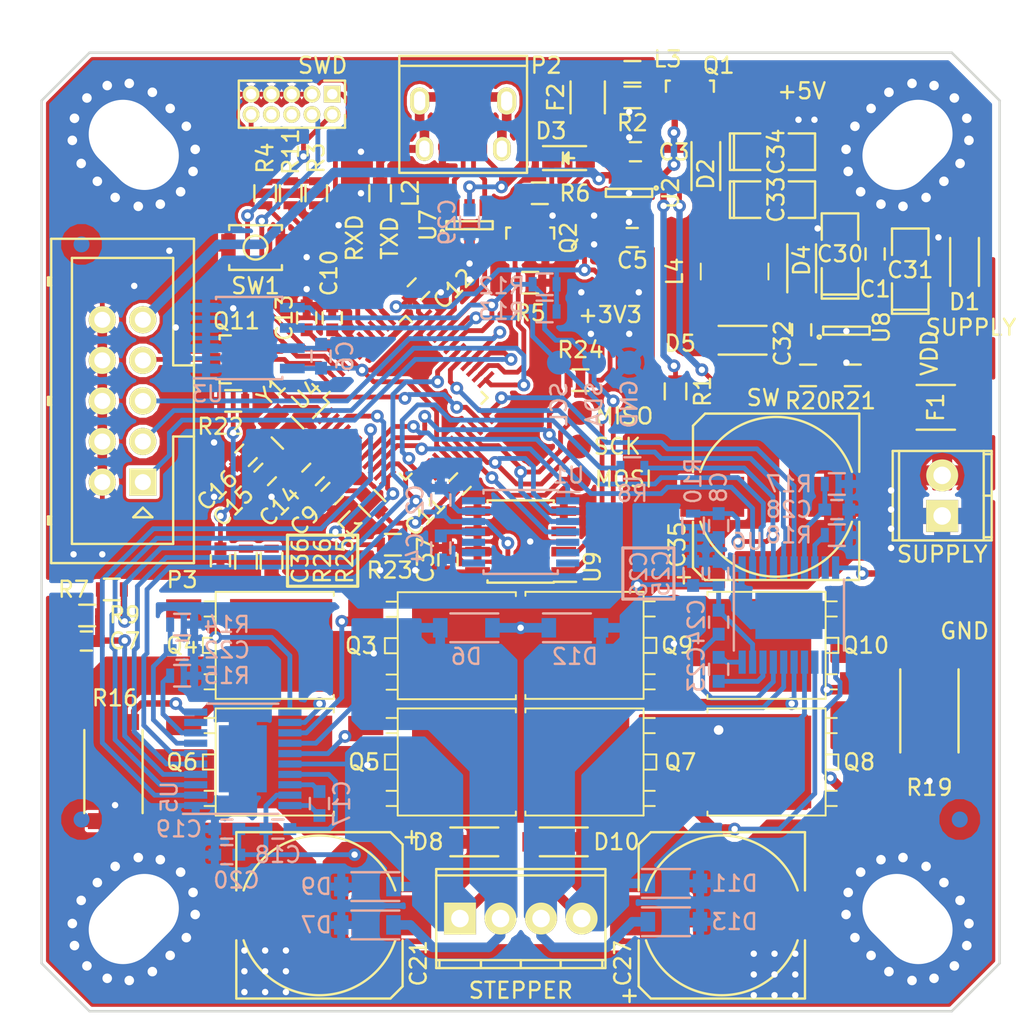
<source format=kicad_pcb>
(kicad_pcb (version 20160815) (host pcbnew "(2016-11-05 revision 3af551c)-master")
  (layers (0 F.Cu signal) (31 B.Cu signal) (34 B.Paste user) (35 F.Paste user) (36 B.SilkS user) (37 F.SilkS user) (38 B.Mask user) (39 F.Mask user) (44 Edge.Cuts user))
  (net 0 "")
  (net 1 GND)
  (net 2 VDD)
  (net 3 +3V3)
  (net 4 +5V)
  (net 5 "Net-(C4-Pad2)")
  (net 6 "Net-(C9-Pad2)")
  (net 7 "Net-(C10-Pad1)")
  (net 8 /Arduino_Zero_Base/Arduino_AREF)
  (net 9 "Net-(C15-Pad2)")
  (net 10 "Net-(C16-Pad2)")
  (net 11 "Net-(C17-Pad2)")
  (net 12 "Net-(C17-Pad1)")
  (net 13 "Net-(C18-Pad2)")
  (net 14 "Net-(C22-Pad1)")
  (net 15 "Net-(C23-Pad1)")
  (net 16 "Net-(C23-Pad2)")
  (net 17 "Net-(C24-Pad2)")
  (net 18 "Net-(C28-Pad1)")
  (net 19 "Net-(C29-Pad2)")
  (net 20 "Net-(C32-Pad1)")
  (net 21 "Net-(C32-Pad2)")
  (net 22 "Net-(D3-Pad1)")
  (net 23 "Net-(F2-Pad1)")
  (net 24 /STP_EN)
  (net 25 /STP_DIR)
  (net 26 /STP_STEP)
  (net 27 "Net-(L2-Pad1)")
  (net 28 /Protected_USB_Supply/VBUS)
  (net 29 /SWCLK)
  (net 30 "Net-(P1-Pad6)")
  (net 31 "Net-(P1-Pad8)")
  (net 32 /RESET)
  (net 33 /SWDIO)
  (net 34 /USB_D-)
  (net 35 /USB_D+)
  (net 36 /Protected_USB_Supply/ID)
  (net 37 "Net-(Q1-Pad1)")
  (net 38 /LED_D13)
  (net 39 "Net-(Q2-Pad3)")
  (net 40 "Net-(Q3-Pad1)")
  (net 41 "Net-(Q4-Pad3)")
  (net 42 "Net-(Q4-Pad1)")
  (net 43 "Net-(Q5-Pad1)")
  (net 44 "Net-(Q6-Pad1)")
  (net 45 "Net-(Q7-Pad1)")
  (net 46 "Net-(Q10-Pad3)")
  (net 47 "Net-(Q8-Pad1)")
  (net 48 "Net-(Q9-Pad1)")
  (net 49 "Net-(Q10-Pad1)")
  (net 50 /STP_ERROR)
  (net 51 "Net-(R4-Pad1)")
  (net 52 /VREF1)
  (net 53 /VREF2)
  (net 54 "Net-(R11-Pad2)")
  (net 55 /SDA)
  (net 56 /SCL)
  (net 57 "Net-(R15-Pad1)")
  (net 58 "Net-(R18-Pad1)")
  (net 59 /SPI_CS0)
  (net 60 /SPI_SCK)
  (net 61 /SPI_MISO)
  (net 62 /SPI_MOSI)
  (net 63 "Net-(U1-Pad6)")
  (net 64 "Net-(U1-Pad7)")
  (net 65 "Net-(U1-Pad8)")
  (net 66 "Net-(U1-Pad9)")
  (net 67 "Net-(U1-Pad10)")
  (net 68 "Net-(U1-Pad14)")
  (net 69 /IN1)
  (net 70 /Arduino_Zero_Base/Arduino_D3)
  (net 71 /Arduino_Zero_Base/Arduino_D1)
  (net 72 /Arduino_Zero_Base/Arduino_D0)
  (net 73 "Net-(U4-Pad22)")
  (net 74 /IN3)
  (net 75 /IN4)
  (net 76 /IN2)
  (net 77 /Arduino_Zero_Base/Arduino_TXD)
  (net 78 /Arduino_Zero_Base/Arduino_RXD)
  (net 79 /Arduino_Zero_Base/Arduino_TX_LED)
  (net 80 /Arduino_Zero_Base/Arduino_USB_HOST_ENABLED)
  (net 81 /Arduino_Zero_Base/Arduino_RX_LED)
  (net 82 /AIOUT1)
  (net 83 /OCLn1)
  (net 84 /SLEEP)
  (net 85 /OCLn2)
  (net 86 /AIOUT2)
  (net 87 /PWM_Bridge_A4955-A/OUT2)
  (net 88 /PWM_Bridge_A4955-B/OUT1)
  (net 89 /PWM_Bridge_A4955-B/OUT2)
  (net 90 /PWM_Bridge_A4955-A/OUT1)
  (net 91 /PWM_Bridge_A4955-A/VREF)
  (net 92 /PWM_Bridge_A4955-B/VREF)
  (net 93 "Net-(P3-Pad7)")
  (net 94 "Net-(F1-Pad2)")
  (net 95 /A_IN)
  (net 96 "Net-(U9-Pad3)")
  (net 97 /MCP16331_5V/Vfb)
  (net 98 "Net-(C33-Pad1)")
  (module Resistors_SMD:R_0603 (layer F.Cu) (at 132 91.8 180)
    (fp_text reference R22 (at 0.8 -1.6 180) (layer F.SilkS))
    (fp_text value 22k)
    (pad 1 smd rect (at -0.75 0 180) (size 0.5 0.9) (layers F.Cu F.Paste F.Mask) (net 50 /STP_ERROR))
    (pad 2 smd rect (at 0.75 0 180) (size 0.5 0.9) (layers F.Cu F.Paste F.Mask) (net 1 GND))
  )
  (module Resistors_SMD:R_0603 (layer F.Cu) (at 140.7 98.2 135)
    (fp_text reference L1 (at 0 -1.9 135) (layer F.SilkS))
    (fp_text value MH1608-471Y)
    (pad 1 smd rect (at -0.75 0 135) (size 0.5 0.9) (layers F.Cu F.Paste F.Mask) (net 3 +3V3))
    (pad 2 smd rect (at 0.75 0 135) (size 0.5 0.9) (layers F.Cu F.Paste F.Mask) (net 6 "Net-(C9-Pad2)"))
  )
  (module Resistors_SMD:R_0603 (layer F.Cu) (at 141.2 78.8 270)
    (fp_text reference L2 (at 0 -1.9 270) (layer F.SilkS))
    (fp_text value MH1608-471Y)
    (pad 1 smd rect (at -0.75 0 270) (size 0.5 0.9) (layers F.Cu F.Paste F.Mask) (net 27 "Net-(L2-Pad1)"))
    (pad 2 smd rect (at 0.75 0 270) (size 0.5 0.9) (layers F.Cu F.Paste F.Mask) (net 1 GND))
  )
  (module Resistors_SMD:R_0603 (layer F.Cu) (at 157 71.2 180)
    (fp_text reference L3 (at -2.2 0.8 180) (layer F.SilkS))
    (fp_text value MH1608-471Y)
    (pad 1 smd rect (at -0.75 0 180) (size 0.5 0.9) (layers F.Cu F.Paste F.Mask) (net 28 /Protected_USB_Supply/VBUS))
    (pad 2 smd rect (at 0.75 0 180) (size 0.5 0.9) (layers F.Cu F.Paste F.Mask) (net 23 "Net-(F2-Pad1)"))
  )
  (module Resistors_SMD:R_0603 (layer F.Cu) (at 159.7 91.2 270)
    (fp_text reference R1 (at 0 -1.7 270) (layer F.SilkS))
    (fp_text value 22k)
    (pad 1 smd rect (at -0.75 0 270) (size 0.5 0.9) (layers F.Cu F.Paste F.Mask) (net 37 "Net-(Q1-Pad1)"))
    (pad 2 smd rect (at 0.75 0 270) (size 0.5 0.9) (layers F.Cu F.Paste F.Mask) (net 2 VDD))
  )
  (module Resistors_SMD:R_0603 (layer F.Cu) (at 157 72.8)
    (fp_text reference R2 (at 0 1.6) (layer F.SilkS))
    (fp_text value 22k)
    (pad 1 smd rect (at -0.75 0) (size 0.5 0.9) (layers F.Cu F.Paste F.Mask) (net 1 GND))
    (pad 2 smd rect (at 0.75 0) (size 0.5 0.9) (layers F.Cu F.Paste F.Mask) (net 37 "Net-(Q1-Pad1)"))
  )
  (module Resistors_SMD:R_0603 (layer F.Cu) (at 137.2 78.8 270)
    (fp_text reference R3 (at -2.2 0 270) (layer F.SilkS))
    (fp_text value 22k)
    (pad 1 smd rect (at -0.75 0 270) (size 0.5 0.9) (layers F.Cu F.Paste F.Mask) (net 32 /RESET))
    (pad 2 smd rect (at 0.75 0 270) (size 0.5 0.9) (layers F.Cu F.Paste F.Mask) (net 3 +3V3))
  )
  (module Resistors_SMD:R_0603 (layer F.Cu) (at 134 78.8 90)
    (fp_text reference R4 (at 2.2 0 90) (layer F.SilkS))
    (fp_text value 39R)
    (pad 1 smd rect (at -0.75 0 90) (size 0.5 0.9) (layers F.Cu F.Paste F.Mask) (net 51 "Net-(R4-Pad1)"))
    (pad 2 smd rect (at 0.75 0 90) (size 0.5 0.9) (layers F.Cu F.Paste F.Mask) (net 32 /RESET))
  )
  (module Resistors_SMD:R_0603 (layer F.Cu) (at 150.6 84.4 180)
    (fp_text reference R5 (at 0 -1.9 180) (layer F.SilkS))
    (fp_text value 22k)
    (pad 1 smd rect (at -0.75 0 180) (size 0.5 0.9) (layers F.Cu F.Paste F.Mask) (net 1 GND))
    (pad 2 smd rect (at 0.75 0 180) (size 0.5 0.9) (layers F.Cu F.Paste F.Mask) (net 38 /LED_D13))
  )
  (module Resistors_SMD:R_0603 (layer F.Cu) (at 151.2 78.8)
    (fp_text reference R6 (at 2.2 0) (layer F.SilkS))
    (fp_text value 330R)
    (pad 1 smd rect (at -0.75 0) (size 0.5 0.9) (layers F.Cu F.Paste F.Mask) (net 39 "Net-(Q2-Pad3)"))
    (pad 2 smd rect (at 0.75 0) (size 0.5 0.9) (layers F.Cu F.Paste F.Mask) (net 22 "Net-(D3-Pad1)"))
  )
  (module Resistors_SMD:R_0603 (layer F.Cu) (at 124.4 103.6)
    (fp_text reference R7 (at -2.4 0) (layer F.SilkS))
    (fp_text value 4k7)
    (pad 1 smd rect (at -0.75 0) (size 0.5 0.9) (layers F.Cu F.Paste F.Mask) (net 91 /PWM_Bridge_A4955-A/VREF))
    (pad 2 smd rect (at 0.75 0) (size 0.5 0.9) (layers F.Cu F.Paste F.Mask) (net 52 /VREF1))
  )
  (module Resistors_SMD:R_0603 (layer B.Cu) (at 157 96 180)
    (fp_text reference R8 (at 0 -1.6 180) (layer B.SilkS) (effects (justify mirror)))
    (fp_text value 4k7)
    (pad 1 smd rect (at -0.75 0 180) (size 0.5 0.9) (layers B.Cu B.Paste B.Mask) (net 92 /PWM_Bridge_A4955-B/VREF))
    (pad 2 smd rect (at 0.75 0 180) (size 0.5 0.9) (layers B.Cu B.Paste B.Mask) (net 53 /VREF2))
  )
  (module Resistors_SMD:R_0603 (layer F.Cu) (at 122.85 105.228326)
    (fp_text reference R9 (at 2.35 -0.028326) (layer F.SilkS))
    (fp_text value 1k)
    (pad 1 smd rect (at -0.75 0) (size 0.5 0.9) (layers F.Cu F.Paste F.Mask) (net 1 GND))
    (pad 2 smd rect (at 0.75 0) (size 0.5 0.9) (layers F.Cu F.Paste F.Mask) (net 91 /PWM_Bridge_A4955-A/VREF))
  )
  (module Resistors_SMD:R_0603 (layer B.Cu) (at 160.8 99.6 90)
    (fp_text reference R10 (at 2.8 0 90) (layer B.SilkS) (effects (justify mirror)))
    (fp_text value 1k)
    (pad 1 smd rect (at -0.75 0 90) (size 0.5 0.9) (layers B.Cu B.Paste B.Mask) (net 1 GND))
    (pad 2 smd rect (at 0.75 0 90) (size 0.5 0.9) (layers B.Cu B.Paste B.Mask) (net 92 /PWM_Bridge_A4955-B/VREF))
  )
  (module Resistors_SMD:R_0603 (layer F.Cu) (at 135.6 78.8 270)
    (fp_text reference R11 (at -2.6 0 270) (layer F.SilkS))
    (fp_text value 330R)
    (pad 1 smd rect (at -0.75 0 270) (size 0.5 0.9) (layers F.Cu F.Paste F.Mask) (net 32 /RESET))
    (pad 2 smd rect (at 0.75 0 270) (size 0.5 0.9) (layers F.Cu F.Paste F.Mask) (net 54 "Net-(R11-Pad2)"))
  )
  (module Resistors_SMD:R_0603 (layer B.Cu) (at 151.5 84.5 180)
    (fp_text reference R12 (at 2.7 -0.1 180) (layer B.SilkS) (effects (justify mirror)))
    (fp_text value 4k7)
    (pad 1 smd rect (at -0.75 0 180) (size 0.5 0.9) (layers B.Cu B.Paste B.Mask) (net 3 +3V3))
    (pad 2 smd rect (at 0.75 0 180) (size 0.5 0.9) (layers B.Cu B.Paste B.Mask) (net 55 /SDA))
  )
  (module Resistors_SMD:R_0603 (layer B.Cu) (at 151.5 86.2 180)
    (fp_text reference R13 (at 2.7 0 180) (layer B.SilkS) (effects (justify mirror)))
    (fp_text value 4k7)
    (pad 1 smd rect (at -0.75 0 180) (size 0.5 0.9) (layers B.Cu B.Paste B.Mask) (net 3 +3V3))
    (pad 2 smd rect (at 0.75 0 180) (size 0.5 0.9) (layers B.Cu B.Paste B.Mask) (net 56 /SCL))
  )
  (module Resistors_SMD:R_0603 (layer B.Cu) (at 128.8 105.8)
    (fp_text reference R14 (at 2.8 0) (layer B.SilkS) (effects (justify mirror)))
    (fp_text value 22k)
    (pad 1 smd rect (at -0.75 0) (size 0.5 0.9) (layers B.Cu B.Paste B.Mask) (net 14 "Net-(C22-Pad1)"))
    (pad 2 smd rect (at 0.75 0) (size 0.5 0.9) (layers B.Cu B.Paste B.Mask) (net 1 GND))
  )
  (module Resistors_SMD:R_0603 (layer B.Cu) (at 128.8 109)
    (fp_text reference R15 (at 2.8 0) (layer B.SilkS) (effects (justify mirror)))
    (fp_text value 22k)
    (pad 1 smd rect (at -0.75 0) (size 0.5 0.9) (layers B.Cu B.Paste B.Mask) (net 57 "Net-(R15-Pad1)"))
    (pad 2 smd rect (at 0.75 0) (size 0.5 0.9) (layers B.Cu B.Paste B.Mask) (net 1 GND))
  )
  (module Resistors_SMD:R_0603 (layer B.Cu) (at 169.8 97)
    (fp_text reference R17 (at -3 0) (layer B.SilkS) (effects (justify mirror)))
    (fp_text value 22k)
    (pad 1 smd rect (at -0.75 0) (size 0.5 0.9) (layers B.Cu B.Paste B.Mask) (net 18 "Net-(C28-Pad1)"))
    (pad 2 smd rect (at 0.75 0) (size 0.5 0.9) (layers B.Cu B.Paste B.Mask) (net 1 GND))
  )
  (module Resistors_SMD:R_0603 (layer B.Cu) (at 169.8 100.2)
    (fp_text reference R18 (at -3 0) (layer B.SilkS) (effects (justify mirror)))
    (fp_text value 22k)
    (pad 1 smd rect (at -0.75 0) (size 0.5 0.9) (layers B.Cu B.Paste B.Mask) (net 58 "Net-(R18-Pad1)"))
    (pad 2 smd rect (at 0.75 0) (size 0.5 0.9) (layers B.Cu B.Paste B.Mask) (net 1 GND))
  )
  (module Resistors_SMD:R_0603 (layer F.Cu) (at 168 90.2 180)
    (fp_text reference R20 (at 0 -1.6 180) (layer F.SilkS))
    (fp_text value 22k)
    (pad 1 smd rect (at -0.75 0 180) (size 0.5 0.9) (layers F.Cu F.Paste F.Mask) (net 97 /MCP16331_5V/Vfb))
    (pad 2 smd rect (at 0.75 0 180) (size 0.5 0.9) (layers F.Cu F.Paste F.Mask) (net 4 +5V))
  )
  (module Resistors_SMD:R_0603 (layer F.Cu) (at 170.8 90.2)
    (fp_text reference R21 (at 0 1.6) (layer F.SilkS))
    (fp_text value 4k7)
    (pad 1 smd rect (at -0.75 0) (size 0.5 0.9) (layers F.Cu F.Paste F.Mask) (net 1 GND))
    (pad 2 smd rect (at 0.75 0) (size 0.5 0.9) (layers F.Cu F.Paste F.Mask) (net 97 /MCP16331_5V/Vfb))
  )
  (module Resistors_SMD:R_0603 (layer F.Cu) (at 142 100.8)
    (fp_text reference R23 (at -0.2 1.6) (layer F.SilkS))
    (fp_text value 4k7)
    (pad 1 smd rect (at -0.75 0) (size 0.5 0.9) (layers F.Cu F.Paste F.Mask) (net 83 /OCLn1))
    (pad 2 smd rect (at 0.75 0) (size 0.5 0.9) (layers F.Cu F.Paste F.Mask) (net 3 +3V3))
  )
  (module Resistors_SMD:R_0603 (layer F.Cu) (at 153.75 90.5)
    (fp_text reference R24 (at 0 -1.9) (layer F.SilkS))
    (fp_text value 4k7)
    (pad 1 smd rect (at -0.75 0) (size 0.5 0.9) (layers F.Cu F.Paste F.Mask) (net 85 /OCLn2))
    (pad 2 smd rect (at 0.75 0) (size 0.5 0.9) (layers F.Cu F.Paste F.Mask) (net 3 +3V3))
  )
  (module Resistors_SMD:R_0603 (layer F.Cu) (at 134.4 101.8 270)
    (fp_text reference R25 (at 0 -4.6 270) (layer F.SilkS))
    (fp_text value 22k)
    (pad 1 smd rect (at -0.75 0 270) (size 0.5 0.9) (layers F.Cu F.Paste F.Mask) (net 95 /A_IN))
    (pad 2 smd rect (at 0.75 0 270) (size 0.5 0.9) (layers F.Cu F.Paste F.Mask) (net 2 VDD))
  )
  (module Resistors_SMD:R_0603 (layer F.Cu) (at 132.8 101.8 90)
    (fp_text reference R26 (at 0 4.8 90) (layer F.SilkS))
    (fp_text value 1k)
    (pad 1 smd rect (at -0.75 0 90) (size 0.5 0.9) (layers F.Cu F.Paste F.Mask) (net 1 GND))
    (pad 2 smd rect (at 0.75 0 90) (size 0.5 0.9) (layers F.Cu F.Paste F.Mask) (net 95 /A_IN))
  )
  (module Resistors_SMD:R_2512 (layer F.Cu) (at 124.5 115 270)
    (fp_text reference R16 (at -4.6 -0.1 360) (layer F.SilkS))
    (fp_text value 0R005)
    (pad 1 smd rect (at -3.1 0 270) (size 1 3.2) (layers F.Cu F.Paste F.Mask) (net 41 "Net-(Q4-Pad3)"))
    (pad 2 smd rect (at 3.1 0 270) (size 1 3.2) (layers F.Cu F.Paste F.Mask) (net 1 GND))
  )
  (module Resistors_SMD:R_2512 (layer F.Cu) (at 175.6 111.2 270)
    (fp_text reference R19 (at 4.8 0 360) (layer F.SilkS))
    (fp_text value 0R005)
    (pad 1 smd rect (at -3.1 0 270) (size 1 3.2) (layers F.Cu F.Paste F.Mask) (net 46 "Net-(Q10-Pad3)"))
    (pad 2 smd rect (at 3.1 0 270) (size 1 3.2) (layers F.Cu F.Paste F.Mask) (net 1 GND))
  )
  (module Capacitors_SMD:C_0603 (layer F.Cu) (at 145.45 101.75 270)
    (fp_text reference C37 (at 0 1.4 270) (layer F.SilkS))
    (fp_text value 100n)
    (pad 2 smd rect (at 0.75 0 270) (size 0.8 0.75) (layers F.Cu F.Paste F.Mask) (net 3 +3V3))
    (pad 1 smd rect (at -0.75 0 270) (size 0.8 0.75) (layers F.Cu F.Paste F.Mask) (net 1 GND))
  )
  (module Housings_SOIC:SOIC-8_3.9x4.9mm_Pitch1.27mm (layer F.Cu) (at 150 100.6 180)
    (fp_text reference U9 (at -4.5 -1.6 450) (layer F.SilkS))
    (fp_text value LM75BD)
    (pad 8 smd rect (at 2.7 -1.905 180) (size 1.55 0.6) (layers F.Cu F.Paste F.Mask) (net 3 +3V3))
    (pad 7 smd rect (at 2.7 -0.635 180) (size 1.55 0.6) (layers F.Cu F.Paste F.Mask) (net 1 GND))
    (pad 6 smd rect (at 2.7 0.635 180) (size 1.55 0.6) (layers F.Cu F.Paste F.Mask) (net 1 GND))
    (pad 5 smd rect (at 2.7 1.905 180) (size 1.55 0.6) (layers F.Cu F.Paste F.Mask) (net 1 GND))
    (pad 4 smd rect (at -2.7 1.905 180) (size 1.55 0.6) (layers F.Cu F.Paste F.Mask) (net 1 GND))
    (pad 3 smd rect (at -2.7 0.635 180) (size 1.55 0.6) (layers F.Cu F.Paste F.Mask) (net 96 "Net-(U9-Pad3)"))
    (pad 2 smd rect (at -2.7 -0.635 180) (size 1.55 0.6) (layers F.Cu F.Paste F.Mask) (net 56 /SCL))
    (pad 1 smd rect (at -2.7 -1.905 180) (size 1.55 0.6) (layers F.Cu F.Paste F.Mask) (net 55 /SDA) (clearance 0.4))
  )
  (module Fiducials:Fiducial_1mm_Dia_2.54mm_Outer_CopperTop (layer F.Cu) (at 130.5 72)
    (fp_text reference REF** hide)
    (fp_text value Fiducial_1mm_Dia_2.54mm_Outer_CopperTop hide)
    (pad ~ smd circle (at 0 0) (size 1 1) (layers F.Cu F.Mask) (clearance 0.77))
  )
  (module Fiducials:Fiducial_1mm_Dia_2.54mm_Outer_CopperTop (layer F.Cu) (at 169.5 128)
    (fp_text reference REF** hide)
    (fp_text value Fiducial_1mm_Dia_2.54mm_Outer_CopperTop hide)
    (pad ~ smd circle (at 0 0) (size 1 1) (layers F.Cu F.Mask) (clearance 0.77))
  )
  (module Fiducials:Fiducial_1mm_Dia_2.54mm_Outer_CopperTop (layer F.Cu) (at 130.5 128)
    (fp_text reference REF** hide)
    (fp_text value Fiducial_1mm_Dia_2.54mm_Outer_CopperTop hide)
    (pad ~ smd circle (at 0 0) (size 1 1) (layers F.Cu F.Mask) (clearance 0.77))
  )
  (module Fiducials:Fiducial_1mm_Dia_2.54mm_Outer_CopperTop (layer B.Cu) (at 122.5 118)
    (fp_text reference REF** hide)
    (fp_text value Fiducial_1mm_Dia_2.54mm_Outer_CopperTop hide)
    (pad ~ smd circle (at 0 0) (size 1 1) (layers B.Cu B.Mask) (clearance 0.77))
  )
  (module Fiducials:Fiducial_1mm_Dia_2.54mm_Outer_CopperTop (layer B.Cu) (at 177.5 118)
    (fp_text reference REF** hide)
    (fp_text value Fiducial_1mm_Dia_2.54mm_Outer_CopperTop hide)
    (pad ~ smd circle (at 0 0) (size 1 1) (layers B.Cu B.Mask) (clearance 0.77))
  )
  (module Fiducials:Fiducial_1mm_Dia_2.54mm_Outer_CopperTop (layer B.Cu) (at 122.5 82)
    (fp_text reference REF** hide)
    (fp_text value Fiducial_1mm_Dia_2.54mm_Outer_CopperTop hide)
    (pad ~ smd circle (at 0 0) (size 1 1) (layers B.Cu B.Mask) (clearance 0.77))
  )
  (module Inductors_local:Inductor_Würth_WE-PD2_4532 (layer F.Cu) (at 163.4 83.7 90)
    (fp_text reference L4 (at 0 -3.75 90) (layer F.SilkS))
    (fp_text value 22µ)
    (pad 2 smd rect (at 1.625 0 90) (size 1.75 4.5) (layers F.Cu F.Paste F.Mask) (net 98 "Net-(C33-Pad1)"))
    (pad 1 smd rect (at -1.625 0 90) (size 1.75 4.5) (layers F.Cu F.Paste F.Mask) (net 21 "Net-(C32-Pad2)"))
  )
  (module Measurement_Points:Measurement_Point_Round-SMD-Pad_Small (layer F.Cu) (at 177.8 104.4 180)
    (fp_text reference W4 hide)
    (fp_text value GND (at 0 -1.8 180) (layer F.SilkS))
    (pad 1 smd circle (at 0 0 180) (size 1.5 1.5) (layers F.Cu F.Mask) (net 1 GND))
  )
  (module Measurement_Points:Measurement_Point_Round-SMD-Pad_Small (layer F.Cu) (at 155.6 84.6)
    (fp_text reference W5 hide)
    (fp_text value +3V3 (at 0 1.8) (layer F.SilkS))
    (pad 1 smd circle (at 0 0) (size 1.5 1.5) (layers F.Cu F.Mask) (net 3 +3V3))
  )
  (module Measurement_Points:Measurement_Point_Round-SMD-Pad_Small (layer F.Cu) (at 173.8 88.8)
    (fp_text reference W2 hide)
    (fp_text value VDD (at 1.8 0 270) (layer F.SilkS))
    (pad 1 smd circle (at 0 0) (size 1.5 1.5) (layers F.Cu F.Mask) (net 2 VDD))
  )
  (module Measurement_Points:Measurement_Point_Round-SMD-Pad_Small (layer F.Cu) (at 165 72.4)
    (fp_text reference W3 hide)
    (fp_text value +5V (at 2.6 0) (layer F.SilkS))
    (pad 1 smd circle (at 0 0) (size 1.5 1.5) (layers F.Cu F.Mask) (net 4 +5V))
  )
  (module Measurement_Points:Measurement_Point_Round-SMD-Pad_Small (layer B.Cu) (at 156.8 89.4)
    (fp_text reference W6 hide)
    (fp_text value GND (at 0 2.6 90) (layer B.SilkS) (effects (justify mirror)))
    (pad 1 smd circle (at 0 0) (size 1.5 1.5) (layers B.Cu B.Mask) (net 1 GND))
  )
  (module Measurement_Points:Measurement_Point_Round-SMD-Pad_Small (layer F.Cu) (at 178.2 88.8)
    (fp_text reference W1 hide)
    (fp_text value SUPPLY (at 0 -1.6 180) (layer F.SilkS))
    (pad 1 smd circle (at 0 0) (size 1.5 1.5) (layers F.Cu F.Mask) (net 94 "Net-(F1-Pad2)"))
  )
  (module Measurement_Points:Measurement_Point_Round-SMD-Pad_Small (layer F.Cu) (at 139.6 84)
    (fp_text reference W9 hide)
    (fp_text value RXD (at 0 -2.4 90) (layer F.SilkS))
    (pad 1 smd circle (at 0 0) (size 1.5 1.5) (layers F.Cu F.Mask) (net 78 /Arduino_Zero_Base/Arduino_RXD))
  )
  (module Measurement_Points:Measurement_Point_Round-SMD-Pad_Small (layer F.Cu) (at 141.8 84)
    (fp_text reference W8 hide)
    (fp_text value TXD (at 0 -2.4 90) (layer F.SilkS))
    (pad 1 smd circle (at 0 0) (size 1.5 1.5) (layers F.Cu F.Mask) (net 77 /Arduino_Zero_Base/Arduino_TXD))
  )
  (module Measurement_Points:Measurement_Point_Round-SMD-Pad_Small (layer B.Cu) (at 154.6 89.4)
    (fp_text reference W11 hide)
    (fp_text value SDA (at 0 2.6 90) (layer B.SilkS) (effects (justify mirror)))
    (pad 1 smd circle (at 0 0) (size 1.5 1.5) (layers B.Cu B.Mask) (net 55 /SDA))
  )
  (module Measurement_Points:Measurement_Point_Round-SMD-Pad_Small (layer B.Cu) (at 152.4 89.4)
    (fp_text reference W12 hide)
    (fp_text value SCL (at 0 2.6 90) (layer B.SilkS) (effects (justify mirror)))
    (pad 1 smd circle (at 0 0) (size 1.5 1.5) (layers B.Cu B.Mask) (net 56 /SCL))
  )
  (module Measurement_Points:Measurement_Point_Round-SMD-Pad_Small (layer F.Cu) (at 153.7 92.55)
    (fp_text reference W15 hide)
    (fp_text value MISO (at 2.8 0.2) (layer F.SilkS))
    (pad 1 smd circle (at 0 0) (size 1.5 1.5) (layers F.Cu F.Mask) (net 61 /SPI_MISO))
  )
  (module Measurement_Points:Measurement_Point_Round-SMD-Pad_Small (layer F.Cu) (at 153.65 96.7)
    (fp_text reference W16 hide)
    (fp_text value MOSI (at 2.8 0) (layer F.SilkS))
    (pad 1 smd circle (at 0 0) (size 1.5 1.5) (layers F.Cu F.Mask) (net 62 /SPI_MOSI))
  )
  (module Measurement_Points:Measurement_Point_Round-SMD-Pad_Small (layer F.Cu) (at 153.65 94.65)
    (fp_text reference W17 hide)
    (fp_text value SCK (at 2.4 0) (layer F.SilkS))
    (pad 1 smd circle (at 0 0) (size 1.5 1.5) (layers F.Cu F.Mask) (net 60 /SPI_SCK))
  )
  (module Measurement_Points:Measurement_Point_Round-SMD-Pad_Small (layer F.Cu) (at 165.2 90)
    (fp_text reference W18 hide)
    (fp_text value SW (at 0 1.6) (layer F.SilkS))
    (pad 1 smd circle (at 0 0) (size 1.5 1.5) (layers F.Cu F.Mask) (net 21 "Net-(C32-Pad2)"))
  )
  (module Capacitors_SMD:c_elec_10x10 (layer F.Cu) (at 166 97.8)
    (fp_text reference C35 (at -6.2 3 90) (layer F.SilkS))
    (fp_text value 100µ)
    (fp_text user + (at -5.7785 4.9657) (layer F.SilkS))
    (pad 1 smd rect (at -4 0 180) (size 4 2.5) (layers F.Cu F.Paste F.Mask) (net 2 VDD))
    (pad 2 smd rect (at 4 0 180) (size 4 2.5) (layers F.Cu F.Paste F.Mask) (net 1 GND))
  )
  (module Diodes_SMD:SOD-123 (layer B.Cu) (at 146.6 106 180)
    (fp_text reference D6 (at 0 -1.8 180) (layer B.SilkS) (effects (justify mirror)))
    (fp_text value RB160M-60)
    (pad 2 smd rect (at 1.635 0 180) (size 0.91 1.22) (layers B.Cu B.Paste B.Mask) (net 87 /PWM_Bridge_A4955-A/OUT2))
    (pad 1 smd rect (at -1.635 0 180) (size 0.91 1.22) (layers B.Cu B.Paste B.Mask) (net 2 VDD))
  )
  (module Diodes_SMD:SOD-123 (layer B.Cu) (at 140.4 124.6 180)
    (fp_text reference D7 (at 3.2 0 180) (layer B.SilkS) (effects (justify mirror)))
    (fp_text value RB160M-60)
    (pad 1 smd rect (at -1.635 0 180) (size 0.91 1.22) (layers B.Cu B.Paste B.Mask) (net 87 /PWM_Bridge_A4955-A/OUT2))
    (pad 2 smd rect (at 1.635 0 180) (size 0.91 1.22) (layers B.Cu B.Paste B.Mask) (net 1 GND))
  )
  (module Diodes_SMD:SOD-123 (layer F.Cu) (at 147.6 119.4)
    (fp_text reference D8 (at -3.4 0) (layer F.SilkS))
    (fp_text value RB160M-60)
    (pad 2 smd rect (at 1.635 0) (size 0.91 1.22) (layers F.Cu F.Paste F.Mask) (net 90 /PWM_Bridge_A4955-A/OUT1))
    (pad 1 smd rect (at -1.635 0) (size 0.91 1.22) (layers F.Cu F.Paste F.Mask) (net 2 VDD))
  )
  (module Diodes_SMD:SOD-123 (layer F.Cu) (at 152.2 119.4 180)
    (fp_text reference D10 (at -3.8 0 180) (layer F.SilkS))
    (fp_text value RB160M-60)
    (pad 1 smd rect (at -1.635 0 180) (size 0.91 1.22) (layers F.Cu F.Paste F.Mask) (net 2 VDD))
    (pad 2 smd rect (at 1.635 0 180) (size 0.91 1.22) (layers F.Cu F.Paste F.Mask) (net 89 /PWM_Bridge_A4955-B/OUT2))
  )
  (module Diodes_SMD:SOD-123 (layer B.Cu) (at 159.6 122)
    (fp_text reference D11 (at 3.8 0) (layer B.SilkS) (effects (justify mirror)))
    (fp_text value RB160M-60)
    (pad 2 smd rect (at 1.635 0) (size 0.91 1.22) (layers B.Cu B.Paste B.Mask) (net 1 GND))
    (pad 1 smd rect (at -1.635 0) (size 0.91 1.22) (layers B.Cu B.Paste B.Mask) (net 89 /PWM_Bridge_A4955-B/OUT2))
  )
  (module Diodes_SMD:SOD-123 (layer B.Cu) (at 153.4 106)
    (fp_text reference D12 (at 0 1.8) (layer B.SilkS) (effects (justify mirror)))
    (fp_text value RB160M-60)
    (pad 1 smd rect (at -1.635 0) (size 0.91 1.22) (layers B.Cu B.Paste B.Mask) (net 2 VDD))
    (pad 2 smd rect (at 1.635 0) (size 0.91 1.22) (layers B.Cu B.Paste B.Mask) (net 88 /PWM_Bridge_A4955-B/OUT1))
  )
  (module Diodes_SMD:SOD-123 (layer B.Cu) (at 159.6 124.4)
    (fp_text reference D13 (at 3.8 0) (layer B.SilkS) (effects (justify mirror)))
    (fp_text value RB160M-60)
    (pad 2 smd rect (at 1.635 0) (size 0.91 1.22) (layers B.Cu B.Paste B.Mask) (net 1 GND))
    (pad 1 smd rect (at -1.635 0) (size 0.91 1.22) (layers B.Cu B.Paste B.Mask) (net 88 /PWM_Bridge_A4955-B/OUT1))
  )
  (module Diodes_SMD:SOD-123 (layer B.Cu) (at 140.4 122.2 180)
    (fp_text reference D9 (at 3.2 0 180) (layer B.SilkS) (effects (justify mirror)))
    (fp_text value RB160M-60)
    (pad 1 smd rect (at -1.635 0 180) (size 0.91 1.22) (layers B.Cu B.Paste B.Mask) (net 90 /PWM_Bridge_A4955-A/OUT1))
    (pad 2 smd rect (at 1.635 0 180) (size 0.91 1.22) (layers B.Cu B.Paste B.Mask) (net 1 GND))
  )
  (module TO_SOT_Packages_SMD:SOT-23-5 (layer F.Cu) (at 156.788278 78.773354 270)
    (fp_text reference U2 (at 0.026646 -2.611722 270) (layer F.SilkS))
    (fp_text value AP2112K-3.3TRG1)
    (pad 1 smd rect (at -1.1 -0.95 270) (size 1.06 0.65) (layers F.Cu F.Paste F.Mask) (net 4 +5V))
    (pad 2 smd rect (at -1.1 0 270) (size 1.06 0.65) (layers F.Cu F.Paste F.Mask) (net 1 GND))
    (pad 3 smd rect (at -1.1 0.95 270) (size 1.06 0.65) (layers F.Cu F.Paste F.Mask) (net 4 +5V))
    (pad 4 smd rect (at 1.1 0.95 270) (size 1.06 0.65) (layers F.Cu F.Paste F.Mask))
    (pad 5 smd rect (at 1.1 -0.95 270) (size 1.06 0.65) (layers F.Cu F.Paste F.Mask) (net 3 +3V3))
  )
  (module Capacitors_SMD:C_0603 (layer F.Cu) (at 172.2 82.6 270)
    (fp_text reference C1 (at 2.2 0) (layer F.SilkS))
    (fp_text value 100n)
    (pad 1 smd rect (at -0.75 0 270) (size 0.8 0.75) (layers F.Cu F.Paste F.Mask) (net 1 GND))
    (pad 2 smd rect (at 0.75 0 270) (size 0.8 0.75) (layers F.Cu F.Paste F.Mask) (net 2 VDD))
  )
  (module Capacitors_SMD:C_0603 (layer B.Cu) (at 145 98 90)
    (fp_text reference C2 (at 0 -1.6 90) (layer B.SilkS) (effects (justify mirror)))
    (fp_text value 1µ)
    (pad 1 smd rect (at -0.75 0 90) (size 0.8 0.75) (layers B.Cu B.Paste B.Mask) (net 3 +3V3))
    (pad 2 smd rect (at 0.75 0 90) (size 0.8 0.75) (layers B.Cu B.Paste B.Mask) (net 1 GND))
  )
  (module Capacitors_SMD:C_0603 (layer F.Cu) (at 157.188278 76.2)
    (fp_text reference C3 (at 2.411722 0.026646) (layer F.SilkS))
    (fp_text value 1µ)
    (pad 2 smd rect (at 0.75 0) (size 0.8 0.75) (layers F.Cu F.Paste F.Mask) (net 4 +5V))
    (pad 1 smd rect (at -0.75 0) (size 0.8 0.75) (layers F.Cu F.Paste F.Mask) (net 1 GND))
  )
  (module Capacitors_SMD:C_0603 (layer B.Cu) (at 145 101 90)
    (fp_text reference C4 (at 0 -1.6 90) (layer B.SilkS) (effects (justify mirror)))
    (fp_text value 100n)
    (pad 1 smd rect (at -0.75 0 90) (size 0.8 0.75) (layers B.Cu B.Paste B.Mask) (net 1 GND))
    (pad 2 smd rect (at 0.75 0 90) (size 0.8 0.75) (layers B.Cu B.Paste B.Mask) (net 5 "Net-(C4-Pad2)"))
  )
  (module Capacitors_SMD:C_0603 (layer F.Cu) (at 156.988278 81.573354)
    (fp_text reference C5 (at 0.011722 1.426646) (layer F.SilkS))
    (fp_text value 1µ)
    (pad 1 smd rect (at -0.75 0) (size 0.8 0.75) (layers F.Cu F.Paste F.Mask) (net 1 GND))
    (pad 2 smd rect (at 0.75 0) (size 0.8 0.75) (layers F.Cu F.Paste F.Mask) (net 3 +3V3))
  )
  (module Capacitors_SMD:C_0603 (layer B.Cu) (at 137.5 89 270)
    (fp_text reference C6 (at 0 -1.5 270) (layer B.SilkS) (effects (justify mirror)))
    (fp_text value 100n)
    (pad 2 smd rect (at 0.75 0 270) (size 0.8 0.75) (layers B.Cu B.Paste B.Mask) (net 3 +3V3))
    (pad 1 smd rect (at -0.75 0 270) (size 0.8 0.75) (layers B.Cu B.Paste B.Mask) (net 1 GND))
  )
  (module Capacitors_SMD:C_0603 (layer F.Cu) (at 122.8 106.828326)
    (fp_text reference C7 (at 2.4 0) (layer F.SilkS))
    (fp_text value 100n)
    (pad 2 smd rect (at 0.75 0) (size 0.8 0.75) (layers F.Cu F.Paste F.Mask) (net 91 /PWM_Bridge_A4955-A/VREF))
    (pad 1 smd rect (at -0.75 0) (size 0.8 0.75) (layers F.Cu F.Paste F.Mask) (net 1 GND))
  )
  (module Capacitors_SMD:C_0603 (layer B.Cu) (at 162.4 99.6 90)
    (fp_text reference C8 (at 2.4 0 270) (layer B.SilkS) (effects (justify mirror)))
    (fp_text value 100n)
    (pad 2 smd rect (at 0.75 0 90) (size 0.8 0.75) (layers B.Cu B.Paste B.Mask) (net 92 /PWM_Bridge_A4955-B/VREF))
    (pad 1 smd rect (at -0.75 0 90) (size 0.8 0.75) (layers B.Cu B.Paste B.Mask) (net 1 GND))
  )
  (module Capacitors_SMD:C_0603 (layer F.Cu) (at 138.2 97.6 45)
    (fp_text reference C9 (at -2.404163 0 45) (layer F.SilkS))
    (fp_text value 100n)
    (pad 1 smd rect (at -0.75 0 45) (size 0.8 0.75) (layers F.Cu F.Paste F.Mask) (net 1 GND))
    (pad 2 smd rect (at 0.75 0 45) (size 0.8 0.75) (layers F.Cu F.Paste F.Mask) (net 6 "Net-(C9-Pad2)"))
  )
  (module Capacitors_SMD:C_0603 (layer F.Cu) (at 138.2 86.6 90)
    (fp_text reference C10 (at 2.8 -0.2 270) (layer F.SilkS))
    (fp_text value 100n)
    (pad 2 smd rect (at 0.75 0 90) (size 0.8 0.75) (layers F.Cu F.Paste F.Mask) (net 1 GND))
    (pad 1 smd rect (at -0.75 0 90) (size 0.8 0.75) (layers F.Cu F.Paste F.Mask) (net 7 "Net-(C10-Pad1)"))
  )
  (module Capacitors_SMD:C_0603 (layer F.Cu) (at 146.2 97 225)
    (fp_text reference C11 (at 2.969848 0.141421 225) (layer F.SilkS))
    (fp_text value 100n)
    (pad 2 smd rect (at 0.75 0 225) (size 0.8 0.75) (layers F.Cu F.Paste F.Mask) (net 3 +3V3))
    (pad 1 smd rect (at -0.75 0 225) (size 0.8 0.75) (layers F.Cu F.Paste F.Mask) (net 1 GND))
  )
  (module Capacitors_SMD:C_0603 (layer F.Cu) (at 143.6 84.8 225)
    (fp_text reference C12 (at -1.555635 -1.555635 45) (layer F.SilkS))
    (fp_text value 100n)
    (pad 1 smd rect (at -0.75 0 225) (size 0.8 0.75) (layers F.Cu F.Paste F.Mask) (net 1 GND))
    (pad 2 smd rect (at 0.75 0 225) (size 0.8 0.75) (layers F.Cu F.Paste F.Mask) (net 3 +3V3))
  )
  (module Capacitors_SMD:C_0603 (layer F.Cu) (at 136.6 86.6 270)
    (fp_text reference C13 (at 0 1.4 270) (layer F.SilkS))
    (fp_text value 100n)
    (pad 1 smd rect (at -0.75 0 270) (size 0.8 0.75) (layers F.Cu F.Paste F.Mask) (net 1 GND))
    (pad 2 smd rect (at 0.75 0 270) (size 0.8 0.75) (layers F.Cu F.Paste F.Mask) (net 3 +3V3))
  )
  (module Capacitors_SMD:C_0603 (layer F.Cu) (at 137 96.4 225)
    (fp_text reference C14 (at 2.899138 0.070711 225) (layer F.SilkS))
    (fp_text value 100n)
    (pad 2 smd rect (at 0.75 0 225) (size 0.8 0.75) (layers F.Cu F.Paste F.Mask) (net 1 GND))
    (pad 1 smd rect (at -0.75 0 225) (size 0.8 0.75) (layers F.Cu F.Paste F.Mask) (net 8 /Arduino_Zero_Base/Arduino_AREF))
  )
  (module Capacitors_SMD:C_0603 (layer F.Cu) (at 134 96.4 45)
    (fp_text reference C15 (at -2.828427 0 45) (layer F.SilkS))
    (fp_text value 22p)
    (pad 1 smd rect (at -0.75 0 45) (size 0.8 0.75) (layers F.Cu F.Paste F.Mask) (net 1 GND))
    (pad 2 smd rect (at 0.75 0 45) (size 0.8 0.75) (layers F.Cu F.Paste F.Mask) (net 9 "Net-(C15-Pad2)"))
  )
  (module Capacitors_SMD:C_0603 (layer F.Cu) (at 132.8 95.2 45)
    (fp_text reference C16 (at -2.828427 0.282843 45) (layer F.SilkS))
    (fp_text value 22p)
    (pad 2 smd rect (at 0.75 0 45) (size 0.8 0.75) (layers F.Cu F.Paste F.Mask) (net 10 "Net-(C16-Pad2)"))
    (pad 1 smd rect (at -0.75 0 45) (size 0.8 0.75) (layers F.Cu F.Paste F.Mask) (net 1 GND))
  )
  (module Capacitors_SMD:C_0603 (layer B.Cu) (at 137.4 117 90)
    (fp_text reference C17 (at 0 1.4 90) (layer B.SilkS) (effects (justify mirror)))
    (fp_text value 100n)
    (pad 2 smd rect (at 0.75 0 90) (size 0.8 0.75) (layers B.Cu B.Paste B.Mask) (net 11 "Net-(C17-Pad2)"))
    (pad 1 smd rect (at -0.75 0 90) (size 0.8 0.75) (layers B.Cu B.Paste B.Mask) (net 12 "Net-(C17-Pad1)"))
  )
  (module Capacitors_SMD:C_0603 (layer B.Cu) (at 134.8 118.6)
    (fp_text reference C18 (at 0 1.6) (layer B.SilkS) (effects (justify mirror)))
    (fp_text value 100n)
    (pad 2 smd rect (at 0.75 0) (size 0.8 0.75) (layers B.Cu B.Paste B.Mask) (net 13 "Net-(C18-Pad2)"))
    (pad 1 smd rect (at -0.75 0) (size 0.8 0.75) (layers B.Cu B.Paste B.Mask) (net 2 VDD))
  )
  (module Capacitors_SMD:C_0603 (layer B.Cu) (at 131.6 118.6 180)
    (fp_text reference C19 (at 3 0 180) (layer B.SilkS) (effects (justify mirror)))
    (fp_text value 100n)
    (pad 1 smd rect (at -0.75 0 180) (size 0.8 0.75) (layers B.Cu B.Paste B.Mask) (net 2 VDD))
    (pad 2 smd rect (at 0.75 0 180) (size 0.8 0.75) (layers B.Cu B.Paste B.Mask) (net 1 GND))
  )
  (module Capacitors_SMD:C_0603 (layer B.Cu) (at 131.6 120.2 180)
    (fp_text reference C20 (at -0.6 -1.6 180) (layer B.SilkS) (effects (justify mirror)))
    (fp_text value 1µ)
    (pad 1 smd rect (at -0.75 0 180) (size 0.8 0.75) (layers B.Cu B.Paste B.Mask) (net 2 VDD))
    (pad 2 smd rect (at 0.75 0 180) (size 0.8 0.75) (layers B.Cu B.Paste B.Mask) (net 1 GND))
  )
  (module Capacitors_SMD:c_elec_10x10 (layer F.Cu) (at 137.4 124 180)
    (fp_text reference C21 (at -6.2 -3 90) (layer F.SilkS))
    (fp_text value 100µ)
    (fp_text user + (at -5.7785 4.9657 180) (layer F.SilkS))
    (pad 2 smd rect (at 4 0) (size 4 2.5) (layers F.Cu F.Paste F.Mask) (net 1 GND))
    (pad 1 smd rect (at -4 0) (size 4 2.5) (layers F.Cu F.Paste F.Mask) (net 2 VDD))
  )
  (module Capacitors_SMD:C_0603 (layer B.Cu) (at 128.8 107.4)
    (fp_text reference C22 (at 2.8 0) (layer B.SilkS) (effects (justify mirror)))
    (fp_text value 2.2n)
    (pad 2 smd rect (at 0.75 0) (size 0.8 0.75) (layers B.Cu B.Paste B.Mask) (net 1 GND))
    (pad 1 smd rect (at -0.75 0) (size 0.8 0.75) (layers B.Cu B.Paste B.Mask) (net 14 "Net-(C22-Pad1)"))
  )
  (module Capacitors_SMD:C_0603 (layer B.Cu) (at 162.4 108.6 270)
    (fp_text reference C23 (at 0 1.4 90) (layer B.SilkS) (effects (justify mirror)))
    (fp_text value 100n)
    (pad 1 smd rect (at -0.75 0 270) (size 0.8 0.75) (layers B.Cu B.Paste B.Mask) (net 15 "Net-(C23-Pad1)"))
    (pad 2 smd rect (at 0.75 0 270) (size 0.8 0.75) (layers B.Cu B.Paste B.Mask) (net 16 "Net-(C23-Pad2)"))
  )
  (module Capacitors_SMD:C_0603 (layer B.Cu) (at 162.4 105.65 270)
    (fp_text reference C24 (at 0 1.4 270) (layer B.SilkS) (effects (justify mirror)))
    (fp_text value 100n)
    (pad 2 smd rect (at 0.75 0 270) (size 0.8 0.75) (layers B.Cu B.Paste B.Mask) (net 17 "Net-(C24-Pad2)"))
    (pad 1 smd rect (at -0.75 0 270) (size 0.8 0.75) (layers B.Cu B.Paste B.Mask) (net 2 VDD))
  )
  (module Capacitors_SMD:C_0603 (layer B.Cu) (at 162.4 102.6 90)
    (fp_text reference C25 (at 0 -3.6 90) (layer B.SilkS) (effects (justify mirror)))
    (fp_text value 100n)
    (pad 2 smd rect (at 0.75 0 90) (size 0.8 0.75) (layers B.Cu B.Paste B.Mask) (net 1 GND))
    (pad 1 smd rect (at -0.75 0 90) (size 0.8 0.75) (layers B.Cu B.Paste B.Mask) (net 2 VDD))
  )
  (module Capacitors_SMD:C_0603 (layer B.Cu) (at 160.8 102.6 90)
    (fp_text reference C26 (at -0.05 -3.4 90) (layer B.SilkS) (effects (justify mirror)))
    (fp_text value 1µ)
    (pad 2 smd rect (at 0.75 0 90) (size 0.8 0.75) (layers B.Cu B.Paste B.Mask) (net 1 GND))
    (pad 1 smd rect (at -0.75 0 90) (size 0.8 0.75) (layers B.Cu B.Paste B.Mask) (net 2 VDD))
  )
  (module Capacitors_SMD:c_elec_10x10 (layer F.Cu) (at 162.6 124)
    (fp_text reference C27 (at -6.2 3 90) (layer F.SilkS))
    (fp_text value 100µ)
    (fp_text user + (at -5.7785 4.9657) (layer F.SilkS))
    (pad 1 smd rect (at -4 0 180) (size 4 2.5) (layers F.Cu F.Paste F.Mask) (net 2 VDD))
    (pad 2 smd rect (at 4 0 180) (size 4 2.5) (layers F.Cu F.Paste F.Mask) (net 1 GND))
  )
  (module Capacitors_SMD:C_0603 (layer B.Cu) (at 169.8 98.6)
    (fp_text reference C28 (at -3 0) (layer B.SilkS) (effects (justify mirror)))
    (fp_text value 2.2n)
    (pad 1 smd rect (at -0.75 0) (size 0.8 0.75) (layers B.Cu B.Paste B.Mask) (net 18 "Net-(C28-Pad1)"))
    (pad 2 smd rect (at 0.75 0) (size 0.8 0.75) (layers B.Cu B.Paste B.Mask) (net 1 GND))
  )
  (module Capacitors_SMD:C_0603 (layer B.Cu) (at 146.8 80.6 90)
    (fp_text reference C29 (at 0 -1.4 90) (layer B.SilkS) (effects (justify mirror)))
    (fp_text value 100n)
    (pad 1 smd rect (at -0.75 0 90) (size 0.8 0.75) (layers B.Cu B.Paste B.Mask) (net 1 GND))
    (pad 2 smd rect (at 0.75 0 90) (size 0.8 0.75) (layers B.Cu B.Paste B.Mask) (net 19 "Net-(C29-Pad2)"))
  )
  (module SMD_Packages:SMD-1206_Pol (layer F.Cu) (at 170 82.6 90)
    (fp_text reference C30 (at 0 0 180) (layer F.SilkS))
    (fp_text value 10µ)
    (pad 2 smd rect (at 1.651 0 90) (size 1.524 2.032) (layers F.Cu F.Paste F.Mask) (net 1 GND))
    (pad 1 smd rect (at -1.651 0 90) (size 1.524 2.032) (layers F.Cu F.Paste F.Mask) (net 2 VDD))
  )
  (module SMD_Packages:SMD-1206_Pol (layer F.Cu) (at 174.4 83.549 90)
    (fp_text reference C31 (at -0.051 0 180) (layer F.SilkS))
    (fp_text value 10µ)
    (pad 1 smd rect (at -1.651 0 90) (size 1.524 2.032) (layers F.Cu F.Paste F.Mask) (net 2 VDD))
    (pad 2 smd rect (at 1.651 0 90) (size 1.524 2.032) (layers F.Cu F.Paste F.Mask) (net 1 GND))
  )
  (module Capacitors_SMD:C_0603 (layer F.Cu) (at 167.6 87.35 90)
    (fp_text reference C32 (at -0.85 -1.2 90) (layer F.SilkS))
    (fp_text value 100n)
    (pad 1 smd rect (at -0.75 0 90) (size 0.8 0.75) (layers F.Cu F.Paste F.Mask) (net 20 "Net-(C32-Pad1)"))
    (pad 2 smd rect (at 0.75 0 90) (size 0.8 0.75) (layers F.Cu F.Paste F.Mask) (net 21 "Net-(C32-Pad2)"))
  )
  (module SMD_Packages:SMD-1206_Pol (layer F.Cu) (at 165.9 79.2)
    (fp_text reference C33 (at 0.1 0 90) (layer F.SilkS))
    (fp_text value 10µ)
    (pad 1 smd rect (at -1.651 0) (size 1.524 2.032) (layers F.Cu F.Paste F.Mask) (net 98 "Net-(C33-Pad1)"))
    (pad 2 smd rect (at 1.651 0) (size 1.524 2.032) (layers F.Cu F.Paste F.Mask) (net 1 GND))
  )
  (module SMD_Packages:SMD-1206_Pol (layer F.Cu) (at 165.9 76.2)
    (fp_text reference C34 (at 0.1 0 90) (layer F.SilkS))
    (fp_text value 10µ)
    (pad 2 smd rect (at 1.651 0) (size 1.524 2.032) (layers F.Cu F.Paste F.Mask) (net 1 GND))
    (pad 1 smd rect (at -1.651 0) (size 1.524 2.032) (layers F.Cu F.Paste F.Mask) (net 98 "Net-(C33-Pad1)"))
  )
  (module Diodes_SMD:SOD-123 (layer F.Cu) (at 177.8 82.6 90)
    (fp_text reference D1 (at -3 0 180) (layer F.SilkS))
    (fp_text value RB160M-60)
    (pad 2 smd rect (at 1.635 0 90) (size 0.91 1.22) (layers F.Cu F.Paste F.Mask) (net 1 GND))
    (pad 1 smd rect (at -1.635 0 90) (size 0.91 1.22) (layers F.Cu F.Paste F.Mask) (net 2 VDD))
  )
  (module Diodes_SMD:SOD-123 (layer F.Cu) (at 161.6 77.6 270)
    (fp_text reference D2 (at 0 0 270) (layer F.SilkS))
    (fp_text value RB160M-60)
    (pad 1 smd rect (at -1.635 0 270) (size 0.91 1.22) (layers F.Cu F.Paste F.Mask) (net 4 +5V))
    (pad 2 smd rect (at 1.635 0 270) (size 0.91 1.22) (layers F.Cu F.Paste F.Mask) (net 98 "Net-(C33-Pad1)"))
  )
  (module LEDs:LED_0805 (layer F.Cu) (at 153 76.6)
    (fp_text reference D3 (at -1.1 -1.7) (layer F.SilkS))
    (fp_text value LED)
    (pad 2 smd rect (at 1.04902 0 180) (size 1.19888 1.19888) (layers F.Cu F.Paste F.Mask) (net 3 +3V3))
    (pad 1 smd rect (at -1.04902 0 180) (size 1.19888 1.19888) (layers F.Cu F.Paste F.Mask) (net 22 "Net-(D3-Pad1)"))
  )
  (module Diodes_SMD:SOD-123 (layer F.Cu) (at 167.6 83 90)
    (fp_text reference D4 (at 0 0 90) (layer F.SilkS))
    (fp_text value RB160M-60)
    (pad 2 smd rect (at 1.635 0 90) (size 0.91 1.22) (layers F.Cu F.Paste F.Mask) (net 1 GND))
    (pad 1 smd rect (at -1.635 0 90) (size 0.91 1.22) (layers F.Cu F.Paste F.Mask) (net 21 "Net-(C32-Pad2)"))
  )
  (module Diodes_SMD:SOD-123 (layer F.Cu) (at 163.4 88 180)
    (fp_text reference D5 (at 3.4 -0.2) (layer F.SilkS))
    (fp_text value RB160M-60)
    (pad 1 smd rect (at -1.635 0 180) (size 0.91 1.22) (layers F.Cu F.Paste F.Mask) (net 21 "Net-(C32-Pad2)"))
    (pad 2 smd rect (at 1.635 0 180) (size 0.91 1.22) (layers F.Cu F.Paste F.Mask) (net 98 "Net-(C33-Pad1)"))
  )
  (module Resistors_SMD:R_1206 (layer F.Cu) (at 154.2 72.8 270)
    (fp_text reference F2 (at 0 2 90) (layer F.SilkS))
    (fp_text value 500mA)
    (pad 1 smd rect (at -1.45 0 270) (size 0.9 1.7) (layers F.Cu F.Paste F.Mask) (net 23 "Net-(F2-Pad1)"))
    (pad 2 smd rect (at 1.45 0 270) (size 0.9 1.7) (layers F.Cu F.Paste F.Mask) (net 19 "Net-(C29-Pad2)"))
  )
  (module Connectors_Terminal_Blocks:TerminalBlock_Pheonix_MPT-2.54mm_2pol (layer F.Cu) (at 176.4 99 90)
    (fp_text reference J1 hide)
    (fp_text value SUPPLY (at -2.4 0 180) (layer F.SilkS))
    (pad 2 thru_hole oval (at 2.54 0 90) (size 1.99898 1.99898) (drill 1.09728) (layers *.Cu *.Mask F.SilkS) (net 94 "Net-(F1-Pad2)"))
    (pad 1 thru_hole rect (at 0 0 90) (size 1.99898 1.99898) (drill 1.09728) (layers *.Cu *.Mask F.SilkS) (net 1 GND))
  )
  (module Connectors_Terminal_Blocks:TerminalBlock_Pheonix_MPT-2.54mm_4pol (layer F.Cu) (at 146.2 124.2)
    (fp_text reference J2 hide)
    (fp_text value STEPPER (at 3.81 4.50088) (layer F.SilkS))
    (pad 4 thru_hole oval (at 7.62 0 180) (size 1.99898 1.99898) (drill 1.09728) (layers *.Cu *.Mask F.SilkS) (net 89 /PWM_Bridge_A4955-B/OUT2))
    (pad 1 thru_hole rect (at 0 0 180) (size 1.99898 1.99898) (drill 1.09728) (layers *.Cu *.Mask F.SilkS) (net 90 /PWM_Bridge_A4955-A/OUT1))
    (pad 2 thru_hole oval (at 2.54 0 180) (size 1.99898 1.99898) (drill 1.09728) (layers *.Cu *.Mask F.SilkS) (net 87 /PWM_Bridge_A4955-A/OUT2))
    (pad 3 thru_hole oval (at 5.08 0 180) (size 1.99898 1.99898) (drill 1.09728) (layers *.Cu *.Mask F.SilkS) (net 88 /PWM_Bridge_A4955-B/OUT1))
  )
  (module Pin_Headers:Pin_Header_Straight_2x05_Pitch1.27mm (layer F.Cu) (at 138.2 72.6 270)
    (fp_text reference P1 hide)
    (fp_text value SWD (at -1.8 0.6) (layer F.SilkS))
    (pad 1 thru_hole rect (at 0 0 270) (size 1.05 1.05) (drill 0.65) (layers *.Cu *.Mask F.SilkS) (net 3 +3V3))
    (pad 3 thru_hole circle (at 0 1.27 270) (size 1.05 1.05) (drill 0.65) (layers *.Cu *.Mask F.SilkS) (net 1 GND))
    (pad 5 thru_hole circle (at 0 2.54 270) (size 1.05 1.05) (drill 0.65) (layers *.Cu *.Mask F.SilkS) (net 1 GND))
    (pad 7 thru_hole circle (at 0 3.81 270) (size 1.05 1.05) (drill 0.65) (layers *.Cu *.Mask F.SilkS) (net 1 GND))
    (pad 9 thru_hole circle (at 0 5.08 270) (size 1.05 1.05) (drill 0.65) (layers *.Cu *.Mask F.SilkS) (net 1 GND))
    (pad 4 thru_hole circle (at 1.27 1.27 270) (size 1.05 1.05) (drill 0.65) (layers *.Cu *.Mask F.SilkS) (net 29 /SWCLK))
    (pad 6 thru_hole circle (at 1.27 2.54 270) (size 1.05 1.05) (drill 0.65) (layers *.Cu *.Mask F.SilkS) (net 30 "Net-(P1-Pad6)"))
    (pad 8 thru_hole circle (at 1.27 3.81 270) (size 1.05 1.05) (drill 0.65) (layers *.Cu *.Mask F.SilkS) (net 31 "Net-(P1-Pad8)"))
    (pad 10 thru_hole circle (at 1.27 5.08 270) (size 1.05 1.05) (drill 0.65) (layers *.Cu *.Mask F.SilkS) (net 32 /RESET))
    (pad 2 thru_hole circle (at 1.27 0 270) (size 1.05 1.05) (drill 0.65) (layers *.Cu *.Mask F.SilkS) (net 33 /SWDIO))
  )
  (module Connectors:USB_Micro-B_10103594-0001LF (layer F.Cu) (at 146.4 74.4 180)
    (fp_text reference P2 (at -5.2 3.6 180) (layer F.SilkS))
    (fp_text value USB)
    (pad 1 smd rect (at -1.3 -1.5 270) (size 1.65 0.4) (layers F.Cu F.Paste F.Mask) (net 19 "Net-(C29-Pad2)"))
    (pad 2 smd rect (at -0.65 -1.5 270) (size 1.65 0.4) (layers F.Cu F.Paste F.Mask) (net 34 /USB_D-))
    (pad 3 smd rect (at -0.0009 -1.5 270) (size 1.65 0.4) (layers F.Cu F.Paste F.Mask) (net 35 /USB_D+))
    (pad 4 smd rect (at 0.65 -1.5 270) (size 1.65 0.4) (layers F.Cu F.Paste F.Mask) (net 36 /Protected_USB_Supply/ID))
    (pad 5 smd rect (at 1.3 -1.5 270) (size 1.65 0.4) (layers F.Cu F.Paste F.Mask) (net 1 GND))
    (pad 6 thru_hole oval (at -2.425 -1.625 270) (size 1.5 1.1) (drill oval 1.05 0.65) (layers *.Cu *.Mask F.SilkS) (net 27 "Net-(L2-Pad1)"))
    (pad 6 thru_hole oval (at 2.425 -1.625 270) (size 1.5 1.1) (drill oval 1.05 0.65) (layers *.Cu *.Mask F.SilkS) (net 27 "Net-(L2-Pad1)"))
    (pad 6 thru_hole oval (at -2.725 1.375 270) (size 1.7 1.2) (drill oval 1.2 0.7) (layers *.Cu *.Mask F.SilkS) (net 27 "Net-(L2-Pad1)"))
    (pad 6 thru_hole oval (at 2.725 1.375 270) (size 1.7 1.2) (drill oval 1.2 0.7) (layers *.Cu *.Mask F.SilkS) (net 27 "Net-(L2-Pad1)"))
    (pad 6 smd rect (at -0.9625 1.625 270) (size 2.5 1.425) (layers F.Cu F.Paste F.Mask) (net 27 "Net-(L2-Pad1)"))
    (pad 6 smd rect (at 0.9625 1.625 270) (size 2.5 1.425) (layers F.Cu F.Paste F.Mask) (net 27 "Net-(L2-Pad1)"))
  )
  (module Connectors_Multicomp:Multicomp_MC9A12-1034_2x05x2.54mm_Straight (layer F.Cu) (at 126.34 96.88 90)
    (fp_text reference P3 (at -6.12 2.46 180) (layer F.SilkS))
    (fp_text value PoStep25-32)
    (pad 1 thru_hole rect (at 0 0 90) (size 1.7 1.7) (drill 1) (layers *.Cu *.Mask F.SilkS) (net 24 /STP_EN))
    (pad 2 thru_hole circle (at 0 -2.54 90) (size 1.7 1.7) (drill 1) (layers *.Cu *.Mask F.SilkS) (net 1 GND))
    (pad 3 thru_hole circle (at 2.54 0 90) (size 1.7 1.7) (drill 1) (layers *.Cu *.Mask F.SilkS) (net 25 /STP_DIR))
    (pad 4 thru_hole circle (at 2.54 -2.54 90) (size 1.7 1.7) (drill 1) (layers *.Cu *.Mask F.SilkS) (net 1 GND))
    (pad 5 thru_hole circle (at 5.08 0 90) (size 1.7 1.7) (drill 1) (layers *.Cu *.Mask F.SilkS) (net 26 /STP_STEP))
    (pad 6 thru_hole circle (at 5.08 -2.54 90) (size 1.7 1.7) (drill 1) (layers *.Cu *.Mask F.SilkS) (net 1 GND))
    (pad 7 thru_hole circle (at 7.62 0 90) (size 1.7 1.7) (drill 1) (layers *.Cu *.Mask F.SilkS) (net 93 "Net-(P3-Pad7)"))
    (pad 8 thru_hole circle (at 7.62 -2.54 90) (size 1.7 1.7) (drill 1) (layers *.Cu *.Mask F.SilkS) (net 1 GND))
    (pad 9 thru_hole circle (at 10.16 0 90) (size 1.7 1.7) (drill 1) (layers *.Cu *.Mask F.SilkS) (net 4 +5V))
    (pad 10 thru_hole circle (at 10.16 -2.54 90) (size 1.7 1.7) (drill 1) (layers *.Cu *.Mask F.SilkS) (net 1 GND))
  )
  (module TO_SOT_Packages_SMD:SOT-23 (layer F.Cu) (at 160.6 72.4)
    (fp_text reference Q1 (at 1.8 -1.6) (layer F.SilkS))
    (fp_text value SSM3J328R)
    (pad 3 smd rect (at 0 -0.99822) (size 0.8001 0.8001) (layers F.Cu F.Paste F.Mask) (net 28 /Protected_USB_Supply/VBUS))
    (pad 2 smd rect (at 0.95 1.00076) (size 0.8001 0.8001) (layers F.Cu F.Paste F.Mask) (net 4 +5V))
    (pad 1 smd rect (at -0.95 1.00076) (size 0.8001 0.8001) (layers F.Cu F.Paste F.Mask) (net 37 "Net-(Q1-Pad1)"))
  )
  (module TO_SOT_Packages_SMD:SOT-23 (layer F.Cu) (at 150.6 81.6)
    (fp_text reference Q2 (at 2.4 0 90) (layer F.SilkS))
    (fp_text value BSS138)
    (pad 1 smd rect (at -0.95 1.00076) (size 0.8001 0.8001) (layers F.Cu F.Paste F.Mask) (net 38 /LED_D13))
    (pad 2 smd rect (at 0.95 1.00076) (size 0.8001 0.8001) (layers F.Cu F.Paste F.Mask) (net 1 GND))
    (pad 3 smd rect (at 0 -0.99822) (size 0.8001 0.8001) (layers F.Cu F.Paste F.Mask) (net 39 "Net-(Q2-Pad3)"))
  )
  (module TO_SOT_Packages_SMD:SOT-23 (layer F.Cu) (at 131.8 89.2 90)
    (fp_text reference Q11 (at 2.4 0.4 180) (layer F.SilkS))
    (fp_text value BSS138)
    (pad 1 smd rect (at -0.95 1.00076 90) (size 0.8001 0.8001) (layers F.Cu F.Paste F.Mask) (net 50 /STP_ERROR))
    (pad 2 smd rect (at 0.95 1.00076 90) (size 0.8001 0.8001) (layers F.Cu F.Paste F.Mask) (net 1 GND))
    (pad 3 smd rect (at 0 -0.99822 90) (size 0.8001 0.8001) (layers F.Cu F.Paste F.Mask) (net 93 "Net-(P3-Pad7)"))
  )
  (module Buttons_Switches_SMD:SW_SPST_B3U-1000P (layer F.Cu) (at 133.4 82.2)
    (fp_text reference SW1 (at 0 2.4 -180) (layer F.SilkS))
    (fp_text value B3U-1000P)
    (pad 1 smd rect (at -1.7 0) (size 0.9 1.7) (layers F.Cu F.Paste F.Mask) (net 1 GND))
    (pad 2 smd rect (at 1.7 0) (size 0.9 1.7) (layers F.Cu F.Paste F.Mask) (net 51 "Net-(R4-Pad1)"))
  )
  (module Housings_SSOP:TSSOP-14_4.4x5mm_Pitch0.65mm (layer B.Cu) (at 150 100 180)
    (fp_text reference U1 (at -3 3.55 180) (layer B.SilkS) (effects (justify mirror)))
    (fp_text value AS5047D)
    (pad 1 smd rect (at -2.95 1.95 180) (size 1.45 0.45) (layers B.Cu B.Paste B.Mask) (net 59 /SPI_CS0))
    (pad 2 smd rect (at -2.95 1.3 180) (size 1.45 0.45) (layers B.Cu B.Paste B.Mask) (net 60 /SPI_SCK))
    (pad 3 smd rect (at -2.95 0.65 180) (size 1.45 0.45) (layers B.Cu B.Paste B.Mask) (net 61 /SPI_MISO))
    (pad 4 smd rect (at -2.95 0 180) (size 1.45 0.45) (layers B.Cu B.Paste B.Mask) (net 62 /SPI_MOSI))
    (pad 5 smd rect (at -2.95 -0.65 180) (size 1.45 0.45) (layers B.Cu B.Paste B.Mask) (net 1 GND))
    (pad 6 smd rect (at -2.95 -1.3 180) (size 1.45 0.45) (layers B.Cu B.Paste B.Mask) (net 63 "Net-(U1-Pad6)"))
    (pad 7 smd rect (at -2.95 -1.95 180) (size 1.45 0.45) (layers B.Cu B.Paste B.Mask) (net 64 "Net-(U1-Pad7)"))
    (pad 8 smd rect (at 2.95 -1.95 180) (size 1.45 0.45) (layers B.Cu B.Paste B.Mask) (net 65 "Net-(U1-Pad8)"))
    (pad 9 smd rect (at 2.95 -1.3 180) (size 1.45 0.45) (layers B.Cu B.Paste B.Mask) (net 66 "Net-(U1-Pad9)"))
    (pad 10 smd rect (at 2.95 -0.65 180) (size 1.45 0.45) (layers B.Cu B.Paste B.Mask) (net 67 "Net-(U1-Pad10)"))
    (pad 11 smd rect (at 2.95 0 180) (size 1.45 0.45) (layers B.Cu B.Paste B.Mask) (net 5 "Net-(C4-Pad2)"))
    (pad 12 smd rect (at 2.95 0.65 180) (size 1.45 0.45) (layers B.Cu B.Paste B.Mask) (net 3 +3V3))
    (pad 13 smd rect (at 2.95 1.3 180) (size 1.45 0.45) (layers B.Cu B.Paste B.Mask) (net 1 GND))
    (pad 14 smd rect (at 2.95 1.95 180) (size 1.45 0.45) (layers B.Cu B.Paste B.Mask) (net 68 "Net-(U1-Pad14)"))
  )
  (module Housings_SOIC:SOIC-8_3.9x4.9mm_Pitch1.27mm (layer B.Cu) (at 133 87.865)
    (fp_text reference U3 (at -2.6 3.5) (layer B.SilkS) (effects (justify mirror)))
    (fp_text value AT24CS64-SSHM)
    (pad 1 smd rect (at -2.7 1.905) (size 1.55 0.6) (layers B.Cu B.Paste B.Mask) (net 1 GND))
    (pad 2 smd rect (at -2.7 0.635) (size 1.55 0.6) (layers B.Cu B.Paste B.Mask) (net 1 GND))
    (pad 3 smd rect (at -2.7 -0.635) (size 1.55 0.6) (layers B.Cu B.Paste B.Mask) (net 1 GND))
    (pad 4 smd rect (at -2.7 -1.905) (size 1.55 0.6) (layers B.Cu B.Paste B.Mask) (net 1 GND))
    (pad 5 smd rect (at 2.7 -1.905) (size 1.55 0.6) (layers B.Cu B.Paste B.Mask) (net 55 /SDA))
    (pad 6 smd rect (at 2.7 -0.635) (size 1.55 0.6) (layers B.Cu B.Paste B.Mask) (net 56 /SCL))
    (pad 7 smd rect (at 2.7 0.635) (size 1.55 0.6) (layers B.Cu B.Paste B.Mask) (net 1 GND))
    (pad 8 smd rect (at 2.7 1.905) (size 1.55 0.6) (layers B.Cu B.Paste B.Mask) (net 3 +3V3))
  )
  (module Housings_QFP:TQFP-48_7x7mm_Pitch0.5mm (layer F.Cu) (at 142.8 91.6 45)
    (fp_text reference U4 (at -4.242641 -4.525483 45) (layer F.SilkS))
    (fp_text value SAMD21G18A-A)
    (pad 1 smd rect (at -4.35 -2.75 45) (size 1.3 0.25) (layers F.Cu F.Paste F.Mask) (net 10 "Net-(C16-Pad2)"))
    (pad 2 smd rect (at -4.35 -2.25 45) (size 1.3 0.25) (layers F.Cu F.Paste F.Mask) (net 9 "Net-(C15-Pad2)"))
    (pad 3 smd rect (at -4.35 -1.749999 45) (size 1.3 0.25) (layers F.Cu F.Paste F.Mask) (net 83 /OCLn1))
    (pad 4 smd rect (at -4.35 -1.25 45) (size 1.3 0.25) (layers F.Cu F.Paste F.Mask) (net 8 /Arduino_Zero_Base/Arduino_AREF))
    (pad 5 smd rect (at -4.35 -0.750001 45) (size 1.3 0.25) (layers F.Cu F.Paste F.Mask) (net 1 GND))
    (pad 6 smd rect (at -4.35 -0.25 45) (size 1.3 0.25) (layers F.Cu F.Paste F.Mask) (net 6 "Net-(C9-Pad2)"))
    (pad 7 smd rect (at -4.35 0.25 45) (size 1.3 0.25) (layers F.Cu F.Paste F.Mask) (net 82 /AIOUT1))
    (pad 8 smd rect (at -4.35 0.750001 45) (size 1.3 0.25) (layers F.Cu F.Paste F.Mask) (net 86 /AIOUT2))
    (pad 9 smd rect (at -4.35 1.25 45) (size 1.3 0.25) (layers F.Cu F.Paste F.Mask) (net 85 /OCLn2))
    (pad 10 smd rect (at -4.35 1.749999 45) (size 1.3 0.25) (layers F.Cu F.Paste F.Mask) (net 59 /SPI_CS0))
    (pad 11 smd rect (at -4.35 2.25 45) (size 1.3 0.25) (layers F.Cu F.Paste F.Mask) (net 69 /IN1))
    (pad 12 smd rect (at -4.35 2.75 45) (size 1.3 0.25) (layers F.Cu F.Paste F.Mask) (net 52 /VREF1))
    (pad 13 smd rect (at -2.75 4.35 135) (size 1.3 0.25) (layers F.Cu F.Paste F.Mask) (net 53 /VREF2))
    (pad 14 smd rect (at -2.25 4.35 135) (size 1.3 0.25) (layers F.Cu F.Paste F.Mask) (net 70 /Arduino_Zero_Base/Arduino_D3))
    (pad 15 smd rect (at -1.749999 4.35 135) (size 1.3 0.25) (layers F.Cu F.Paste F.Mask) (net 71 /Arduino_Zero_Base/Arduino_D1))
    (pad 16 smd rect (at -1.25 4.35 135) (size 1.3 0.25) (layers F.Cu F.Paste F.Mask) (net 72 /Arduino_Zero_Base/Arduino_D0))
    (pad 17 smd rect (at -0.750001 4.35 135) (size 1.3 0.25) (layers F.Cu F.Paste F.Mask) (net 3 +3V3))
    (pad 18 smd rect (at -0.25 4.35 135) (size 1.3 0.25) (layers F.Cu F.Paste F.Mask) (net 1 GND))
    (pad 19 smd rect (at 0.25 4.35 135) (size 1.3 0.25) (layers F.Cu F.Paste F.Mask) (net 62 /SPI_MOSI))
    (pad 20 smd rect (at 0.750001 4.35 135) (size 1.3 0.25) (layers F.Cu F.Paste F.Mask) (net 60 /SPI_SCK))
    (pad 21 smd rect (at 1.25 4.35 135) (size 1.3 0.25) (layers F.Cu F.Paste F.Mask) (net 61 /SPI_MISO))
    (pad 22 smd rect (at 1.749999 4.35 135) (size 1.3 0.25) (layers F.Cu F.Paste F.Mask) (net 73 "Net-(U4-Pad22)"))
    (pad 23 smd rect (at 2.25 4.35 135) (size 1.3 0.25) (layers F.Cu F.Paste F.Mask) (net 50 /STP_ERROR))
    (pad 24 smd rect (at 2.75 4.35 135) (size 1.3 0.25) (layers F.Cu F.Paste F.Mask) (net 74 /IN3))
    (pad 25 smd rect (at 4.35 2.75 45) (size 1.3 0.25) (layers F.Cu F.Paste F.Mask) (net 25 /STP_DIR))
    (pad 26 smd rect (at 4.35 2.25 45) (size 1.3 0.25) (layers F.Cu F.Paste F.Mask) (net 38 /LED_D13))
    (pad 27 smd rect (at 4.35 1.749999 45) (size 1.3 0.25) (layers F.Cu F.Paste F.Mask) (net 24 /STP_EN))
    (pad 28 smd rect (at 4.35 1.25 45) (size 1.3 0.25) (layers F.Cu F.Paste F.Mask) (net 26 /STP_STEP))
    (pad 29 smd rect (at 4.35 0.750001 45) (size 1.3 0.25) (layers F.Cu F.Paste F.Mask) (net 75 /IN4))
    (pad 30 smd rect (at 4.35 0.25 45) (size 1.3 0.25) (layers F.Cu F.Paste F.Mask) (net 76 /IN2))
    (pad 31 smd rect (at 4.35 -0.25 45) (size 1.3 0.25) (layers F.Cu F.Paste F.Mask) (net 55 /SDA))
    (pad 32 smd rect (at 4.35 -0.750001 45) (size 1.3 0.25) (layers F.Cu F.Paste F.Mask) (net 56 /SCL))
    (pad 33 smd rect (at 4.35 -1.25 45) (size 1.3 0.25) (layers F.Cu F.Paste F.Mask) (net 34 /USB_D-))
    (pad 34 smd rect (at 4.35 -1.749999 45) (size 1.3 0.25) (layers F.Cu F.Paste F.Mask) (net 35 /USB_D+))
    (pad 35 smd rect (at 4.35 -2.25 45) (size 1.3 0.25) (layers F.Cu F.Paste F.Mask) (net 1 GND))
    (pad 36 smd rect (at 4.35 -2.75 45) (size 1.3 0.25) (layers F.Cu F.Paste F.Mask) (net 3 +3V3))
    (pad 37 smd rect (at 2.75 -4.35 135) (size 1.3 0.25) (layers F.Cu F.Paste F.Mask) (net 77 /Arduino_Zero_Base/Arduino_TXD))
    (pad 38 smd rect (at 2.25 -4.35 135) (size 1.3 0.25) (layers F.Cu F.Paste F.Mask) (net 78 /Arduino_Zero_Base/Arduino_RXD))
    (pad 39 smd rect (at 1.749999 -4.35 135) (size 1.3 0.25) (layers F.Cu F.Paste F.Mask) (net 79 /Arduino_Zero_Base/Arduino_TX_LED))
    (pad 40 smd rect (at 1.25 -4.35 135) (size 1.3 0.25) (layers F.Cu F.Paste F.Mask) (net 54 "Net-(R11-Pad2)"))
    (pad 41 smd rect (at 0.750001 -4.35 135) (size 1.3 0.25) (layers F.Cu F.Paste F.Mask) (net 80 /Arduino_Zero_Base/Arduino_USB_HOST_ENABLED))
    (pad 42 smd rect (at 0.25 -4.35 135) (size 1.3 0.25) (layers F.Cu F.Paste F.Mask) (net 1 GND))
    (pad 43 smd rect (at -0.25 -4.35 135) (size 1.3 0.25) (layers F.Cu F.Paste F.Mask) (net 7 "Net-(C10-Pad1)"))
    (pad 44 smd rect (at -0.750001 -4.35 135) (size 1.3 0.25) (layers F.Cu F.Paste F.Mask) (net 3 +3V3))
    (pad 45 smd rect (at -1.25 -4.35 135) (size 1.3 0.25) (layers F.Cu F.Paste F.Mask) (net 29 /SWCLK))
    (pad 46 smd rect (at -1.749999 -4.35 135) (size 1.3 0.25) (layers F.Cu F.Paste F.Mask) (net 33 /SWDIO))
    (pad 47 smd rect (at -2.25 -4.35 135) (size 1.3 0.25) (layers F.Cu F.Paste F.Mask) (net 95 /A_IN))
    (pad 48 smd rect (at -2.75 -4.35 135) (size 1.3 0.25) (layers F.Cu F.Paste F.Mask) (net 81 /Arduino_Zero_Base/Arduino_RX_LED))
  )
  (module TO_SOT_Packages_SMD:SOT-23-6 (layer F.Cu) (at 146.8 80.8 90)
    (fp_text reference U7 (at 0 -2.6 90) (layer F.SilkS))
    (fp_text value USBLC6-2SC6)
    (pad 5 smd rect (at 1.1 0 90) (size 1.06 0.65) (layers F.Cu F.Paste F.Mask) (net 19 "Net-(C29-Pad2)"))
    (pad 6 smd rect (at 1.1 -0.95 90) (size 1.06 0.65) (layers F.Cu F.Paste F.Mask) (net 35 /USB_D+))
    (pad 4 smd rect (at 1.1 0.95 90) (size 1.06 0.65) (layers F.Cu F.Paste F.Mask) (net 34 /USB_D-))
    (pad 3 smd rect (at -1.1 0.95 90) (size 1.06 0.65) (layers F.Cu F.Paste F.Mask) (net 34 /USB_D-))
    (pad 2 smd rect (at -1.1 0 90) (size 1.06 0.65) (layers F.Cu F.Paste F.Mask) (net 1 GND))
    (pad 1 smd rect (at -1.1 -0.95 90) (size 1.06 0.65) (layers F.Cu F.Paste F.Mask) (net 35 /USB_D+))
  )
  (module TO_SOT_Packages_SMD:SOT-23-6 (layer F.Cu) (at 170.4 87.4 90)
    (fp_text reference U8 (at 0.2 2.2 270) (layer F.SilkS))
    (fp_text value MCP16331T)
    (pad 1 smd rect (at -1.1 -0.95 90) (size 1.06 0.65) (layers F.Cu F.Paste F.Mask) (net 20 "Net-(C32-Pad1)"))
    (pad 2 smd rect (at -1.1 0 90) (size 1.06 0.65) (layers F.Cu F.Paste F.Mask) (net 1 GND))
    (pad 3 smd rect (at -1.1 0.95 90) (size 1.06 0.65) (layers F.Cu F.Paste F.Mask) (net 97 /MCP16331_5V/Vfb))
    (pad 4 smd rect (at 1.1 0.95 90) (size 1.06 0.65) (layers F.Cu F.Paste F.Mask) (net 2 VDD))
    (pad 6 smd rect (at 1.1 -0.95 90) (size 1.06 0.65) (layers F.Cu F.Paste F.Mask) (net 21 "Net-(C32-Pad2)"))
    (pad 5 smd rect (at 1.1 0 90) (size 1.06 0.65) (layers F.Cu F.Paste F.Mask) (net 2 VDD))
  )
  (module Crystals:Crystal_SMD_G8 (layer F.Cu) (at 135.4 93.8 135)
    (fp_text reference Y1 (at 2.545584 1.131371 225) (layer F.SilkS))
    (fp_text value G83270022)
    (pad 2 smd rect (at 1.249999 0 135) (size 1 1.8) (layers F.Cu F.Paste F.Mask) (net 10 "Net-(C16-Pad2)"))
    (pad 1 smd rect (at -1.249999 0 135) (size 1 1.8) (layers F.Cu F.Paste F.Mask) (net 9 "Net-(C15-Pad2)"))
  )
  (module Fuse_Holders_and_Fuses_local:Fuse_0679H (layer F.Cu) (at 176 92.2)
    (fp_text reference F1 (at 0 0 90) (layer F.SilkS))
    (fp_text value 12A)
    (pad 1 smd rect (at -2.455 0) (size 1.96 3.15) (layers F.Cu F.Paste F.Mask) (net 2 VDD))
    (pad 2 smd rect (at 2.455 0) (size 1.96 3.15) (layers F.Cu F.Paste F.Mask) (net 94 "Net-(F1-Pad2)"))
  )
  (module Mounting_Holes_local:MountingHole_4.3x6.2mm_M4_Pad_Via (layer F.Cu) (at 174.2283 75.7717 45)
    (fp_text reference P4 hide)
    (fp_text value - hide)
    (pad "" thru_hole circle (at 3.801 -1.45 45) (size 0.7 0.7) (drill 0.6) (layers *.Cu *.Mask))
    (pad "" thru_hole circle (at 0 -3.224999 45) (size 0.7 0.7) (drill 0.6) (layers *.Cu *.Mask))
    (pad "" thru_hole circle (at -3.801 -1.45 45) (size 0.7 0.7) (drill 0.6) (layers *.Cu *.Mask))
    (pad "" thru_hole circle (at -4.15 0 45) (size 0.7 0.7) (drill 0.6) (layers *.Cu *.Mask))
    (pad "" thru_hole circle (at -3.801 1.45 45) (size 0.7 0.7) (drill 0.6) (layers *.Cu *.Mask))
    (pad "" thru_hole circle (at 0 3.224999 45) (size 0.7 0.7) (drill 0.6) (layers *.Cu *.Mask))
    (pad "" thru_hole circle (at 3.801 1.45 45) (size 0.7 0.7) (drill 0.6) (layers *.Cu *.Mask))
    (pad "" thru_hole circle (at 4.15 0 45) (size 0.7 0.7) (drill 0.6) (layers *.Cu *.Mask))
    (pad 1 thru_hole oval (at 0 0 45) (size 10.4 8.6) (drill oval 6.2 4.3) (layers *.Cu *.Mask) (net 1 GND))
    (pad "" thru_hole circle (at 1.505 -3.151 45) (size 0.7 0.7) (drill 0.6) (layers *.Cu *.Mask))
    (pad "" thru_hole circle (at 2.92 -2.521 45) (size 0.7 0.7) (drill 0.6) (layers *.Cu *.Mask))
    (pad "" thru_hole circle (at 2.92 2.521 45) (size 0.7 0.7) (drill 0.6) (layers *.Cu *.Mask))
    (pad "" thru_hole circle (at -2.92 2.521 45) (size 0.7 0.7) (drill 0.6) (layers *.Cu *.Mask))
    (pad "" thru_hole circle (at -2.92 -2.521 45) (size 0.7 0.7) (drill 0.6) (layers *.Cu *.Mask))
    (pad "" thru_hole circle (at -1.505 -3.151 45) (size 0.7 0.7) (drill 0.6) (layers *.Cu *.Mask))
    (pad "" thru_hole circle (at -1.505 3.151 45) (size 0.7 0.7) (drill 0.6) (layers *.Cu *.Mask))
    (pad "" thru_hole circle (at 1.505 3.151 45) (size 0.7 0.7) (drill 0.6) (layers *.Cu *.Mask))
  )
  (module Mounting_Holes_local:MountingHole_4.3x6.2mm_M4_Pad_Via (layer F.Cu) (at 174.2283 124.2283 135)
    (fp_text reference P5 hide)
    (fp_text value - hide)
    (pad "" thru_hole circle (at 1.505 3.151 135) (size 0.7 0.7) (drill 0.6) (layers *.Cu *.Mask))
    (pad "" thru_hole circle (at -1.505 3.151 135) (size 0.7 0.7) (drill 0.6) (layers *.Cu *.Mask))
    (pad "" thru_hole circle (at -1.505 -3.151 135) (size 0.7 0.7) (drill 0.6) (layers *.Cu *.Mask))
    (pad "" thru_hole circle (at -2.92 -2.521 135) (size 0.7 0.7) (drill 0.6) (layers *.Cu *.Mask))
    (pad "" thru_hole circle (at -2.92 2.521 135) (size 0.7 0.7) (drill 0.6) (layers *.Cu *.Mask))
    (pad "" thru_hole circle (at 2.92 2.521 135) (size 0.7 0.7) (drill 0.6) (layers *.Cu *.Mask))
    (pad "" thru_hole circle (at 2.92 -2.521 135) (size 0.7 0.7) (drill 0.6) (layers *.Cu *.Mask))
    (pad "" thru_hole circle (at 1.505 -3.151 135) (size 0.7 0.7) (drill 0.6) (layers *.Cu *.Mask))
    (pad 1 thru_hole oval (at 0 0 135) (size 10.4 8.6) (drill oval 6.2 4.3) (layers *.Cu *.Mask) (net 1 GND))
    (pad "" thru_hole circle (at 4.15 0 135) (size 0.7 0.7) (drill 0.6) (layers *.Cu *.Mask))
    (pad "" thru_hole circle (at 3.801 1.45 135) (size 0.7 0.7) (drill 0.6) (layers *.Cu *.Mask))
    (pad "" thru_hole circle (at 0 3.224999 135) (size 0.7 0.7) (drill 0.6) (layers *.Cu *.Mask))
    (pad "" thru_hole circle (at -3.801 1.45 135) (size 0.7 0.7) (drill 0.6) (layers *.Cu *.Mask))
    (pad "" thru_hole circle (at -4.15 0 135) (size 0.7 0.7) (drill 0.6) (layers *.Cu *.Mask))
    (pad "" thru_hole circle (at -3.801 -1.45 135) (size 0.7 0.7) (drill 0.6) (layers *.Cu *.Mask))
    (pad "" thru_hole circle (at 0 -3.224999 135) (size 0.7 0.7) (drill 0.6) (layers *.Cu *.Mask))
    (pad "" thru_hole circle (at 3.801 -1.45 135) (size 0.7 0.7) (drill 0.6) (layers *.Cu *.Mask))
  )
  (module Mounting_Holes_local:MountingHole_4.3x6.2mm_M4_Pad_Via (layer F.Cu) (at 125.7717 124.2283 45)
    (fp_text reference P6 hide)
    (fp_text value - hide)
    (pad "" thru_hole circle (at 3.801 -1.45 45) (size 0.7 0.7) (drill 0.6) (layers *.Cu *.Mask))
    (pad "" thru_hole circle (at 0 -3.224999 45) (size 0.7 0.7) (drill 0.6) (layers *.Cu *.Mask))
    (pad "" thru_hole circle (at -3.801 -1.45 45) (size 0.7 0.7) (drill 0.6) (layers *.Cu *.Mask))
    (pad "" thru_hole circle (at -4.15 0 45) (size 0.7 0.7) (drill 0.6) (layers *.Cu *.Mask))
    (pad "" thru_hole circle (at -3.801 1.45 45) (size 0.7 0.7) (drill 0.6) (layers *.Cu *.Mask))
    (pad "" thru_hole circle (at 0 3.224999 45) (size 0.7 0.7) (drill 0.6) (layers *.Cu *.Mask))
    (pad "" thru_hole circle (at 3.801 1.45 45) (size 0.7 0.7) (drill 0.6) (layers *.Cu *.Mask))
    (pad "" thru_hole circle (at 4.15 0 45) (size 0.7 0.7) (drill 0.6) (layers *.Cu *.Mask))
    (pad 1 thru_hole oval (at 0 0 45) (size 10.4 8.6) (drill oval 6.2 4.3) (layers *.Cu *.Mask) (net 1 GND))
    (pad "" thru_hole circle (at 1.505 -3.151 45) (size 0.7 0.7) (drill 0.6) (layers *.Cu *.Mask))
    (pad "" thru_hole circle (at 2.92 -2.521 45) (size 0.7 0.7) (drill 0.6) (layers *.Cu *.Mask))
    (pad "" thru_hole circle (at 2.92 2.521 45) (size 0.7 0.7) (drill 0.6) (layers *.Cu *.Mask))
    (pad "" thru_hole circle (at -2.92 2.521 45) (size 0.7 0.7) (drill 0.6) (layers *.Cu *.Mask))
    (pad "" thru_hole circle (at -2.92 -2.521 45) (size 0.7 0.7) (drill 0.6) (layers *.Cu *.Mask))
    (pad "" thru_hole circle (at -1.505 -3.151 45) (size 0.7 0.7) (drill 0.6) (layers *.Cu *.Mask))
    (pad "" thru_hole circle (at -1.505 3.151 45) (size 0.7 0.7) (drill 0.6) (layers *.Cu *.Mask))
    (pad "" thru_hole circle (at 1.505 3.151 45) (size 0.7 0.7) (drill 0.6) (layers *.Cu *.Mask))
  )
  (module Mounting_Holes_local:MountingHole_4.3x6.2mm_M4_Pad_Via (layer F.Cu) (at 125.7717 75.7717 135)
    (fp_text reference P7 hide)
    (fp_text value - hide)
    (pad "" thru_hole circle (at 1.505 3.151 135) (size 0.7 0.7) (drill 0.6) (layers *.Cu *.Mask))
    (pad "" thru_hole circle (at -1.505 3.151 135) (size 0.7 0.7) (drill 0.6) (layers *.Cu *.Mask))
    (pad "" thru_hole circle (at -1.505 -3.151 135) (size 0.7 0.7) (drill 0.6) (layers *.Cu *.Mask))
    (pad "" thru_hole circle (at -2.92 -2.521 135) (size 0.7 0.7) (drill 0.6) (layers *.Cu *.Mask))
    (pad "" thru_hole circle (at -2.92 2.521 135) (size 0.7 0.7) (drill 0.6) (layers *.Cu *.Mask))
    (pad "" thru_hole circle (at 2.92 2.521 135) (size 0.7 0.7) (drill 0.6) (layers *.Cu *.Mask))
    (pad "" thru_hole circle (at 2.92 -2.521 135) (size 0.7 0.7) (drill 0.6) (layers *.Cu *.Mask))
    (pad "" thru_hole circle (at 1.505 -3.151 135) (size 0.7 0.7) (drill 0.6) (layers *.Cu *.Mask))
    (pad 1 thru_hole oval (at 0 0 135) (size 10.4 8.6) (drill oval 6.2 4.3) (layers *.Cu *.Mask) (net 1 GND))
    (pad "" thru_hole circle (at 4.15 0 135) (size 0.7 0.7) (drill 0.6) (layers *.Cu *.Mask))
    (pad "" thru_hole circle (at 3.801 1.45 135) (size 0.7 0.7) (drill 0.6) (layers *.Cu *.Mask))
    (pad "" thru_hole circle (at 0 3.224999 135) (size 0.7 0.7) (drill 0.6) (layers *.Cu *.Mask))
    (pad "" thru_hole circle (at -3.801 1.45 135) (size 0.7 0.7) (drill 0.6) (layers *.Cu *.Mask))
    (pad "" thru_hole circle (at -4.15 0 135) (size 0.7 0.7) (drill 0.6) (layers *.Cu *.Mask))
    (pad "" thru_hole circle (at -3.801 -1.45 135) (size 0.7 0.7) (drill 0.6) (layers *.Cu *.Mask))
    (pad "" thru_hole circle (at 0 -3.224999 135) (size 0.7 0.7) (drill 0.6) (layers *.Cu *.Mask))
    (pad "" thru_hole circle (at 3.801 -1.45 135) (size 0.7 0.7) (drill 0.6) (layers *.Cu *.Mask))
  )
  (module Housings_SSOP:ETSSOP-20-1EP_4.4x6.5mm_Pitch0.65mm (layer B.Cu) (at 132.6 114.2)
    (fp_text reference U5 (at -4.6 2.4 90) (layer B.SilkS) (effects (justify mirror)))
    (fp_text value A4955GLPTR-T)
    (pad 21 smd rect (at 0 0) (size 3 4.2) (layers B.Cu B.Paste B.Mask) (net 1 GND))
    (pad 20 smd rect (at 2.95 2.925) (size 1.45 0.45) (layers B.Cu B.Paste B.Mask) (net 12 "Net-(C17-Pad1)"))
    (pad 19 smd rect (at 2.95 2.275) (size 1.45 0.45) (layers B.Cu B.Paste B.Mask) (net 2 VDD))
    (pad 18 smd rect (at 2.95 1.625) (size 1.45 0.45) (layers B.Cu B.Paste B.Mask) (net 11 "Net-(C17-Pad2)"))
    (pad 17 smd rect (at 2.95 0.975) (size 1.45 0.45) (layers B.Cu B.Paste B.Mask) (net 13 "Net-(C18-Pad2)"))
    (pad 16 smd rect (at 2.95 0.325) (size 1.45 0.45) (layers B.Cu B.Paste B.Mask) (net 90 /PWM_Bridge_A4955-A/OUT1))
    (pad 15 smd rect (at 2.95 -0.325) (size 1.45 0.45) (layers B.Cu B.Paste B.Mask) (net 43 "Net-(Q5-Pad1)"))
    (pad 14 smd rect (at 2.95 -0.975) (size 1.45 0.45) (layers B.Cu B.Paste B.Mask) (net 87 /PWM_Bridge_A4955-A/OUT2))
    (pad 13 smd rect (at 2.95 -1.625) (size 1.45 0.45) (layers B.Cu B.Paste B.Mask) (net 40 "Net-(Q3-Pad1)"))
    (pad 12 smd rect (at 2.95 -2.275) (size 1.45 0.45) (layers B.Cu B.Paste B.Mask) (net 44 "Net-(Q6-Pad1)"))
    (pad 11 smd rect (at 2.95 -2.925) (size 1.45 0.45) (layers B.Cu B.Paste B.Mask) (net 42 "Net-(Q4-Pad1)"))
    (pad 10 smd rect (at -2.95 -2.925) (size 1.45 0.45) (layers B.Cu B.Paste B.Mask) (net 41 "Net-(Q4-Pad3)"))
    (pad 9 smd rect (at -2.95 -2.275) (size 1.45 0.45) (layers B.Cu B.Paste B.Mask) (net 84 /SLEEP))
    (pad 8 smd rect (at -2.95 -1.625) (size 1.45 0.45) (layers B.Cu B.Paste B.Mask) (net 57 "Net-(R15-Pad1)"))
    (pad 7 smd rect (at -2.95 -0.975) (size 1.45 0.45) (layers B.Cu B.Paste B.Mask) (net 14 "Net-(C22-Pad1)"))
    (pad 6 smd rect (at -2.95 -0.325) (size 1.45 0.45) (layers B.Cu B.Paste B.Mask) (net 69 /IN1))
    (pad 5 smd rect (at -2.95 0.325) (size 1.45 0.45) (layers B.Cu B.Paste B.Mask) (net 76 /IN2))
    (pad 4 smd rect (at -2.95 0.975) (size 1.45 0.45) (layers B.Cu B.Paste B.Mask) (net 91 /PWM_Bridge_A4955-A/VREF))
    (pad 3 smd rect (at -2.95 1.625) (size 1.45 0.45) (layers B.Cu B.Paste B.Mask) (net 83 /OCLn1))
    (pad 2 smd rect (at -2.95 2.275) (size 1.45 0.45) (layers B.Cu B.Paste B.Mask) (net 82 /AIOUT1))
    (pad 1 smd rect (at -2.95 2.925) (size 1.45 0.45) (layers B.Cu B.Paste B.Mask) (net 1 GND))
  )
  (module Housings_SSOP:ETSSOP-20-1EP_4.4x6.5mm_Pitch0.65mm (layer B.Cu) (at 166.8 105.2 270)
    (fp_text reference U6 (at -4.6 2.6) (layer B.SilkS) (effects (justify mirror)))
    (fp_text value A4955GLPTR-T)
    (pad 1 smd rect (at -2.95 2.925 270) (size 1.45 0.45) (layers B.Cu B.Paste B.Mask) (net 1 GND))
    (pad 2 smd rect (at -2.95 2.275 270) (size 1.45 0.45) (layers B.Cu B.Paste B.Mask) (net 86 /AIOUT2))
    (pad 3 smd rect (at -2.95 1.625 270) (size 1.45 0.45) (layers B.Cu B.Paste B.Mask) (net 85 /OCLn2))
    (pad 4 smd rect (at -2.95 0.975 270) (size 1.45 0.45) (layers B.Cu B.Paste B.Mask) (net 92 /PWM_Bridge_A4955-B/VREF))
    (pad 5 smd rect (at -2.95 0.325 270) (size 1.45 0.45) (layers B.Cu B.Paste B.Mask) (net 75 /IN4))
    (pad 6 smd rect (at -2.95 -0.325 270) (size 1.45 0.45) (layers B.Cu B.Paste B.Mask) (net 74 /IN3))
    (pad 7 smd rect (at -2.95 -0.975 270) (size 1.45 0.45) (layers B.Cu B.Paste B.Mask) (net 18 "Net-(C28-Pad1)"))
    (pad 8 smd rect (at -2.95 -1.625 270) (size 1.45 0.45) (layers B.Cu B.Paste B.Mask) (net 58 "Net-(R18-Pad1)"))
    (pad 9 smd rect (at -2.95 -2.275 270) (size 1.45 0.45) (layers B.Cu B.Paste B.Mask) (net 84 /SLEEP))
    (pad 10 smd rect (at -2.95 -2.925 270) (size 1.45 0.45) (layers B.Cu B.Paste B.Mask) (net 46 "Net-(Q10-Pad3)"))
    (pad 11 smd rect (at 2.95 -2.925 270) (size 1.45 0.45) (layers B.Cu B.Paste B.Mask) (net 47 "Net-(Q8-Pad1)"))
    (pad 12 smd rect (at 2.95 -2.275 270) (size 1.45 0.45) (layers B.Cu B.Paste B.Mask) (net 49 "Net-(Q10-Pad1)"))
    (pad 13 smd rect (at 2.95 -1.625 270) (size 1.45 0.45) (layers B.Cu B.Paste B.Mask) (net 45 "Net-(Q7-Pad1)"))
    (pad 14 smd rect (at 2.95 -0.975 270) (size 1.45 0.45) (layers B.Cu B.Paste B.Mask) (net 89 /PWM_Bridge_A4955-B/OUT2))
    (pad 15 smd rect (at 2.95 -0.325 270) (size 1.45 0.45) (layers B.Cu B.Paste B.Mask) (net 48 "Net-(Q9-Pad1)"))
    (pad 16 smd rect (at 2.95 0.325 270) (size 1.45 0.45) (layers B.Cu B.Paste B.Mask) (net 88 /PWM_Bridge_A4955-B/OUT1))
    (pad 17 smd rect (at 2.95 0.975 270) (size 1.45 0.45) (layers B.Cu B.Paste B.Mask) (net 17 "Net-(C24-Pad2)"))
    (pad 18 smd rect (at 2.95 1.625 270) (size 1.45 0.45) (layers B.Cu B.Paste B.Mask) (net 16 "Net-(C23-Pad2)"))
    (pad 19 smd rect (at 2.95 2.275 270) (size 1.45 0.45) (layers B.Cu B.Paste B.Mask) (net 2 VDD))
    (pad 20 smd rect (at 2.95 2.925 270) (size 1.45 0.45) (layers B.Cu B.Paste B.Mask) (net 15 "Net-(C23-Pad1)"))
    (pad 21 smd rect (at 0 0 270) (size 3 4.2) (layers B.Cu B.Paste B.Mask) (net 1 GND))
  )
  (module TO_SOT_Packages_SMD_local:PG-TO-252-3-313 (layer F.Cu) (at 143.35 107.12 270)
    (fp_text reference Q3 (at 0 3.35) (layer F.SilkS))
    (fp_text value IPD079N06L3G)
    (pad 1 smd rect (at -2.28 3.05 270) (size 1.2 2.2) (layers F.Cu F.Paste F.Mask) (net 40 "Net-(Q3-Pad1)"))
    (pad 2 smd rect (at 0 -3.05 270) (size 5.8 6.4) (layers F.Cu F.Paste F.Mask) (net 2 VDD))
    (pad 3 smd rect (at 2.28 3.05 270) (size 1.2 2.2) (layers F.Cu F.Paste F.Mask) (net 87 /PWM_Bridge_A4955-A/OUT2))
  )
  (module TO_SOT_Packages_SMD_local:PG-TO-252-3-313 (layer F.Cu) (at 131.95 107.1 270)
    (fp_text reference Q4 (at 0 3.15) (layer F.SilkS))
    (fp_text value IPD079N06L3G)
    (pad 3 smd rect (at 2.28 3.05 270) (size 1.2 2.2) (layers F.Cu F.Paste F.Mask) (net 41 "Net-(Q4-Pad3)"))
    (pad 2 smd rect (at 0 -3.05 270) (size 5.8 6.4) (layers F.Cu F.Paste F.Mask) (net 87 /PWM_Bridge_A4955-A/OUT2))
    (pad 1 smd rect (at -2.28 3.05 270) (size 1.2 2.2) (layers F.Cu F.Paste F.Mask) (net 42 "Net-(Q4-Pad1)"))
  )
  (module TO_SOT_Packages_SMD_local:PG-TO-252-3-313 (layer F.Cu) (at 143.35 114.4 270)
    (fp_text reference Q5 (at 0 3.15) (layer F.SilkS))
    (fp_text value IPD079N06L3G)
    (pad 3 smd rect (at 2.28 3.05 270) (size 1.2 2.2) (layers F.Cu F.Paste F.Mask) (net 90 /PWM_Bridge_A4955-A/OUT1))
    (pad 2 smd rect (at 0 -3.05 270) (size 5.8 6.4) (layers F.Cu F.Paste F.Mask) (net 2 VDD))
    (pad 1 smd rect (at -2.28 3.05 270) (size 1.2 2.2) (layers F.Cu F.Paste F.Mask) (net 43 "Net-(Q5-Pad1)"))
  )
  (module TO_SOT_Packages_SMD_local:PG-TO-252-3-313 (layer F.Cu) (at 131.95 114.4 270)
    (fp_text reference Q6 (at 0 3.15) (layer F.SilkS))
    (fp_text value IPD079N06L3G)
    (pad 1 smd rect (at -2.28 3.05 270) (size 1.2 2.2) (layers F.Cu F.Paste F.Mask) (net 44 "Net-(Q6-Pad1)"))
    (pad 2 smd rect (at 0 -3.05 270) (size 5.8 6.4) (layers F.Cu F.Paste F.Mask) (net 90 /PWM_Bridge_A4955-A/OUT1))
    (pad 3 smd rect (at 2.28 3.05 270) (size 1.2 2.2) (layers F.Cu F.Paste F.Mask) (net 41 "Net-(Q4-Pad3)"))
  )
  (module TO_SOT_Packages_SMD_local:PG-TO-252-3-313 (layer F.Cu) (at 156.65 114.4 90)
    (fp_text reference Q7 (at 0 3.35 180) (layer F.SilkS))
    (fp_text value IPD079N06L3G)
    (pad 1 smd rect (at -2.28 3.05 90) (size 1.2 2.2) (layers F.Cu F.Paste F.Mask) (net 45 "Net-(Q7-Pad1)"))
    (pad 2 smd rect (at 0 -3.05 90) (size 5.8 6.4) (layers F.Cu F.Paste F.Mask) (net 2 VDD))
    (pad 3 smd rect (at 2.28 3.05 90) (size 1.2 2.2) (layers F.Cu F.Paste F.Mask) (net 89 /PWM_Bridge_A4955-B/OUT2))
  )
  (module TO_SOT_Packages_SMD_local:PG-TO-252-3-313 (layer F.Cu) (at 168.05 114.4 90)
    (fp_text reference Q8 (at 0 3.15 180) (layer F.SilkS))
    (fp_text value IPD079N06L3G)
    (pad 3 smd rect (at 2.28 3.05 90) (size 1.2 2.2) (layers F.Cu F.Paste F.Mask) (net 46 "Net-(Q10-Pad3)"))
    (pad 2 smd rect (at 0 -3.05 90) (size 5.8 6.4) (layers F.Cu F.Paste F.Mask) (net 89 /PWM_Bridge_A4955-B/OUT2))
    (pad 1 smd rect (at -2.28 3.05 90) (size 1.2 2.2) (layers F.Cu F.Paste F.Mask) (net 47 "Net-(Q8-Pad1)"))
  )
  (module TO_SOT_Packages_SMD_local:PG-TO-252-3-313 (layer F.Cu) (at 156.65 107.1 90)
    (fp_text reference Q9 (at 0 3.15 180) (layer F.SilkS))
    (fp_text value IPD079N06L3G)
    (pad 3 smd rect (at 2.28 3.05 90) (size 1.2 2.2) (layers F.Cu F.Paste F.Mask) (net 88 /PWM_Bridge_A4955-B/OUT1))
    (pad 2 smd rect (at 0 -3.05 90) (size 5.8 6.4) (layers F.Cu F.Paste F.Mask) (net 2 VDD))
    (pad 1 smd rect (at -2.28 3.05 90) (size 1.2 2.2) (layers F.Cu F.Paste F.Mask) (net 48 "Net-(Q9-Pad1)"))
  )
  (module TO_SOT_Packages_SMD_local:PG-TO-252-3-313 (layer F.Cu) (at 168.05 107.1 90)
    (fp_text reference Q10 (at 0 3.55 180) (layer F.SilkS))
    (fp_text value IPD079N06L3G)
    (pad 1 smd rect (at -2.28 3.05 90) (size 1.2 2.2) (layers F.Cu F.Paste F.Mask) (net 49 "Net-(Q10-Pad1)"))
    (pad 2 smd rect (at 0 -3.05 90) (size 5.8 6.4) (layers F.Cu F.Paste F.Mask) (net 88 /PWM_Bridge_A4955-B/OUT1))
    (pad 3 smd rect (at 2.28 3.05 90) (size 1.2 2.2) (layers F.Cu F.Paste F.Mask) (net 46 "Net-(Q10-Pad3)"))
  )
  (module Capacitors_SMD:C_0603 (layer F.Cu) (at 131.2 101.8 90)
    (fp_text reference C36 (at 0 5 90) (layer F.SilkS))
    (fp_text value 100n)
    (pad 2 smd rect (at 0.75 0 90) (size 0.8 0.75) (layers F.Cu F.Paste F.Mask) (net 95 /A_IN))
    (pad 1 smd rect (at -0.75 0 90) (size 0.8 0.75) (layers F.Cu F.Paste F.Mask) (net 1 GND))
  )
  (gr_line (start 135.4 103.4) (end 135.4 100.2) (layer F.SilkS) (width 0.2))
  (gr_line (start 139.8 100.2) (end 135.4 100.2) (layer F.SilkS) (width 0.2))
  (gr_line (start 139.8 103.4) (end 139.8 100.2) (layer F.SilkS) (width 0.2))
  (gr_line (start 135.4 103.4) (end 139.8 103.4) (layer F.SilkS) (width 0.2))
  (gr_line (start 180 73) (end 177 70) (layer Edge.Cuts) (width 0.15))
  (gr_line (start 177 130) (end 180 127) (layer Edge.Cuts) (width 0.15))
  (gr_line (start 120 127) (end 123 130) (layer Edge.Cuts) (width 0.15))
  (gr_line (start 120 73) (end 123 70) (layer Edge.Cuts) (width 0.15))
  (gr_line (start 156.4 104.2) (end 156.4 101) (layer B.SilkS) (width 0.2))
  (gr_line (start 159.6 104.2) (end 156.4 104.2) (layer B.SilkS) (width 0.2))
  (gr_line (start 159.6 101) (end 159.6 104.2) (layer B.SilkS) (width 0.2))
  (gr_line (start 156.4 101) (end 159.6 101) (layer B.SilkS) (width 0.2))
  (gr_line (start 120 127) (end 120 73) (layer Edge.Cuts) (width 0.15))
  (gr_line (start 177 130) (end 123 130) (layer Edge.Cuts) (width 0.15))
  (gr_line (start 180 73) (end 180 127) (layer Edge.Cuts) (width 0.15))
  (gr_line (start 123 70) (end 177 70) (layer Edge.Cuts) (width 0.15))
  (segment (start 168.6 81) (end 165.8 78.2) (width 0.4) (layer B.Cu) (net 1))
  (segment (start 165.8 78.2) (end 159 78.2) (width 0.4) (layer B.Cu) (net 1))
  (segment (start 156.8 76) (end 156.8 75.300008) (width 0.4) (layer B.Cu) (net 1))
  (segment (start 159 78.2) (end 156.8 76) (width 0.4) (layer B.Cu) (net 1))
  (segment (start 151.999994 80.2) (end 154.6 80.2) (width 0.3) (layer B.Cu) (net 1))
  (via (at 154.6 80.2) (size 0.8) (drill 0.4) (layers F.Cu B.Cu) (net 1))
  (segment (start 154.6 82) (end 154.6 80.2) (width 0.3) (layer F.Cu) (net 1))
  (via (at 151.999994 80.2) (size 0.8) (drill 0.4) (layers F.Cu B.Cu) (net 1))
  (segment (start 138.6 80.8) (end 140 79.4) (width 0.3) (layer B.Cu) (net 1))
  (segment (start 140 79.4) (end 140 78.8) (width 0.3) (layer B.Cu) (net 1))
  (segment (start 140 78.8) (end 140 76.2) (width 0.3) (layer F.Cu) (net 1))
  (via (at 140 76.2) (size 0.8) (drill 0.4) (layers F.Cu B.Cu) (net 1))
  (via (at 140 78.8) (size 0.8) (drill 0.4) (layers F.Cu B.Cu) (net 1))
  (via (at 138.6 80.8) (size 0.8) (drill 0.4) (layers F.Cu B.Cu) (net 1))
  (segment (start 136.6 82.8) (end 138.6 80.8) (width 0.3) (layer B.Cu) (net 1))
  (via (at 136.6 82.8) (size 0.8) (drill 0.4) (layers F.Cu B.Cu) (net 1))
  (segment (start 136.6 84.800006) (end 136.6 82.8) (width 0.3) (layer B.Cu) (net 1))
  (via (at 128 82.4) (size 0.8) (drill 0.4) (layers F.Cu B.Cu) (net 1))
  (segment (start 125.8 84.6) (end 128 82.4) (width 0.3) (layer B.Cu) (net 1))
  (via (at 125.8 84.6) (size 0.8) (drill 0.4) (layers F.Cu B.Cu) (net 1))
  (segment (start 124.649999 85.750001) (end 125.8 84.6) (width 0.3) (layer B.Cu) (net 1))
  (segment (start 123.8 86.72) (end 124.649999 85.870001) (width 0.3) (layer B.Cu) (net 1))
  (segment (start 124.649999 85.870001) (end 124.649999 85.750001) (width 0.3) (layer B.Cu) (net 1))
  (segment (start 130.3 87.23) (end 130.3 88.5) (width 0.3) (layer B.Cu) (net 1))
  (segment (start 130.3 85.96) (end 130.3 87.23) (width 0.3) (layer B.Cu) (net 1))
  (segment (start 130.3 85.96) (end 131.96 85.96) (width 0.3) (layer B.Cu) (net 1))
  (segment (start 131.96 85.96) (end 132 86) (width 0.3) (layer B.Cu) (net 1))
  (segment (start 131.7 85.7) (end 132 86) (width 0.3) (layer F.Cu) (net 1))
  (segment (start 131.7 82.2) (end 131.7 85.7) (width 0.3) (layer F.Cu) (net 1))
  (via (at 132 86) (size 0.8) (drill 0.4) (layers F.Cu B.Cu) (net 1))
  (via (at 128.4 87.2) (size 0.8) (drill 0.4) (layers F.Cu B.Cu) (net 1))
  (segment (start 129.195 87.2) (end 128.4 87.2) (width 0.3) (layer B.Cu) (net 1))
  (segment (start 130.3 87.23) (end 129.225 87.23) (width 0.3) (layer B.Cu) (net 1))
  (segment (start 129.225 87.23) (end 129.195 87.2) (width 0.3) (layer B.Cu) (net 1))
  (via (at 130.8 97.8) (size 0.8) (drill 0.4) (layers F.Cu B.Cu) (net 1))
  (segment (start 130.8 94.4) (end 130.8 97.8) (width 0.3) (layer B.Cu) (net 1))
  (segment (start 130.93934 94.4) (end 130.8 94.4) (width 0.3) (layer F.Cu) (net 1))
  (segment (start 132.26967 95.73033) (end 130.93934 94.4) (width 0.3) (layer F.Cu) (net 1))
  (segment (start 131.199999 94.000001) (end 130.8 94.4) (width 0.3) (layer F.Cu) (net 1))
  (segment (start 131.25 93.95) (end 131.199999 94.000001) (width 0.3) (layer F.Cu) (net 1))
  (segment (start 131.25 91.8) (end 131.25 93.95) (width 0.3) (layer F.Cu) (net 1))
  (via (at 130.8 94.4) (size 0.8) (drill 0.4) (layers F.Cu B.Cu) (net 1))
  (via (at 141.2 102.4) (size 0.8) (drill 0.4) (layers F.Cu B.Cu) (net 1))
  (segment (start 142.834315 102.4) (end 141.2 102.4) (width 0.3) (layer B.Cu) (net 1))
  (segment (start 143.4 102.4) (end 142.834315 102.4) (width 0.3) (layer B.Cu) (net 1))
  (segment (start 147.05 98.7) (end 148.7 98.7) (width 0.3) (layer B.Cu) (net 1))
  (segment (start 148.7 98.7) (end 150.6 100.6) (width 0.3) (layer B.Cu) (net 1))
  (segment (start 150.6 100.6) (end 150.6 102.4) (width 0.3) (layer B.Cu) (net 1))
  (segment (start 150.6 102.4) (end 150 103) (width 0.3) (layer B.Cu) (net 1))
  (segment (start 152.95 100.65) (end 150.65 100.65) (width 0.3) (layer B.Cu) (net 1))
  (segment (start 150.65 100.65) (end 150.6 100.6) (width 0.3) (layer B.Cu) (net 1))
  (via (at 150.6 100.6) (size 0.8) (drill 0.4) (layers F.Cu B.Cu) (net 1))
  (segment (start 150.200001 100.200001) (end 150.6 100.6) (width 0.3) (layer F.Cu) (net 1))
  (segment (start 148.695 98.695) (end 150.200001 100.200001) (width 0.3) (layer F.Cu) (net 1))
  (segment (start 147.3 98.695) (end 148.695 98.695) (width 0.3) (layer F.Cu) (net 1))
  (segment (start 150.48 100.6) (end 150.6 100.6) (width 0.3) (layer F.Cu) (net 1))
  (segment (start 150.4 100.52) (end 150.48 100.6) (width 0.3) (layer F.Cu) (net 1))
  (segment (start 147.3 98.695) (end 147.3 97.03934) (width 0.3) (layer F.Cu) (net 1))
  (segment (start 147.3 97.03934) (end 146.73033 96.46967) (width 0.3) (layer F.Cu) (net 1))
  (segment (start 145.45 101) (end 146.05 101) (width 0.3) (layer F.Cu) (net 1))
  (segment (start 146.05 101) (end 146.285 101.235) (width 0.3) (layer F.Cu) (net 1))
  (segment (start 146.285 101.235) (end 147.3 101.235) (width 0.3) (layer F.Cu) (net 1))
  (segment (start 147.3 101.235) (end 147.3 99.965) (width 0.3) (layer F.Cu) (net 1))
  (segment (start 147.3 98.695) (end 147.3 99.965) (width 0.3) (layer F.Cu) (net 1))
  (segment (start 156.8 87.6) (end 156.8 85.6) (width 0.3) (layer F.Cu) (net 1))
  (segment (start 156.8 85.6) (end 157.4 85) (width 0.3) (layer F.Cu) (net 1))
  (segment (start 125.7717 75.7717) (end 128.9283 75.7717) (width 0.3) (layer F.Cu) (net 1))
  (segment (start 128.9283 75.7717) (end 130.8 73.9) (width 0.3) (layer F.Cu) (net 1))
  (segment (start 130.8 73.9) (end 131.1 73.9) (width 0.3) (layer F.Cu) (net 1))
  (segment (start 131.1 73.9) (end 132.4 72.6) (width 0.3) (layer F.Cu) (net 1))
  (segment (start 132.4 72.6) (end 133.12 72.6) (width 0.3) (layer F.Cu) (net 1))
  (segment (start 167.2 126.4) (end 167.2 127.7) (width 0.3) (layer F.Cu) (net 1))
  (segment (start 132.7 127.5) (end 132.7 128.8) (width 0.3) (layer F.Cu) (net 1))
  (segment (start 156.8 73.7) (end 156.25 73.15) (width 0.4) (layer F.Cu) (net 1))
  (segment (start 156.25 73.15) (end 156.25 72.8) (width 0.4) (layer F.Cu) (net 1))
  (via (at 156.8 73.7) (size 0.8) (drill 0.4) (layers F.Cu B.Cu) (net 1))
  (segment (start 156.8 75.300008) (end 156.8 73.7) (width 0.4) (layer B.Cu) (net 1))
  (segment (start 156.438278 76.2) (end 156.438278 75.66173) (width 0.6) (layer F.Cu) (net 1))
  (segment (start 156.438278 75.66173) (end 156.8 75.300008) (width 0.6) (layer F.Cu) (net 1))
  (via (at 156.8 75.300008) (size 0.8) (drill 0.4) (layers F.Cu B.Cu) (net 1))
  (segment (start 156.788278 77.673354) (end 156.788278 76.55) (width 0.6) (layer F.Cu) (net 1))
  (segment (start 156.788278 76.55) (end 156.438278 76.2) (width 0.6) (layer F.Cu) (net 1))
  (segment (start 124.6 117.2) (end 124.6 117.1) (width 0.6) (layer F.Cu) (net 1))
  (via (at 124.6 117.1) (size 0.8) (drill 0.4) (layers F.Cu B.Cu) (net 1))
  (via (at 175.6 115.6) (size 0.8) (drill 0.4) (layers F.Cu B.Cu) (net 1))
  (segment (start 175.6 114.3) (end 175.6 115.6) (width 0.8) (layer F.Cu) (net 1))
  (segment (start 131.2 102.55) (end 124.95 102.55) (width 0.3) (layer F.Cu) (net 1))
  (segment (start 124.95 102.55) (end 123.8 101.4) (width 0.3) (layer F.Cu) (net 1))
  (segment (start 131.2 102.55) (end 132.8 102.55) (width 0.3) (layer F.Cu) (net 1))
  (segment (start 146.8 84.199994) (end 146.8 83.2) (width 0.3) (layer F.Cu) (net 1))
  (segment (start 146.8 81.7) (end 146.8 83.2) (width 0.3) (layer F.Cu) (net 1))
  (segment (start 146.8 81.35) (end 146.8 83.2) (width 0.3) (layer B.Cu) (net 1))
  (via (at 146.8 83.2) (size 0.8) (drill 0.4) (layers F.Cu B.Cu) (net 1))
  (segment (start 145.1 79.6) (end 145.1 75.9) (width 0.3) (layer F.Cu) (net 1))
  (segment (start 145.1 83.3) (end 145.1 79.6) (width 0.3) (layer F.Cu) (net 1))
  (segment (start 145.1 79.6) (end 145.05 79.55) (width 0.3) (layer F.Cu) (net 1))
  (segment (start 145.05 79.55) (end 141.2 79.55) (width 0.3) (layer F.Cu) (net 1))
  (segment (start 153.2 84.4) (end 153.400001 84.600001) (width 0.3) (layer F.Cu) (net 1))
  (segment (start 151.35 84.4) (end 153.2 84.4) (width 0.3) (layer F.Cu) (net 1))
  (segment (start 157.4 85) (end 153.8 85) (width 0.3) (layer B.Cu) (net 1))
  (via (at 153.8 85) (size 0.8) (drill 0.4) (layers F.Cu B.Cu) (net 1))
  (segment (start 153.400001 84.600001) (end 153.8 85) (width 0.3) (layer F.Cu) (net 1))
  (segment (start 155.2 85) (end 153.8 85) (width 0.3) (layer B.Cu) (net 1))
  (segment (start 156.2 87.6) (end 156.8 87.6) (width 0.3) (layer B.Cu) (net 1))
  (segment (start 155.6 87.6) (end 156.8 87.6) (width 0.3) (layer B.Cu) (net 1))
  (via (at 156.8 87.6) (size 0.8) (drill 0.4) (layers F.Cu B.Cu) (net 1))
  (segment (start 155.6 87.6) (end 154.4 87.6) (width 0.3) (layer B.Cu) (net 1))
  (via (at 154.4 87.6) (size 0.8) (drill 0.4) (layers F.Cu B.Cu) (net 1))
  (via (at 122 101.4) (size 0.8) (drill 0.4) (layers F.Cu B.Cu) (net 1))
  (segment (start 123.8 101.4) (end 122 101.4) (width 0.3) (layer F.Cu) (net 1))
  (via (at 123.8 101.4) (size 0.8) (drill 0.4) (layers F.Cu B.Cu) (net 1))
  (segment (start 123.8 98.082081) (end 123.8 101.4) (width 0.3) (layer F.Cu) (net 1))
  (segment (start 123.8 96.88) (end 123.8 98.082081) (width 0.3) (layer F.Cu) (net 1))
  (segment (start 133.866205 97.266205) (end 134.4 97.8) (width 0.3) (layer F.Cu) (net 1))
  (via (at 134.4 97.8) (size 0.8) (drill 0.4) (layers F.Cu B.Cu) (net 1))
  (segment (start 133.46967 96.93033) (end 133.805545 97.266205) (width 0.3) (layer F.Cu) (net 1))
  (segment (start 133.805545 97.266205) (end 133.866205 97.266205) (width 0.3) (layer F.Cu) (net 1))
  (via (at 143.4 102.4) (size 0.8) (drill 0.4) (layers F.Cu B.Cu) (net 1))
  (segment (start 144.05 101.75) (end 143.4 102.4) (width 0.3) (layer B.Cu) (net 1))
  (segment (start 145 101.75) (end 144.05 101.75) (width 0.3) (layer B.Cu) (net 1))
  (segment (start 155.6 87.6) (end 155.6 85) (width 0.3) (layer B.Cu) (net 1))
  (segment (start 155.6 88.2) (end 155.6 87.6) (width 0.3) (layer B.Cu) (net 1))
  (segment (start 155.6 85) (end 155.6 83) (width 0.3) (layer B.Cu) (net 1))
  (segment (start 155.6 83) (end 154.999999 82.399999) (width 0.3) (layer B.Cu) (net 1))
  (segment (start 154.999999 82.399999) (end 154.6 82) (width 0.3) (layer B.Cu) (net 1))
  (segment (start 156.8 89.4) (end 155.6 88.2) (width 0.3) (layer B.Cu) (net 1))
  (segment (start 125.7717 74.809698) (end 125.7717 75.7717) (width 0.3) (layer F.Cu) (net 1))
  (segment (start 124 80.8) (end 123.957801 80.757801) (width 0.3) (layer F.Cu) (net 1))
  (segment (start 123.957801 80.757801) (end 123.957801 78.751988) (width 0.3) (layer F.Cu) (net 1))
  (segment (start 123.957801 78.751988) (end 125.7717 76.938089) (width 0.3) (layer F.Cu) (net 1))
  (segment (start 125.7717 76.938089) (end 125.7717 75.7717) (width 0.3) (layer F.Cu) (net 1))
  (segment (start 123.8 86.72) (end 123.8 85.517919) (width 0.3) (layer F.Cu) (net 1))
  (segment (start 123.8 85.517919) (end 124 85.317919) (width 0.3) (layer F.Cu) (net 1))
  (segment (start 124 85.317919) (end 124 80.8) (width 0.3) (layer F.Cu) (net 1))
  (segment (start 136.93 72.6) (end 135.66 72.6) (width 0.3) (layer F.Cu) (net 1))
  (segment (start 135.66 72.6) (end 134.39 72.6) (width 0.3) (layer F.Cu) (net 1))
  (segment (start 133.12 72.6) (end 134.39 72.6) (width 0.3) (layer F.Cu) (net 1))
  (segment (start 151.35 83.65) (end 151.55 83.45) (width 0.3) (layer F.Cu) (net 1))
  (segment (start 151.55 83.45) (end 151.55 82.60076) (width 0.3) (layer F.Cu) (net 1))
  (segment (start 151.35 84.4) (end 151.35 83.65) (width 0.3) (layer F.Cu) (net 1))
  (via (at 157.4 85) (size 0.8) (drill 0.4) (layers F.Cu B.Cu) (net 1))
  (segment (start 154.999999 81.600001) (end 154.6 82) (width 0.3) (layer F.Cu) (net 1))
  (segment (start 155.026646 81.573354) (end 154.999999 81.600001) (width 0.3) (layer F.Cu) (net 1))
  (segment (start 154.200001 82.399999) (end 154.6 82) (width 0.3) (layer B.Cu) (net 1))
  (segment (start 153.8 82.8) (end 154.200001 82.399999) (width 0.3) (layer B.Cu) (net 1))
  (segment (start 149.4 82.8) (end 153.8 82.8) (width 0.3) (layer B.Cu) (net 1))
  (segment (start 156.238278 81.573354) (end 155.026646 81.573354) (width 0.3) (layer F.Cu) (net 1))
  (via (at 154.6 82) (size 0.8) (drill 0.4) (layers F.Cu B.Cu) (net 1))
  (segment (start 144.13033 84.26967) (end 145.1 83.3) (width 0.3) (layer F.Cu) (net 1))
  (segment (start 145 85.000022) (end 144.860682 85.000022) (width 0.3) (layer F.Cu) (net 1))
  (segment (start 144.860682 85.000022) (end 144.13033 84.26967) (width 0.3) (layer F.Cu) (net 1))
  (segment (start 147.199999 83.799995) (end 146.8 84.199994) (width 0.3) (layer B.Cu) (net 1))
  (segment (start 145.800028 84.199994) (end 146.234315 84.199994) (width 0.3) (layer B.Cu) (net 1))
  (segment (start 148.199994 82.8) (end 147.199999 83.799995) (width 0.3) (layer B.Cu) (net 1))
  (segment (start 145 85.000022) (end 145.800028 84.199994) (width 0.3) (layer B.Cu) (net 1))
  (segment (start 149.4 82.8) (end 148.199994 82.8) (width 0.3) (layer B.Cu) (net 1))
  (segment (start 146.234315 84.199994) (end 146.8 84.199994) (width 0.3) (layer B.Cu) (net 1))
  (via (at 146.8 84.199994) (size 0.8) (drill 0.4) (layers F.Cu B.Cu) (net 1))
  (segment (start 136.6 84.800006) (end 136.799994 85) (width 0.3) (layer B.Cu) (net 1))
  (segment (start 136.799994 85) (end 144.999978 85) (width 0.3) (layer B.Cu) (net 1))
  (segment (start 144.999978 85) (end 145 85.000022) (width 0.3) (layer B.Cu) (net 1))
  (segment (start 144.284924 86.933095) (end 145 86.218019) (width 0.3) (layer F.Cu) (net 1))
  (segment (start 145 86.218019) (end 145 85.565707) (width 0.3) (layer F.Cu) (net 1))
  (segment (start 145 85.565707) (end 145 85.000022) (width 0.3) (layer F.Cu) (net 1))
  (via (at 145 85.000022) (size 0.8) (drill 0.4) (layers F.Cu B.Cu) (net 1))
  (segment (start 134 88.5) (end 130.3 88.5) (width 0.3) (layer B.Cu) (net 1))
  (segment (start 134.625 88.5) (end 134 88.5) (width 0.3) (layer B.Cu) (net 1))
  (segment (start 131.25 92.1) (end 131.35 92) (width 0.3) (layer F.Cu) (net 1))
  (segment (start 131.35 92) (end 131.25 91.9) (width 0.3) (layer F.Cu) (net 1))
  (segment (start 136.6 85.85) (end 136.6 84.800006) (width 0.3) (layer F.Cu) (net 1))
  (via (at 136.6 84.800006) (size 0.8) (drill 0.4) (layers F.Cu B.Cu) (net 1))
  (segment (start 145 101.75) (end 145 102.6) (width 0.3) (layer B.Cu) (net 1))
  (segment (start 145 102.6) (end 145.4 103) (width 0.3) (layer B.Cu) (net 1))
  (segment (start 145.4 103) (end 150 103) (width 0.3) (layer B.Cu) (net 1))
  (segment (start 175.6 107.6) (end 173.2 105.2) (width 0.3) (layer B.Cu) (net 1))
  (segment (start 173.2 105.2) (end 173.2 101) (width 0.3) (layer B.Cu) (net 1))
  (segment (start 166.8 105.2) (end 173.2 105.2) (width 0.3) (layer B.Cu) (net 1))
  (segment (start 174.249999 125.550001) (end 175.6 124.2) (width 0.3) (layer B.Cu) (net 1))
  (segment (start 161.235 124.4) (end 165.4 124.4) (width 0.3) (layer B.Cu) (net 1))
  (segment (start 165.4 124.4) (end 166.550001 125.550001) (width 0.3) (layer B.Cu) (net 1))
  (segment (start 166.550001 125.550001) (end 174.249999 125.550001) (width 0.3) (layer B.Cu) (net 1))
  (segment (start 175.6 124.2) (end 175.6 107.6) (width 0.3) (layer B.Cu) (net 1))
  (segment (start 166.8 105.2) (end 164.2 105.2) (width 0.3) (layer B.Cu) (net 1))
  (segment (start 164.2 105.2) (end 163.875 104.875) (width 0.3) (layer B.Cu) (net 1))
  (segment (start 163.875 104.875) (end 163.875 103.375) (width 0.3) (layer B.Cu) (net 1))
  (segment (start 163.875 103.375) (end 163.875 102.25) (width 0.3) (layer B.Cu) (net 1))
  (segment (start 170.55 97) (end 170.55 89.55) (width 0.3) (layer B.Cu) (net 1))
  (segment (start 170.55 89.55) (end 170.4 89.4) (width 0.3) (layer B.Cu) (net 1))
  (segment (start 160.8 101.8) (end 160.8 100.35) (width 0.3) (layer B.Cu) (net 1))
  (segment (start 144.297235 86.933095) (end 143.722402 87.507928) (width 0.3) (layer F.Cu) (net 1))
  (segment (start 143.722402 87.507928) (end 143.722402 90.522402) (width 0.3) (layer F.Cu) (net 1))
  (segment (start 143.722402 90.522402) (end 145.2 92) (width 0.3) (layer F.Cu) (net 1))
  (segment (start 145.2 92) (end 145.2 94.353553) (width 0.3) (layer F.Cu) (net 1))
  (segment (start 145.2 94.353553) (end 145.699138 94.852691) (width 0.3) (layer F.Cu) (net 1))
  (segment (start 138.765 122.2) (end 136 122.2) (width 0.3) (layer B.Cu) (net 1))
  (segment (start 136 122.2) (end 134.930418 123.269582) (width 0.3) (layer B.Cu) (net 1))
  (segment (start 134.930418 123.269582) (end 126.730418 123.269582) (width 0.3) (layer B.Cu) (net 1))
  (segment (start 125.1 124.9) (end 125.1 123.937998) (width 0.3) (layer B.Cu) (net 1))
  (segment (start 126.730418 123.269582) (end 125.1 124.9) (width 0.3) (layer B.Cu) (net 1))
  (segment (start 125.1 123.937998) (end 128.837998 120.2) (width 0.3) (layer B.Cu) (net 1))
  (segment (start 128.837998 120.2) (end 130.85 120.2) (width 0.3) (layer B.Cu) (net 1))
  (segment (start 130.85 118.6) (end 130.85 117.175) (width 0.3) (layer B.Cu) (net 1))
  (segment (start 130.85 117.175) (end 130.8 117.125) (width 0.3) (layer B.Cu) (net 1))
  (segment (start 129.65 117.125) (end 130.8 117.125) (width 0.3) (layer B.Cu) (net 1))
  (segment (start 130.8 117.125) (end 132.275 117.125) (width 0.3) (layer B.Cu) (net 1))
  (segment (start 132.275 117.125) (end 132.6 116.8) (width 0.3) (layer B.Cu) (net 1))
  (segment (start 132.6 116.8) (end 132.6 114.2) (width 0.3) (layer B.Cu) (net 1))
  (segment (start 131.8 109) (end 132.6 109.8) (width 0.3) (layer B.Cu) (net 1))
  (segment (start 132.6 109.8) (end 132.6 114.2) (width 0.3) (layer B.Cu) (net 1))
  (segment (start 129.55 109) (end 131.8 109) (width 0.3) (layer B.Cu) (net 1))
  (segment (start 172.2 81.85) (end 172.2 81.15) (width 0.3) (layer F.Cu) (net 1))
  (segment (start 172.2 81.15) (end 172.452 80.898) (width 0.3) (layer F.Cu) (net 1))
  (segment (start 172.452 80.898) (end 172.6 80.898) (width 0.3) (layer F.Cu) (net 1))
  (segment (start 177.9 104.5) (end 177.8 104.4) (width 0.3) (layer F.Cu) (net 1))
  (segment (start 166.6 124) (end 168.9 124) (width 0.3) (layer F.Cu) (net 1))
  (segment (start 168.9 124) (end 169.496165 124.596165) (width 0.3) (layer F.Cu) (net 1))
  (segment (start 169.496165 124.596165) (end 173.860435 124.596165) (width 0.3) (layer F.Cu) (net 1))
  (segment (start 173.860435 124.596165) (end 174.2283 124.2283) (width 0.3) (layer F.Cu) (net 1))
  (segment (start 174.596165 123.860435) (end 174.2283 124.2283) (width 0.3) (layer F.Cu) (net 1))
  (segment (start 162 127.8) (end 164.5 127.8) (width 0.3) (layer F.Cu) (net 1))
  (segment (start 164.5 127.8) (end 164.6 127.7) (width 0.3) (layer F.Cu) (net 1))
  (segment (start 137.8 128) (end 161.8 128) (width 0.3) (layer F.Cu) (net 1))
  (segment (start 161.8 128) (end 162 127.8) (width 0.3) (layer F.Cu) (net 1))
  (segment (start 135.3 128.8) (end 135.3 128.234315) (width 0.3) (layer F.Cu) (net 1))
  (segment (start 135.3 128.234315) (end 135.534315 128) (width 0.3) (layer F.Cu) (net 1))
  (segment (start 135.534315 128) (end 137.234315 128) (width 0.3) (layer F.Cu) (net 1))
  (segment (start 137.234315 128) (end 137.8 128) (width 0.3) (layer F.Cu) (net 1))
  (segment (start 125.177563 124.596165) (end 122.84128 122.259882) (width 0.3) (layer F.Cu) (net 1))
  (segment (start 122.84128 120.95872) (end 124.5 119.3) (width 0.3) (layer F.Cu) (net 1))
  (segment (start 122.84128 122.259882) (end 122.84128 120.95872) (width 0.3) (layer F.Cu) (net 1))
  (segment (start 124.5 119.3) (end 124.5 118.5) (width 0.3) (layer F.Cu) (net 1))
  (via (at 176.165 81.565) (size 0.8) (drill 0.4) (layers F.Cu B.Cu) (net 1))
  (segment (start 176.165 80.965) (end 176.165 81.565) (width 0.4) (layer F.Cu) (net 1))
  (segment (start 177.8 80.965) (end 176.165 80.965) (width 0.4) (layer F.Cu) (net 1))
  (segment (start 176.165 80.965) (end 175.4 80.2) (width 0.4) (layer F.Cu) (net 1))
  (segment (start 175.4 80.2) (end 174.8 80.2) (width 0.4) (layer F.Cu) (net 1))
  (segment (start 173.2 99.8) (end 173.2 101) (width 0.4) (layer F.Cu) (net 1))
  (segment (start 173.2 98.6) (end 173.2 99.8) (width 0.4) (layer F.Cu) (net 1))
  (segment (start 173.2 98.6) (end 173.2 97.4) (width 0.4) (layer F.Cu) (net 1))
  (via (at 173.2 101) (size 0.8) (drill 0.4) (layers F.Cu B.Cu) (net 1))
  (via (at 173.2 99.8) (size 0.8) (drill 0.4) (layers F.Cu B.Cu) (net 1))
  (via (at 173.2 98.6) (size 0.8) (drill 0.4) (layers F.Cu B.Cu) (net 1))
  (segment (start 165.9 129) (end 167.2 129) (width 0.4) (layer F.Cu) (net 1))
  (segment (start 164.6 129) (end 165.9 129) (width 0.4) (layer F.Cu) (net 1))
  (segment (start 164.6 127.7) (end 164.6 129) (width 0.4) (layer F.Cu) (net 1))
  (segment (start 164.6 127.7) (end 165.9 127.7) (width 0.4) (layer F.Cu) (net 1))
  (segment (start 167.2 127.7) (end 165.9 127.7) (width 0.4) (layer F.Cu) (net 1))
  (segment (start 165.9 126.4) (end 167.2 126.4) (width 0.4) (layer F.Cu) (net 1))
  (segment (start 164.6 126.4) (end 165.9 126.4) (width 0.4) (layer F.Cu) (net 1))
  (via (at 167.2 129) (size 0.8) (drill 0.4) (layers F.Cu B.Cu) (net 1))
  (via (at 165.9 129) (size 0.8) (drill 0.4) (layers F.Cu B.Cu) (net 1))
  (via (at 164.6 129) (size 0.8) (drill 0.4) (layers F.Cu B.Cu) (net 1))
  (via (at 167.2 127.7) (size 0.8) (drill 0.4) (layers F.Cu B.Cu) (net 1))
  (via (at 165.9 127.7) (size 0.8) (drill 0.4) (layers F.Cu B.Cu) (net 1))
  (via (at 164.6 127.7) (size 0.8) (drill 0.4) (layers F.Cu B.Cu) (net 1))
  (via (at 167.2 126.4) (size 0.8) (drill 0.4) (layers F.Cu B.Cu) (net 1))
  (via (at 165.9 126.4) (size 0.8) (drill 0.4) (layers F.Cu B.Cu) (net 1))
  (segment (start 167 124) (end 164.6 126.4) (width 0.4) (layer F.Cu) (net 1))
  (via (at 164.6 126.4) (size 0.8) (drill 0.4) (layers F.Cu B.Cu) (net 1))
  (segment (start 134 128.8) (end 135.3 128.8) (width 0.4) (layer F.Cu) (net 1))
  (segment (start 132.7 128.8) (end 134 128.8) (width 0.4) (layer F.Cu) (net 1))
  (segment (start 132.7 127.5) (end 134 127.5) (width 0.4) (layer F.Cu) (net 1))
  (segment (start 135.3 127.5) (end 134 127.5) (width 0.4) (layer F.Cu) (net 1))
  (segment (start 135.3 126.2) (end 135.3 127.5) (width 0.4) (layer F.Cu) (net 1))
  (segment (start 134 126.2) (end 135.3 126.2) (width 0.4) (layer F.Cu) (net 1))
  (segment (start 132.7 126.2) (end 134 126.2) (width 0.4) (layer F.Cu) (net 1))
  (via (at 135.3 128.8) (size 0.8) (drill 0.4) (layers F.Cu B.Cu) (net 1))
  (via (at 134 128.8) (size 0.8) (drill 0.4) (layers F.Cu B.Cu) (net 1))
  (via (at 132.7 128.8) (size 0.8) (drill 0.4) (layers F.Cu B.Cu) (net 1))
  (via (at 135.3 127.5) (size 0.8) (drill 0.4) (layers F.Cu B.Cu) (net 1))
  (via (at 134 127.5) (size 0.8) (drill 0.4) (layers F.Cu B.Cu) (net 1))
  (via (at 132.7 127.5) (size 0.8) (drill 0.4) (layers F.Cu B.Cu) (net 1))
  (via (at 135.3 126.2) (size 0.8) (drill 0.4) (layers F.Cu B.Cu) (net 1))
  (via (at 134 126.2) (size 0.8) (drill 0.4) (layers F.Cu B.Cu) (net 1))
  (via (at 132.7 126.2) (size 0.8) (drill 0.4) (layers F.Cu B.Cu) (net 1))
  (via (at 173.2 97.4) (size 0.8) (drill 0.4) (layers F.Cu B.Cu) (net 1))
  (segment (start 177.8 104.4) (end 176.4 103) (width 0.4) (layer F.Cu) (net 1))
  (segment (start 176.4 103) (end 176.4 99) (width 0.4) (layer F.Cu) (net 1))
  (segment (start 173.4 97.6) (end 173.2 97.4) (width 0.4) (layer F.Cu) (net 1))
  (segment (start 173.2 97.4) (end 170.2 97.4) (width 0.4) (layer F.Cu) (net 1))
  (segment (start 173.4 98.4) (end 173.4 97.6) (width 0.4) (layer F.Cu) (net 1))
  (segment (start 174 99) (end 173.4 98.4) (width 0.4) (layer F.Cu) (net 1))
  (segment (start 176.4 99) (end 174 99) (width 0.4) (layer F.Cu) (net 1))
  (segment (start 133 125.65) (end 132.45 126.2) (width 0.4) (layer F.Cu) (net 1))
  (segment (start 133 124) (end 133 125.65) (width 0.4) (layer F.Cu) (net 1))
  (segment (start 156.788278 78.8) (end 156.788278 80.6) (width 0.6) (layer F.Cu) (net 1))
  (segment (start 156.788278 81.023354) (end 156.788278 80.6) (width 0.4) (layer F.Cu) (net 1))
  (via (at 156.788278 80.6) (size 0.8) (drill 0.4) (layers F.Cu B.Cu) (net 1))
  (segment (start 156.788278 77.673354) (end 156.788278 78.8) (width 0.6) (layer F.Cu) (net 1))
  (via (at 156.788278 78.8) (size 0.8) (drill 0.4) (layers F.Cu B.Cu) (net 1))
  (segment (start 170.4 89.4) (end 170.4 89.85) (width 0.6) (layer F.Cu) (net 1))
  (segment (start 170.4 88.5) (end 170.4 89.4) (width 0.6) (layer F.Cu) (net 1))
  (via (at 170.4 89.4) (size 0.8) (drill 0.4) (layers F.Cu B.Cu) (net 1))
  (segment (start 168.4 74.2) (end 167.4 74.2) (width 0.8) (layer F.Cu) (net 1))
  (via (at 167.4 74.2) (size 0.8) (drill 0.4) (layers F.Cu B.Cu) (net 1))
  (segment (start 169 74.8) (end 168.4 74.2) (width 0.8) (layer F.Cu) (net 1))
  (via (at 168.4 74.2) (size 0.8) (drill 0.4) (layers F.Cu B.Cu) (net 1))
  (segment (start 169 75.8) (end 169 74.8) (width 0.8) (layer F.Cu) (net 1))
  (segment (start 169 76.234315) (end 169 75.8) (width 0.8) (layer F.Cu) (net 1))
  (segment (start 169 76.8) (end 169 76.234315) (width 0.8) (layer F.Cu) (net 1))
  (segment (start 169 77.8) (end 169 76.8) (width 0.8) (layer F.Cu) (net 1))
  (segment (start 169 78.234315) (end 169 77.8) (width 0.8) (layer F.Cu) (net 1))
  (segment (start 169 78.8) (end 169 78.234315) (width 0.8) (layer F.Cu) (net 1))
  (segment (start 169.6 79.4) (end 169 78.8) (width 0.8) (layer F.Cu) (net 1))
  (segment (start 170.6 79.4) (end 169.6 79.4) (width 0.8) (layer F.Cu) (net 1))
  (segment (start 171.599994 79.4) (end 170.6 79.4) (width 0.8) (layer F.Cu) (net 1))
  (segment (start 133 124) (end 126 124) (width 0.3) (layer F.Cu) (net 1))
  (segment (start 126 124) (end 125.1 124.9) (width 0.3) (layer F.Cu) (net 1))
  (segment (start 135.7 88.5) (end 134.625 88.5) (width 0.3) (layer B.Cu) (net 1))
  (segment (start 135.7 88.5) (end 137.25 88.5) (width 0.3) (layer B.Cu) (net 1))
  (segment (start 137.25 88.5) (end 137.5 88.25) (width 0.3) (layer B.Cu) (net 1))
  (segment (start 162.4 100.35) (end 162.4 101.85) (width 0.3) (layer B.Cu) (net 1))
  (segment (start 160.8 100.35) (end 162.4 100.35) (width 0.3) (layer B.Cu) (net 1))
  (segment (start 174.9 75.1) (end 173.8 76.2) (width 0.3) (layer F.Cu) (net 1))
  (segment (start 173.8 76.2) (end 167.551 76.2) (width 0.3) (layer F.Cu) (net 1))
  (segment (start 139.900862 88.347309) (end 139.2 87.646447) (width 0.3) (layer F.Cu) (net 1))
  (segment (start 139.2 87.646447) (end 139.2 86.4) (width 0.3) (layer F.Cu) (net 1))
  (segment (start 139.2 86.4) (end 138.65 85.85) (width 0.3) (layer F.Cu) (net 1))
  (segment (start 138.65 85.85) (end 138.2 85.85) (width 0.3) (layer F.Cu) (net 1))
  (segment (start 138.2 85.85) (end 136.6 85.85) (width 0.3) (layer F.Cu) (net 1))
  (segment (start 133.46967 96.93033) (end 136.46967 96.93033) (width 0.3) (layer F.Cu) (net 1))
  (segment (start 132.26967 95.73033) (end 133.46967 96.93033) (width 0.3) (layer F.Cu) (net 1))
  (segment (start 139.193755 94.145584) (end 138.4 94.939339) (width 0.3) (layer F.Cu) (net 1))
  (segment (start 138.4 94.939339) (end 138.4 96.33934) (width 0.3) (layer F.Cu) (net 1))
  (segment (start 138.4 96.33934) (end 137.13934 97.6) (width 0.3) (layer F.Cu) (net 1))
  (segment (start 137.66967 98.13033) (end 137.13934 97.6) (width 0.3) (layer F.Cu) (net 1))
  (segment (start 137.13934 97.6) (end 136.46967 96.93033) (width 0.3) (layer F.Cu) (net 1))
  (segment (start 146.73033 96.46967) (end 146.73033 95.883883) (width 0.3) (layer F.Cu) (net 1))
  (segment (start 146.73033 95.883883) (end 145.699138 94.852691) (width 0.3) (layer F.Cu) (net 1))
  (segment (start 172.6 80.898) (end 173.848 80.898) (width 0.6) (layer F.Cu) (net 1))
  (segment (start 173.848 80.898) (end 174.8 81.85) (width 0.6) (layer F.Cu) (net 1))
  (segment (start 170.4 87.430002) (end 170.4 82.8) (width 0.6) (layer B.Cu) (net 1))
  (segment (start 170.4 82.8) (end 168.6 81) (width 0.6) (layer B.Cu) (net 1))
  (segment (start 129.65 117.125) (end 124.675 117.125) (width 0.3) (layer B.Cu) (net 1))
  (segment (start 122.05 106.828326) (end 122.05 107.603326) (width 0.4) (layer F.Cu) (net 1))
  (segment (start 129.55 107.4) (end 129.55 105.8) (width 0.3) (layer B.Cu) (net 1))
  (segment (start 129.55 109) (end 129.55 107.4) (width 0.3) (layer B.Cu) (net 1))
  (segment (start 161.235 124.4) (end 161.235 122) (width 0.4) (layer B.Cu) (net 1))
  (segment (start 138.765 124.6) (end 138.765 122.2) (width 0.3) (layer B.Cu) (net 1))
  (segment (start 160.8 101.8) (end 162.35 101.8) (width 0.3) (layer B.Cu) (net 1))
  (segment (start 162.35 101.8) (end 162.4 101.85) (width 0.4) (layer B.Cu) (net 1))
  (segment (start 170.55 98.6) (end 170.55 100.2) (width 0.3) (layer B.Cu) (net 1))
  (segment (start 170.55 97) (end 170.55 98.6) (width 0.3) (layer B.Cu) (net 1))
  (segment (start 163.875 102.25) (end 162.8 102.25) (width 0.3) (layer B.Cu) (net 1))
  (segment (start 162.8 102.25) (end 162.4 101.85) (width 0.3) (layer B.Cu) (net 1))
  (segment (start 122.05 106.828326) (end 122.05 105.278326) (width 0.4) (layer F.Cu) (net 1))
  (segment (start 122.05 105.278326) (end 122.1 105.228326) (width 0.4) (layer F.Cu) (net 1))
  (segment (start 124.6 117.2) (end 124.6 118.4) (width 0.3) (layer F.Cu) (net 1))
  (segment (start 124.6 118.4) (end 124.5 118.5) (width 0.3) (layer F.Cu) (net 1))
  (segment (start 147.05 98.7) (end 146.119998 98.7) (width 0.3) (layer B.Cu) (net 1))
  (segment (start 146.119998 98.7) (end 145.725001 98.305003) (width 0.3) (layer B.Cu) (net 1))
  (segment (start 145.725001 98.305003) (end 145.725001 98.000001) (width 0.3) (layer B.Cu) (net 1))
  (segment (start 145 97.275) (end 145 97.25) (width 0.3) (layer B.Cu) (net 1))
  (segment (start 145.725001 98.000001) (end 145 97.275) (width 0.3) (layer B.Cu) (net 1))
  (segment (start 123.8 96.88) (end 123.8 94.34) (width 0.6) (layer F.Cu) (net 1))
  (segment (start 123.8 91.8) (end 123.8 94.34) (width 0.6) (layer F.Cu) (net 1))
  (segment (start 123.8 89.26) (end 123.8 91.8) (width 0.6) (layer F.Cu) (net 1))
  (segment (start 123.8 86.72) (end 123.8 89.26) (width 0.6) (layer F.Cu) (net 1))
  (segment (start 156.788278 81.023354) (end 156.238278 81.573354) (width 0.6) (layer F.Cu) (net 1))
  (segment (start 168.6 81) (end 167.965 81) (width 0.6) (layer F.Cu) (net 1))
  (segment (start 167.965 81) (end 167.6 81.365) (width 0.6) (layer F.Cu) (net 1))
  (via (at 168.6 81) (size 0.8) (drill 0.4) (layers F.Cu B.Cu) (net 1))
  (segment (start 170.4 88.5) (end 170.4 87.430002) (width 0.6) (layer F.Cu) (net 1))
  (segment (start 170.4 87.4) (end 170.4 87.430002) (width 0.6) (layer F.Cu) (net 1))
  (via (at 170.4 87.430002) (size 0.8) (drill 0.4) (layers F.Cu B.Cu) (net 1))
  (segment (start 170.4 89.85) (end 170.05 90.2) (width 0.6) (layer F.Cu) (net 1))
  (segment (start 170 80.949) (end 168.016 80.949) (width 0.8) (layer F.Cu) (net 1))
  (segment (start 168.016 80.949) (end 167.6 81.365) (width 0.8) (layer F.Cu) (net 1))
  (segment (start 167.6 81.365) (end 167.6 79.249) (width 0.8) (layer F.Cu) (net 1))
  (segment (start 167.6 79.249) (end 167.551 79.2) (width 0.8) (layer F.Cu) (net 1))
  (segment (start 167.551 79.2) (end 167.551 76.2) (width 0.8) (layer F.Cu) (net 1))
  (segment (start 172.6 80.898) (end 170.051 80.898) (width 0.8) (layer F.Cu) (net 1))
  (segment (start 170.051 80.898) (end 170 80.949) (width 1.2) (layer F.Cu) (net 1))
  (segment (start 159.7 91.95) (end 159.7 92.5) (width 0.3) (layer F.Cu) (net 2))
  (segment (start 159.7 92.5) (end 162.15 94.95) (width 0.3) (layer F.Cu) (net 2))
  (segment (start 162.15 94.95) (end 162.2 94.95) (width 0.3) (layer F.Cu) (net 2))
  (segment (start 135.45 103.4) (end 142.38 103.4) (width 0.3) (layer F.Cu) (net 2))
  (segment (start 142.38 103.4) (end 146.1 107.12) (width 0.3) (layer F.Cu) (net 2))
  (segment (start 146.1 107.12) (end 146.4 107.12) (width 0.3) (layer F.Cu) (net 2))
  (segment (start 134.4 102.55) (end 134.6 102.55) (width 0.3) (layer F.Cu) (net 2))
  (segment (start 134.6 102.55) (end 135.45 103.4) (width 0.3) (layer F.Cu) (net 2))
  (segment (start 150 106) (end 152.5 106) (width 0.6) (layer F.Cu) (net 2))
  (segment (start 152.5 106) (end 153.6 107.1) (width 0.6) (layer F.Cu) (net 2))
  (segment (start 150 106) (end 147.52 106) (width 0.6) (layer F.Cu) (net 2))
  (segment (start 147.52 106) (end 146.4 107.12) (width 0.6) (layer F.Cu) (net 2))
  (via (at 150 106) (size 0.8) (drill 0.4) (layers F.Cu B.Cu) (net 2))
  (segment (start 148.235 106) (end 150 106) (width 0.6) (layer B.Cu) (net 2))
  (segment (start 144.11 120.2) (end 141.4 120.2) (width 0.6) (layer F.Cu) (net 2))
  (segment (start 141.4 120.2) (end 140.45 120.2) (width 0.6) (layer F.Cu) (net 2))
  (segment (start 141.4 124) (end 141.4 122.15) (width 0.6) (layer F.Cu) (net 2))
  (segment (start 141.4 122.15) (end 141.4 120.2) (width 0.6) (layer F.Cu) (net 2))
  (segment (start 145.965 119.4) (end 144.91 119.4) (width 0.6) (layer F.Cu) (net 2))
  (segment (start 144.91 119.4) (end 144.11 120.2) (width 0.6) (layer F.Cu) (net 2))
  (segment (start 140.45 120.2) (end 139.6 120.2) (width 0.6) (layer F.Cu) (net 2))
  (segment (start 153.835 119.4) (end 156.2 119.4) (width 0.6) (layer F.Cu) (net 2))
  (segment (start 156.2 119.4) (end 158.6 121.8) (width 0.6) (layer F.Cu) (net 2))
  (segment (start 158.6 121.8) (end 158.6 124) (width 0.6) (layer F.Cu) (net 2))
  (via (at 139.6 120.2) (size 0.8) (drill 0.4) (layers F.Cu B.Cu) (net 2))
  (segment (start 134 120.2) (end 139.6 120.2) (width 0.3) (layer B.Cu) (net 2))
  (segment (start 151.765 106) (end 150 106) (width 0.6) (layer B.Cu) (net 2))
  (segment (start 150 110.95) (end 150 106.565685) (width 0.4) (layer F.Cu) (net 2))
  (segment (start 146.55 114.4) (end 150 110.95) (width 0.4) (layer F.Cu) (net 2))
  (segment (start 150 106.565685) (end 150 106) (width 0.4) (layer F.Cu) (net 2))
  (segment (start 162.4 104.9) (end 162.4 103.35) (width 0.3) (layer B.Cu) (net 2))
  (segment (start 164.525 108.15) (end 164.525 107.025) (width 0.3) (layer B.Cu) (net 2))
  (segment (start 164.525 107.025) (end 163.1 105.6) (width 0.3) (layer B.Cu) (net 2))
  (segment (start 163.1 105.6) (end 163.075 105.6) (width 0.3) (layer B.Cu) (net 2))
  (segment (start 163.075 105.6) (end 162.4 104.925) (width 0.3) (layer B.Cu) (net 2))
  (segment (start 162.4 104.925) (end 162.4 104.9) (width 0.3) (layer B.Cu) (net 2))
  (segment (start 173.8 88.8) (end 173.4 89.2) (width 0.6) (layer F.Cu) (net 2))
  (segment (start 173.4 89.2) (end 173.4 92) (width 0.6) (layer F.Cu) (net 2))
  (segment (start 172.02 92) (end 173.4 92) (width 0.6) (layer F.Cu) (net 2))
  (segment (start 134 120.2) (end 132.35 120.2) (width 0.3) (layer B.Cu) (net 2))
  (segment (start 134.05 118.6) (end 134.05 120.15) (width 0.3) (layer B.Cu) (net 2))
  (segment (start 134.05 120.15) (end 134 120.2) (width 0.3) (layer B.Cu) (net 2))
  (segment (start 134.05 118.6) (end 134.05 117.15) (width 0.3) (layer B.Cu) (net 2))
  (segment (start 134.05 117.15) (end 134.725 116.475) (width 0.3) (layer B.Cu) (net 2))
  (segment (start 134.725 116.475) (end 135.55 116.475) (width 0.3) (layer B.Cu) (net 2))
  (segment (start 172.6 84.2) (end 172.2 84.2) (width 0.4) (layer F.Cu) (net 2))
  (segment (start 172.2 84.2) (end 170.051 84.2) (width 0.4) (layer F.Cu) (net 2))
  (segment (start 172.2 83.35) (end 172.2 84.15) (width 0.4) (layer F.Cu) (net 2))
  (segment (start 172.2 84.15) (end 172.2 84.2) (width 0.4) (layer F.Cu) (net 2))
  (segment (start 174.4 85.2) (end 174.4 84.4) (width 0.4) (layer F.Cu) (net 2))
  (segment (start 174.4 84.4) (end 174.6 84.2) (width 0.4) (layer F.Cu) (net 2))
  (segment (start 170.45 85.45) (end 170 85) (width 0.4) (layer F.Cu) (net 2))
  (segment (start 170 85) (end 170 84.251) (width 0.4) (layer F.Cu) (net 2))
  (segment (start 164.35 92.8) (end 162.75 94.4) (width 0.4) (layer F.Cu) (net 2))
  (segment (start 153.45 114.4) (end 153.45 117.848) (width 0.4) (layer F.Cu) (net 2))
  (segment (start 153.45 117.848) (end 153.835 118.233) (width 0.4) (layer F.Cu) (net 2))
  (segment (start 153.835 118.233) (end 153.835 119.4) (width 0.4) (layer F.Cu) (net 2))
  (segment (start 174.8 84.2) (end 174.835 84.235) (width 0.4) (layer F.Cu) (net 2))
  (segment (start 174.835 84.235) (end 177.8 84.235) (width 0.4) (layer F.Cu) (net 2))
  (segment (start 174.6 84.2) (end 174.8 84.2) (width 0.4) (layer F.Cu) (net 2))
  (segment (start 172.6 84.2) (end 174.6 84.2) (width 0.4) (layer F.Cu) (net 2))
  (segment (start 170.051 84.2) (end 170 84.251) (width 0.4) (layer F.Cu) (net 2))
  (segment (start 170.4 86.3) (end 170.4 85.4) (width 0.4) (layer F.Cu) (net 2))
  (segment (start 171.35 85.45) (end 170.45 85.45) (width 0.4) (layer F.Cu) (net 2))
  (segment (start 170.45 85.45) (end 170.4 85.4) (width 0.4) (layer F.Cu) (net 2))
  (segment (start 172.6 85.8) (end 172.6 85.4) (width 0.4) (layer F.Cu) (net 2))
  (segment (start 172.6 85.4) (end 172.6 84.2) (width 0.4) (layer F.Cu) (net 2))
  (segment (start 171.35 85.45) (end 172.55 85.45) (width 0.4) (layer F.Cu) (net 2))
  (segment (start 172.55 85.45) (end 172.6 85.4) (width 0.4) (layer F.Cu) (net 2))
  (segment (start 173.8 87) (end 172.6 85.8) (width 0.4) (layer F.Cu) (net 2))
  (segment (start 173.8 88.8) (end 173.8 87) (width 0.4) (layer F.Cu) (net 2))
  (segment (start 171.35 86.3) (end 171.35 85.45) (width 0.4) (layer F.Cu) (net 2))
  (segment (start 162.2 97.4) (end 159 97.4) (width 0.4) (layer F.Cu) (net 2))
  (segment (start 159 97.4) (end 157.3 99.1) (width 0.4) (layer F.Cu) (net 2))
  (segment (start 157.3 99.1) (end 157.3 103.3) (width 0.4) (layer F.Cu) (net 2))
  (segment (start 153.45 107.1) (end 153.45 103.652) (width 0.4) (layer F.Cu) (net 2))
  (segment (start 153.45 103.652) (end 153.802 103.3) (width 0.4) (layer F.Cu) (net 2))
  (segment (start 153.802 103.3) (end 156.734315 103.3) (width 0.4) (layer F.Cu) (net 2))
  (segment (start 156.734315 103.3) (end 157.3 103.3) (width 0.4) (layer F.Cu) (net 2))
  (segment (start 153.45 114.4) (end 153.45 110.952) (width 0.4) (layer F.Cu) (net 2))
  (segment (start 153.45 110.952) (end 153.45 107.1) (width 0.4) (layer F.Cu) (net 2))
  (segment (start 146.55 114.4) (end 153.45 114.4) (width 0.4) (layer F.Cu) (net 2))
  (segment (start 146.155 118.2) (end 146.198 118.2) (width 0.4) (layer F.Cu) (net 2))
  (segment (start 146.198 118.2) (end 146.55 117.848) (width 0.4) (layer F.Cu) (net 2))
  (segment (start 146.55 117.848) (end 146.55 114.4) (width 0.4) (layer F.Cu) (net 2))
  (segment (start 145.965 119.4) (end 145.965 118.39) (width 0.4) (layer F.Cu) (net 2))
  (segment (start 145.965 118.39) (end 146.155 118.2) (width 0.4) (layer F.Cu) (net 2))
  (segment (start 162.75 94.4) (end 162.2 94.95) (width 1.2) (layer F.Cu) (net 2))
  (segment (start 162.2 94.95) (end 162.2 97.4) (width 1.2) (layer F.Cu) (net 2))
  (segment (start 132.35 120.2) (end 132.35 118.6) (width 0.3) (layer B.Cu) (net 2))
  (via (at 157.3 103.3) (size 0.8) (drill 0.4) (layers F.Cu B.Cu) (net 2))
  (segment (start 160.8 103.3) (end 157.3 103.3) (width 0.3) (layer B.Cu) (net 2))
  (segment (start 153.835 114.785) (end 153.45 114.4) (width 1.2) (layer F.Cu) (net 2))
  (segment (start 159 124) (end 158.435 124) (width 1.2) (layer F.Cu) (net 2))
  (segment (start 160.8 103.3) (end 162.35 103.3) (width 0.3) (layer B.Cu) (net 2))
  (segment (start 134.05 118.6) (end 132.35 118.6) (width 0.3) (layer B.Cu) (net 2))
  (segment (start 159 123.6) (end 159 124) (width 0.4) (layer F.Cu) (net 2))
  (segment (start 159 124) (end 158.25 124) (width 2) (layer F.Cu) (net 2))
  (segment (start 171.22 92.8) (end 164.35 92.8) (width 0.4) (layer F.Cu) (net 2))
  (segment (start 172.02 92) (end 171.22 92.8) (width 0.4) (layer F.Cu) (net 2))
  (segment (start 147.3 102.505) (end 148.375 102.505) (width 0.3) (layer F.Cu) (net 3))
  (segment (start 148.375 102.505) (end 149.2 101.68) (width 0.3) (layer F.Cu) (net 3))
  (segment (start 149.2 101.68) (end 149.2 101.265685) (width 0.3) (layer F.Cu) (net 3))
  (segment (start 149.2 101.265685) (end 149.2 100.7) (width 0.3) (layer F.Cu) (net 3))
  (segment (start 145.45 102.5) (end 147.295 102.5) (width 0.3) (layer F.Cu) (net 3))
  (segment (start 147.295 102.5) (end 147.3 102.505) (width 0.3) (layer F.Cu) (net 3))
  (segment (start 154.5 90.5) (end 155.05 90.5) (width 0.3) (layer F.Cu) (net 3))
  (segment (start 155.05 90.5) (end 155.6 89.95) (width 0.3) (layer F.Cu) (net 3))
  (segment (start 155.6 89.95) (end 155.6 85.66066) (width 0.3) (layer F.Cu) (net 3))
  (segment (start 145.605 102.505) (end 145.6 102.5) (width 0.3) (layer F.Cu) (net 3))
  (segment (start 155.6 85.66066) (end 155.6 84.6) (width 0.3) (layer F.Cu) (net 3))
  (segment (start 149.2 100.7) (end 147.85 99.35) (width 0.3) (layer B.Cu) (net 3))
  (segment (start 147.85 99.35) (end 147.05 99.35) (width 0.3) (layer B.Cu) (net 3))
  (via (at 149.2 100.7) (size 0.8) (drill 0.4) (layers F.Cu B.Cu) (net 3))
  (segment (start 141.23033 98.73033) (end 141.949986 99.449986) (width 0.3) (layer F.Cu) (net 3))
  (segment (start 141.949986 99.449986) (end 142.75 99.449986) (width 0.3) (layer F.Cu) (net 3))
  (segment (start 139.193755 89.054416) (end 138.239317 88.099978) (width 0.3) (layer F.Cu) (net 3))
  (segment (start 136.6 87.375) (end 136.6 87.35) (width 0.3) (layer F.Cu) (net 3))
  (segment (start 138.239317 88.099978) (end 137.324978 88.099978) (width 0.3) (layer F.Cu) (net 3))
  (segment (start 137.324978 88.099978) (end 136.6 87.375) (width 0.3) (layer F.Cu) (net 3))
  (segment (start 142.75 100.8) (end 142.75 99.449986) (width 0.3) (layer F.Cu) (net 3))
  (segment (start 142.75 99.449986) (end 142.8 99.399986) (width 0.3) (layer F.Cu) (net 3))
  (segment (start 138.2 72.6) (end 138.8 72.6) (width 0.3) (layer F.Cu) (net 3))
  (segment (start 138.8 72.6) (end 139.2 73) (width 0.3) (layer F.Cu) (net 3))
  (segment (start 139.2 73) (end 139.2 75) (width 0.3) (layer F.Cu) (net 3))
  (segment (start 139.2 75) (end 138.4 75.8) (width 0.3) (layer F.Cu) (net 3))
  (segment (start 138.4 75.8) (end 138.4 79) (width 0.3) (layer F.Cu) (net 3))
  (segment (start 138.4 79) (end 137.85 79.55) (width 0.3) (layer F.Cu) (net 3))
  (segment (start 137.85 79.55) (end 137.2 79.55) (width 0.3) (layer F.Cu) (net 3))
  (segment (start 143.06967 85.33033) (end 143.06967 83.46967) (width 0.3) (layer F.Cu) (net 3))
  (segment (start 143.06967 83.46967) (end 142.2 82.6) (width 0.3) (layer F.Cu) (net 3))
  (segment (start 142.2 82.6) (end 139 82.6) (width 0.3) (layer F.Cu) (net 3))
  (segment (start 139 82.6) (end 137.2 80.8) (width 0.3) (layer F.Cu) (net 3))
  (segment (start 137.2 80.8) (end 137.2 79.55) (width 0.3) (layer F.Cu) (net 3))
  (segment (start 143.4 99.399986) (end 143.250014 99.399986) (width 0.3) (layer F.Cu) (net 3))
  (segment (start 143 99.399986) (end 142.8 99.399986) (width 0.3) (layer F.Cu) (net 3))
  (segment (start 143.4 99.399986) (end 143 99.399986) (width 0.3) (layer F.Cu) (net 3))
  (segment (start 143.4 99.399986) (end 143.800014 99.399986) (width 0.3) (layer F.Cu) (net 3))
  (segment (start 143.800014 99.399986) (end 144 99.2) (width 0.3) (layer F.Cu) (net 3))
  (segment (start 144 99.2) (end 145.66967 97.53033) (width 0.3) (layer F.Cu) (net 3))
  (segment (start 144.049986 98.75) (end 143.799999 98.999987) (width 0.3) (layer B.Cu) (net 3))
  (segment (start 145 98.75) (end 144.049986 98.75) (width 0.3) (layer B.Cu) (net 3))
  (via (at 143.4 99.399986) (size 0.8) (drill 0.4) (layers F.Cu B.Cu) (net 3))
  (segment (start 143.799999 98.999987) (end 143.4 99.399986) (width 0.3) (layer B.Cu) (net 3))
  (segment (start 155.6 84.6) (end 157.738278 82.461722) (width 0.3) (layer F.Cu) (net 3))
  (segment (start 157.738278 82.461722) (end 157.738278 82.261722) (width 0.3) (layer F.Cu) (net 3))
  (segment (start 157.738278 82.261722) (end 157.738278 81.573354) (width 0.3) (layer F.Cu) (net 3))
  (segment (start 155.6 84.6) (end 154.6 83.6) (width 0.3) (layer F.Cu) (net 3))
  (segment (start 154.6 83.6) (end 154 83.6) (width 0.3) (layer F.Cu) (net 3))
  (segment (start 154 83.034315) (end 154 83.6) (width 0.3) (layer F.Cu) (net 3))
  (segment (start 153 81.8) (end 154 82.8) (width 0.3) (layer F.Cu) (net 3))
  (segment (start 154 82.8) (end 154 83.034315) (width 0.3) (layer F.Cu) (net 3))
  (segment (start 153 78.54846) (end 153 81.8) (width 0.3) (layer F.Cu) (net 3))
  (segment (start 154.04902 77.49944) (end 153 78.54846) (width 0.3) (layer F.Cu) (net 3))
  (segment (start 154.04902 76.6) (end 154.04902 77.49944) (width 0.3) (layer F.Cu) (net 3))
  (segment (start 152.25001 83.6) (end 153.434315 83.6) (width 0.3) (layer B.Cu) (net 3))
  (segment (start 152.25 83.59999) (end 152.25001 83.6) (width 0.3) (layer B.Cu) (net 3))
  (segment (start 153.434315 83.6) (end 154 83.6) (width 0.3) (layer B.Cu) (net 3))
  (via (at 154 83.6) (size 0.8) (drill 0.4) (layers F.Cu B.Cu) (net 3))
  (segment (start 152.25 83.59999) (end 148.636012 83.59999) (width 0.3) (layer B.Cu) (net 3))
  (segment (start 148.636012 83.59999) (end 147.136001 85.100001) (width 0.3) (layer B.Cu) (net 3))
  (segment (start 147.136001 85.100001) (end 146.463999 85.100001) (width 0.3) (layer B.Cu) (net 3))
  (segment (start 146.463999 85.100001) (end 145.66401 85.89999) (width 0.3) (layer B.Cu) (net 3))
  (segment (start 145.66401 85.89999) (end 142.765681 85.89999) (width 0.3) (layer B.Cu) (net 3))
  (segment (start 142.765681 85.89999) (end 142.199996 85.89999) (width 0.3) (layer B.Cu) (net 3))
  (segment (start 142.50001 85.89999) (end 142.199996 85.89999) (width 0.3) (layer F.Cu) (net 3))
  (segment (start 143.06967 85.33033) (end 142.50001 85.89999) (width 0.3) (layer F.Cu) (net 3))
  (via (at 142.199996 85.89999) (size 0.8) (drill 0.4) (layers F.Cu B.Cu) (net 3))
  (segment (start 143.6 86.248171) (end 143.6 85.86066) (width 0.3) (layer F.Cu) (net 3))
  (segment (start 143.6 85.86066) (end 143.06967 85.33033) (width 0.3) (layer F.Cu) (net 3))
  (segment (start 143.931371 86.579542) (end 143.6 86.248171) (width 0.3) (layer F.Cu) (net 3))
  (segment (start 145.66967 97.53033) (end 145.66967 96.33033) (width 0.3) (layer F.Cu) (net 3))
  (segment (start 145.66967 96.33033) (end 145.875913 96.124087) (width 0.3) (layer F.Cu) (net 3))
  (segment (start 145.875913 96.124087) (end 145.875913 95.736574) (width 0.3) (layer F.Cu) (net 3))
  (segment (start 145.875913 95.736574) (end 145.345584 95.206245) (width 0.3) (layer F.Cu) (net 3))
  (segment (start 140.642306 89.868607) (end 140.068607 89.868607) (width 0.3) (layer F.Cu) (net 3))
  (segment (start 145.345584 95.206245) (end 144.736399 94.59706) (width 0.3) (layer F.Cu) (net 3))
  (segment (start 144.736399 94.59706) (end 144.736399 92.413487) (width 0.3) (layer F.Cu) (net 3))
  (segment (start 144.736399 92.413487) (end 142.922912 90.6) (width 0.3) (layer F.Cu) (net 3))
  (segment (start 142.922912 90.6) (end 140.8 90.6) (width 0.3) (layer F.Cu) (net 3))
  (segment (start 140.8 90.6) (end 140.068607 89.868607) (width 0.3) (layer F.Cu) (net 3))
  (segment (start 140.068607 89.868607) (end 140.007946 89.868607) (width 0.3) (layer F.Cu) (net 3))
  (segment (start 140.007946 89.868607) (end 139.193755 89.054416) (width 0.3) (layer F.Cu) (net 3))
  (segment (start 140.642306 89.868607) (end 143.931371 86.579542) (width 0.3) (layer F.Cu) (net 3))
  (segment (start 139.95 89.75) (end 140.068607 89.868607) (width 0.3) (layer B.Cu) (net 3))
  (via (at 140.068607 89.868607) (size 0.8) (drill 0.4) (layers F.Cu B.Cu) (net 3))
  (segment (start 137.5 89.75) (end 139.95 89.75) (width 0.3) (layer B.Cu) (net 3))
  (segment (start 152.25 84.5) (end 152.25 83.59999) (width 0.3) (layer B.Cu) (net 3))
  (segment (start 152.25 86.2) (end 152.25 84.5) (width 0.3) (layer B.Cu) (net 3))
  (segment (start 135.7 89.77) (end 137.48 89.77) (width 0.3) (layer B.Cu) (net 3))
  (segment (start 137.48 89.77) (end 137.5 89.75) (width 0.3) (layer B.Cu) (net 3))
  (segment (start 145.86967 95.730331) (end 145.345584 95.206245) (width 0.3) (layer F.Cu) (net 3))
  (segment (start 145 98.75) (end 145.6 99.35) (width 0.3) (layer B.Cu) (net 3))
  (segment (start 145.6 99.35) (end 147.05 99.35) (width 0.3) (layer B.Cu) (net 3))
  (segment (start 139.193755 89.054416) (end 139.193769 89.054416) (width 0.3) (layer F.Cu) (net 3))
  (segment (start 157.738278 79.873354) (end 157.738278 81.573354) (width 0.6) (layer F.Cu) (net 3))
  (segment (start 126.34 86.72) (end 131.06 82) (width 0.6) (layer B.Cu) (net 4))
  (segment (start 131.06 82) (end 133.8 82) (width 0.6) (layer B.Cu) (net 4))
  (segment (start 133.8 82) (end 138.299999 77.500001) (width 0.6) (layer B.Cu) (net 4))
  (segment (start 138.299999 77.500001) (end 154.500001 77.500001) (width 0.6) (layer B.Cu) (net 4))
  (segment (start 154.500001 77.500001) (end 154.9 77.9) (width 0.6) (layer B.Cu) (net 4))
  (segment (start 161.6 75.965) (end 161.6 76.4) (width 0.3) (layer F.Cu) (net 4))
  (segment (start 161.6 76.4) (end 159.949998 78.050002) (width 0.3) (layer F.Cu) (net 4))
  (segment (start 159.949998 78.050002) (end 159.949998 79.034313) (width 0.3) (layer F.Cu) (net 4))
  (segment (start 159.949998 79.034313) (end 159.949998 79.599998) (width 0.3) (layer F.Cu) (net 4))
  (segment (start 167.25 90.2) (end 167.25 90.9) (width 0.3) (layer F.Cu) (net 4))
  (segment (start 162.749999 91.25) (end 161.749998 90.249999) (width 0.3) (layer F.Cu) (net 4))
  (segment (start 167.25 90.9) (end 166.9 91.25) (width 0.3) (layer F.Cu) (net 4))
  (segment (start 166.9 91.25) (end 162.749999 91.25) (width 0.3) (layer F.Cu) (net 4))
  (segment (start 161.749998 90.249999) (end 161.349999 89.85) (width 0.3) (layer F.Cu) (net 4))
  (segment (start 160.95 89.450001) (end 161.349999 89.85) (width 0.4) (layer B.Cu) (net 4))
  (segment (start 159.949998 88.449999) (end 160.95 89.450001) (width 0.4) (layer B.Cu) (net 4))
  (segment (start 159.949998 79.599998) (end 159.949998 88.449999) (width 0.4) (layer B.Cu) (net 4))
  (via (at 161.349999 89.85) (size 0.8) (drill 0.4) (layers F.Cu B.Cu) (net 4))
  (segment (start 160.05 79.7) (end 159.949998 79.599998) (width 0.3) (layer B.Cu) (net 4))
  (segment (start 160.1 79.7) (end 160.05 79.7) (width 0.3) (layer B.Cu) (net 4))
  (via (at 159.949998 79.599998) (size 0.8) (drill 0.4) (layers F.Cu B.Cu) (net 4))
  (segment (start 157.938278 75.425) (end 157.938278 76.2) (width 0.4) (layer F.Cu) (net 4))
  (segment (start 157.938278 75.32828) (end 157.938278 75.425) (width 0.4) (layer F.Cu) (net 4))
  (segment (start 157.160002 74.550004) (end 157.938278 75.32828) (width 0.4) (layer F.Cu) (net 4))
  (segment (start 156.149996 74.550004) (end 157.160002 74.550004) (width 0.4) (layer F.Cu) (net 4))
  (segment (start 155.4 75.3) (end 156.149996 74.550004) (width 0.4) (layer F.Cu) (net 4))
  (segment (start 155.4 77.030076) (end 155.4 75.3) (width 0.4) (layer F.Cu) (net 4))
  (segment (start 155.838278 77.468354) (end 155.4 77.030076) (width 0.4) (layer F.Cu) (net 4))
  (segment (start 155.838278 77.673354) (end 155.838278 77.468354) (width 0.4) (layer F.Cu) (net 4))
  (segment (start 155.838278 77.673354) (end 155.126646 77.673354) (width 0.4) (layer F.Cu) (net 4))
  (segment (start 155.126646 77.673354) (end 154.9 77.9) (width 0.4) (layer F.Cu) (net 4))
  (via (at 154.9 77.9) (size 0.8) (drill 0.4) (layers F.Cu B.Cu) (net 4))
  (segment (start 157.738278 77.061722) (end 157.938278 76.861722) (width 0.6) (layer F.Cu) (net 4))
  (segment (start 157.938278 76.861722) (end 157.938278 76.2) (width 0.6) (layer F.Cu) (net 4))
  (segment (start 157.738278 77.673354) (end 157.738278 77.061722) (width 0.6) (layer F.Cu) (net 4))
  (segment (start 157.938278 75.973354) (end 160.381646 75.973354) (width 0.6) (layer F.Cu) (net 4))
  (segment (start 160.381646 75.973354) (end 160.39 75.965) (width 0.6) (layer F.Cu) (net 4))
  (segment (start 160.39 75.965) (end 161.6 75.965) (width 0.6) (layer F.Cu) (net 4))
  (segment (start 161.55 73.40076) (end 163.99924 73.40076) (width 0.3) (layer F.Cu) (net 4))
  (segment (start 163.99924 73.40076) (end 165 72.4) (width 0.3) (layer F.Cu) (net 4))
  (segment (start 161.6 75.965) (end 161.6 73.45076) (width 0.6) (layer F.Cu) (net 4))
  (segment (start 161.6 73.45076) (end 161.55 73.40076) (width 0.6) (layer F.Cu) (net 4))
  (segment (start 145 100.25) (end 145.25 100) (width 0.3) (layer B.Cu) (net 5))
  (segment (start 145.25 100) (end 147.05 100) (width 0.3) (layer B.Cu) (net 5))
  (segment (start 140.16967 97.66967) (end 139.922183 97.422183) (width 0.3) (layer F.Cu) (net 6))
  (segment (start 139.922183 97.422183) (end 139.082843 97.422183) (width 0.3) (layer F.Cu) (net 6))
  (segment (start 139.082843 97.422183) (end 138.73033 97.06967) (width 0.3) (layer F.Cu) (net 6))
  (segment (start 139.547309 94.499138) (end 139.01698 95.029467) (width 0.3) (layer F.Cu) (net 6))
  (segment (start 139.01698 95.029467) (end 139.01698 96.78302) (width 0.3) (layer F.Cu) (net 6))
  (segment (start 139.01698 96.78302) (end 138.73033 97.06967) (width 0.3) (layer F.Cu) (net 6))
  (segment (start 139.547309 88.700862) (end 139.547309 88.697309) (width 0.3) (layer F.Cu) (net 7))
  (segment (start 139.547309 88.697309) (end 138.2 87.35) (width 0.3) (layer F.Cu) (net 7))
  (segment (start 137.73033 95.66967) (end 137.73033 94.901903) (width 0.3) (layer F.Cu) (net 8))
  (segment (start 137.73033 94.901903) (end 138.840202 93.792031) (width 0.3) (layer F.Cu) (net 8))
  (segment (start 134.53033 95.86967) (end 135.098096 95.86967) (width 0.3) (layer F.Cu) (net 9))
  (segment (start 135.098096 95.86967) (end 136.283883 94.683883) (width 0.3) (layer F.Cu) (net 9))
  (segment (start 136.283883 94.683883) (end 136.534136 94.683883) (width 0.3) (layer F.Cu) (net 9))
  (segment (start 136.534136 94.683883) (end 138.133095 93.084924) (width 0.3) (layer F.Cu) (net 9))
  (segment (start 137.779542 92.731371) (end 137.248171 92.2) (width 0.3) (layer F.Cu) (net 10))
  (segment (start 137.248171 92.2) (end 135.232234 92.2) (width 0.3) (layer F.Cu) (net 10))
  (segment (start 135.232234 92.2) (end 134.516117 92.916117) (width 0.3) (layer F.Cu) (net 10))
  (segment (start 133.33033 94.66967) (end 133.33033 94.101904) (width 0.3) (layer F.Cu) (net 10))
  (segment (start 133.33033 94.101904) (end 134.516117 92.916117) (width 0.3) (layer F.Cu) (net 10))
  (segment (start 135.55 115.825) (end 136.975 115.825) (width 0.3) (layer B.Cu) (net 11))
  (segment (start 136.975 115.825) (end 137.4 116.25) (width 0.3) (layer B.Cu) (net 11))
  (segment (start 135.55 117.125) (end 136.775 117.125) (width 0.3) (layer B.Cu) (net 12))
  (segment (start 136.775 117.125) (end 137.4 117.75) (width 0.3) (layer B.Cu) (net 12))
  (segment (start 135.55 115.175) (end 137.975 115.175) (width 0.3) (layer B.Cu) (net 13))
  (segment (start 137.975 115.175) (end 138.4 115.6) (width 0.3) (layer B.Cu) (net 13))
  (segment (start 138.4 115.6) (end 138.4 118.2) (width 0.3) (layer B.Cu) (net 13))
  (segment (start 138.4 118.2) (end 138 118.6) (width 0.3) (layer B.Cu) (net 13))
  (segment (start 138 118.6) (end 135.55 118.6) (width 0.3) (layer B.Cu) (net 13))
  (segment (start 127 111.75712) (end 127 108.425) (width 0.3) (layer B.Cu) (net 14))
  (segment (start 127 108.425) (end 128.025 107.4) (width 0.3) (layer B.Cu) (net 14))
  (segment (start 128.025 107.4) (end 128.05 107.4) (width 0.3) (layer B.Cu) (net 14))
  (segment (start 129.65 113.225) (end 128.46788 113.225) (width 0.3) (layer B.Cu) (net 14))
  (segment (start 128.46788 113.225) (end 127 111.75712) (width 0.3) (layer B.Cu) (net 14))
  (segment (start 128.05 105.8) (end 128.05 107.4) (width 0.3) (layer B.Cu) (net 14))
  (segment (start 163.875 108.15) (end 162.9 108.15) (width 0.3) (layer B.Cu) (net 15))
  (segment (start 162.9 108.15) (end 162.6 107.85) (width 0.3) (layer B.Cu) (net 15))
  (segment (start 162.4 109.35) (end 164.85 109.35) (width 0.3) (layer B.Cu) (net 16))
  (segment (start 165.175 108.15) (end 165.175 109.025) (width 0.3) (layer B.Cu) (net 16))
  (segment (start 165.175 109.025) (end 164.85 109.35) (width 0.3) (layer B.Cu) (net 16))
  (segment (start 165.825 108.15) (end 165.825 109.375) (width 0.3) (layer B.Cu) (net 17))
  (segment (start 165.825 109.375) (end 164.8 110.4) (width 0.3) (layer B.Cu) (net 17))
  (segment (start 164.8 110.4) (end 161.954998 110.4) (width 0.3) (layer B.Cu) (net 17))
  (segment (start 161.954998 110.4) (end 161.4 109.845002) (width 0.3) (layer B.Cu) (net 17))
  (segment (start 161.4 109.845002) (end 161.4 107.4) (width 0.3) (layer B.Cu) (net 17))
  (segment (start 161.4 107.4) (end 162.4 106.4) (width 0.3) (layer B.Cu) (net 17))
  (segment (start 167.775 102.25) (end 167.775 99.85) (width 0.3) (layer B.Cu) (net 18))
  (segment (start 167.775 99.85) (end 169.025 98.6) (width 0.3) (layer B.Cu) (net 18))
  (segment (start 169.025 98.6) (end 169.05 98.6) (width 0.3) (layer B.Cu) (net 18))
  (segment (start 169.05 98.6) (end 169.05 97) (width 0.3) (layer B.Cu) (net 18))
  (segment (start 149.199999 77.999995) (end 148.8 78.399994) (width 0.6) (layer F.Cu) (net 19))
  (segment (start 151.35 74.25) (end 150.2 75.4) (width 0.6) (layer F.Cu) (net 19))
  (segment (start 154.2 74.25) (end 151.35 74.25) (width 0.6) (layer F.Cu) (net 19))
  (segment (start 150.2 76.999994) (end 149.199999 77.999995) (width 0.6) (layer F.Cu) (net 19))
  (segment (start 148.8 77.834309) (end 148.8 78.399994) (width 0.3) (layer F.Cu) (net 19))
  (segment (start 148.234315 78.399994) (end 148.8 78.399994) (width 0.3) (layer B.Cu) (net 19))
  (segment (start 150.2 75.4) (end 150.2 76.999994) (width 0.6) (layer F.Cu) (net 19))
  (segment (start 147.000006 78.399994) (end 148.234315 78.399994) (width 0.3) (layer B.Cu) (net 19))
  (segment (start 146.8 78.6) (end 147.000006 78.399994) (width 0.3) (layer B.Cu) (net 19))
  (segment (start 148.8 77.617831) (end 148.8 77.834309) (width 0.3) (layer F.Cu) (net 19))
  (segment (start 147.7 76.517831) (end 148.8 77.617831) (width 0.3) (layer F.Cu) (net 19))
  (via (at 148.8 78.399994) (size 0.8) (drill 0.4) (layers F.Cu B.Cu) (net 19))
  (segment (start 146.8 78.400002) (end 146.800002 78.4) (width 0.3) (layer F.Cu) (net 19))
  (segment (start 146.8 79.5) (end 146.8 78.400002) (width 0.3) (layer F.Cu) (net 19))
  (segment (start 146.800002 78.599998) (end 146.800002 78.4) (width 0.3) (layer B.Cu) (net 19))
  (segment (start 146.8 78.6) (end 146.800002 78.599998) (width 0.3) (layer B.Cu) (net 19))
  (via (at 146.800002 78.4) (size 0.8) (drill 0.4) (layers F.Cu B.Cu) (net 19))
  (segment (start 146.8 79.85) (end 146.8 78.6) (width 0.3) (layer B.Cu) (net 19))
  (segment (start 147.7 75.9) (end 147.7 76.517831) (width 0.4) (layer F.Cu) (net 19))
  (segment (start 168.9 88.5) (end 168.9 88.425) (width 0.6) (layer F.Cu) (net 20))
  (segment (start 168.9 88.425) (end 168.575 88.1) (width 0.6) (layer F.Cu) (net 20))
  (segment (start 168.575 88.1) (end 167.6 88.1) (width 0.6) (layer F.Cu) (net 20))
  (segment (start 169.45 88.5) (end 168.9 88.5) (width 0.6) (layer F.Cu) (net 20))
  (segment (start 167.6 86.6) (end 166.28 86.6) (width 0.3) (layer F.Cu) (net 21))
  (segment (start 166.28 86.6) (end 165.035 87.845) (width 0.3) (layer F.Cu) (net 21))
  (segment (start 165.035 87.845) (end 165.035 88) (width 0.3) (layer F.Cu) (net 21))
  (segment (start 165.035 89.635) (end 165.035 88) (width 0.8) (layer F.Cu) (net 21))
  (segment (start 169.45 86.3) (end 167.9 86.3) (width 0.8) (layer F.Cu) (net 21))
  (segment (start 167.9 86.3) (end 167.6 86.6) (width 0.8) (layer F.Cu) (net 21))
  (segment (start 167.6 84.635) (end 167.6 86.6) (width 0.8) (layer F.Cu) (net 21))
  (segment (start 165.035 88) (end 165.035 87.085) (width 0.8) (layer F.Cu) (net 21))
  (segment (start 165.035 87.085) (end 163.4 85.45) (width 0.8) (layer F.Cu) (net 21))
  (segment (start 151.95098 76.6) (end 151.95098 78.79902) (width 0.3) (layer F.Cu) (net 22))
  (segment (start 151.95098 78.79902) (end 151.95 78.8) (width 0.3) (layer F.Cu) (net 22))
  (segment (start 155.6 71.2) (end 155.45 71.35) (width 0.6) (layer F.Cu) (net 23))
  (segment (start 155.45 71.35) (end 154.2 71.35) (width 0.6) (layer F.Cu) (net 23))
  (segment (start 156.25 71.2) (end 155.6 71.2) (width 0.6) (layer F.Cu) (net 23))
  (segment (start 154.25 71.4) (end 154.2 71.35) (width 0.6) (layer F.Cu) (net 23))
  (segment (start 126.34 96.88) (end 126.34 96.86) (width 0.3) (layer B.Cu) (net 24))
  (segment (start 126.34 96.86) (end 128 95.2) (width 0.3) (layer B.Cu) (net 24))
  (segment (start 128 93.8) (end 128.8 93) (width 0.3) (layer B.Cu) (net 24))
  (segment (start 128 95.2) (end 128 93.8) (width 0.3) (layer B.Cu) (net 24))
  (segment (start 128.8 93) (end 139.6 93) (width 0.3) (layer B.Cu) (net 24))
  (segment (start 139.6 93) (end 143.399988 89.200012) (width 0.3) (layer B.Cu) (net 24))
  (segment (start 143.399988 89.200012) (end 148.834315 89.200012) (width 0.3) (layer B.Cu) (net 24))
  (segment (start 148.834315 89.200012) (end 149.4 89.200012) (width 0.3) (layer B.Cu) (net 24))
  (segment (start 149.000001 88.800013) (end 149.4 89.200012) (width 0.3) (layer F.Cu) (net 24))
  (segment (start 147.113351 89.761522) (end 148.07486 88.800013) (width 0.3) (layer F.Cu) (net 24))
  (via (at 149.4 89.200012) (size 0.8) (drill 0.4) (layers F.Cu B.Cu) (net 24))
  (segment (start 148.07486 88.800013) (end 149.000001 88.800013) (width 0.3) (layer F.Cu) (net 24))
  (segment (start 150.2 90.234315) (end 150.2 90.8) (width 0.3) (layer B.Cu) (net 25))
  (segment (start 150.2 88.964004) (end 150.2 90.234315) (width 0.3) (layer B.Cu) (net 25))
  (segment (start 149.736002 88.500006) (end 150.2 88.964004) (width 0.3) (layer B.Cu) (net 25))
  (segment (start 143.299994 88.500006) (end 149.736002 88.500006) (width 0.3) (layer B.Cu) (net 25))
  (segment (start 139.4 92.4) (end 143.299994 88.500006) (width 0.3) (layer B.Cu) (net 25))
  (segment (start 126.34 94.34) (end 128.28 92.4) (width 0.3) (layer B.Cu) (net 25))
  (segment (start 128.28 92.4) (end 139.4 92.4) (width 0.3) (layer B.Cu) (net 25))
  (segment (start 148.151829 90.8) (end 149.634315 90.8) (width 0.3) (layer F.Cu) (net 25))
  (segment (start 149.634315 90.8) (end 150.2 90.8) (width 0.3) (layer F.Cu) (net 25))
  (segment (start 147.820458 90.468629) (end 148.151829 90.8) (width 0.3) (layer F.Cu) (net 25))
  (via (at 150.2 90.8) (size 0.8) (drill 0.4) (layers F.Cu B.Cu) (net 25))
  (segment (start 126.34 91.8) (end 139.127179 91.8) (width 0.3) (layer B.Cu) (net 26))
  (segment (start 139.127179 91.8) (end 143.027179 87.9) (width 0.3) (layer B.Cu) (net 26))
  (segment (start 143.027179 87.9) (end 148.299993 87.899999) (width 0.3) (layer B.Cu) (net 26))
  (segment (start 148.299993 87.899999) (end 148.699992 87.5) (width 0.3) (layer B.Cu) (net 26))
  (segment (start 148.667767 87.5) (end 148.699992 87.5) (width 0.3) (layer F.Cu) (net 26))
  (segment (start 146.759798 89.407969) (end 148.667767 87.5) (width 0.3) (layer F.Cu) (net 26))
  (via (at 148.699992 87.5) (size 0.8) (drill 0.4) (layers F.Cu B.Cu) (net 26))
  (segment (start 145.4375 72.775) (end 143.925 72.775) (width 0.6) (layer F.Cu) (net 27))
  (segment (start 143.925 72.775) (end 143.675 73.025) (width 0.6) (layer F.Cu) (net 27))
  (segment (start 149.125 73.025) (end 149.125 74.375) (width 0.6) (layer F.Cu) (net 27))
  (segment (start 149.125 74.375) (end 148.825 74.675) (width 0.6) (layer F.Cu) (net 27))
  (segment (start 148.825 74.675) (end 148.825 76.025) (width 0.6) (layer F.Cu) (net 27))
  (segment (start 143.975 76.025) (end 143.975 74.775) (width 0.6) (layer F.Cu) (net 27))
  (segment (start 143.975 74.775) (end 143.675 74.475) (width 0.6) (layer F.Cu) (net 27))
  (segment (start 143.675 74.475) (end 143.675 73.025) (width 0.6) (layer F.Cu) (net 27))
  (segment (start 143.975 76.025) (end 141.975 76.025) (width 0.5) (layer F.Cu) (net 27))
  (segment (start 141.975 76.025) (end 141.2 76.8) (width 0.5) (layer F.Cu) (net 27))
  (segment (start 141.2 76.8) (end 141.2 78.05) (width 0.5) (layer F.Cu) (net 27))
  (segment (start 144 76.05) (end 143.975 76.025) (width 0.3) (layer F.Cu) (net 27))
  (segment (start 147.3625 72.775) (end 148.875 72.775) (width 0.6) (layer F.Cu) (net 27))
  (segment (start 148.875 72.775) (end 149.125 73.025) (width 0.6) (layer F.Cu) (net 27))
  (segment (start 145.4375 72.775) (end 147.3625 72.775) (width 0.6) (layer F.Cu) (net 27))
  (segment (start 145.1875 73.025) (end 145.4375 72.775) (width 0.6) (layer F.Cu) (net 27))
  (segment (start 143.975 73.325) (end 143.675 73.025) (width 0.6) (layer F.Cu) (net 27))
  (segment (start 160.6 71.40178) (end 159.00178 71.40178) (width 0.6) (layer F.Cu) (net 28))
  (segment (start 159.00178 71.40178) (end 158.8 71.2) (width 0.6) (layer F.Cu) (net 28))
  (segment (start 158.8 71.2) (end 157.75 71.2) (width 0.6) (layer F.Cu) (net 28))
  (segment (start 160.59822 71.4) (end 160.6 71.40178) (width 0.6) (layer F.Cu) (net 28))
  (segment (start 136.93 73.87) (end 137.3 74.24) (width 0.3) (layer B.Cu) (net 29))
  (segment (start 137.3 74.24) (end 137.3 77.023095) (width 0.3) (layer B.Cu) (net 29))
  (segment (start 137.3 77.023095) (end 134.189523 80.133572) (width 0.3) (layer B.Cu) (net 29))
  (segment (start 134.189523 80.133572) (end 133.789524 80.533571) (width 0.3) (layer B.Cu) (net 29))
  (segment (start 133.789524 81.099256) (end 133.789524 80.533571) (width 0.3) (layer F.Cu) (net 29))
  (via (at 133.789524 80.533571) (size 0.8) (drill 0.4) (layers F.Cu B.Cu) (net 29))
  (segment (start 138.840202 89.407969) (end 137.982222 88.549989) (width 0.3) (layer F.Cu) (net 29))
  (segment (start 137.982222 88.549989) (end 136.549989 88.549989) (width 0.3) (layer F.Cu) (net 29))
  (segment (start 136.549989 88.549989) (end 133.789524 85.789524) (width 0.3) (layer F.Cu) (net 29))
  (segment (start 133.789524 85.789524) (end 133.789524 81.099256) (width 0.3) (layer F.Cu) (net 29))
  (segment (start 135.6 78.05) (end 137.2 78.05) (width 0.3) (layer F.Cu) (net 32))
  (segment (start 134 78.05) (end 135.6 78.05) (width 0.3) (layer F.Cu) (net 32))
  (segment (start 134 78.05) (end 134 75.6) (width 0.3) (layer F.Cu) (net 32))
  (segment (start 133.12 74.72) (end 134 75.6) (width 0.3) (layer F.Cu) (net 32))
  (segment (start 133.12 73.87) (end 133.12 74.72) (width 0.3) (layer F.Cu) (net 32))
  (segment (start 136.4 75.67) (end 136.4 75.934319) (width 0.3) (layer F.Cu) (net 33))
  (segment (start 138.2 73.87) (end 136.4 75.67) (width 0.3) (layer F.Cu) (net 33))
  (segment (start 136.4 75.934319) (end 136.4 76.500004) (width 0.3) (layer F.Cu) (net 33))
  (segment (start 136.4 76.7) (end 136.4 76.500004) (width 0.3) (layer B.Cu) (net 33))
  (segment (start 132.9 80.2) (end 136.4 76.7) (width 0.3) (layer B.Cu) (net 33))
  (via (at 136.4 76.500004) (size 0.8) (drill 0.4) (layers F.Cu B.Cu) (net 33))
  (segment (start 132.9 80.765685) (end 132.9 80.2) (width 0.3) (layer F.Cu) (net 33))
  (segment (start 138.486649 89.761522) (end 137.725127 89) (width 0.3) (layer F.Cu) (net 33))
  (segment (start 132.9 85.9) (end 132.9 80.765685) (width 0.3) (layer F.Cu) (net 33))
  (via (at 132.9 80.2) (size 0.8) (drill 0.4) (layers F.Cu B.Cu) (net 33))
  (segment (start 137.725127 89) (end 136 89) (width 0.3) (layer F.Cu) (net 33))
  (segment (start 136 89) (end 132.9 85.9) (width 0.3) (layer F.Cu) (net 33))
  (segment (start 147.05 75.9) (end 147.05 77.25) (width 0.3) (layer F.Cu) (net 34))
  (segment (start 147.05 77.25) (end 147.75 77.95) (width 0.3) (layer F.Cu) (net 34))
  (segment (start 147.75 77.95) (end 147.75 79.5) (width 0.3) (layer F.Cu) (net 34))
  (segment (start 147.75 81.7) (end 147.75 84.882233) (width 0.3) (layer F.Cu) (net 34))
  (segment (start 147.75 79.5) (end 147.75 81.7) (width 0.3) (layer F.Cu) (net 34))
  (segment (start 144.992031 87.640202) (end 147.75 84.882233) (width 0.3) (layer F.Cu) (net 34))
  (segment (start 146.4009 75.9) (end 146.4009 77.3991) (width 0.3) (layer F.Cu) (net 35))
  (segment (start 146.4009 77.3991) (end 145.85 77.95) (width 0.3) (layer F.Cu) (net 35))
  (segment (start 145.85 77.95) (end 145.85 79.5) (width 0.3) (layer F.Cu) (net 35))
  (segment (start 145.85 81.7) (end 145.85 86.075127) (width 0.3) (layer F.Cu) (net 35))
  (segment (start 145.85 79.5) (end 145.85 81.7) (width 0.3) (layer F.Cu) (net 35))
  (segment (start 145.85 86.075127) (end 145.168807 86.75632) (width 0.3) (layer F.Cu) (net 35))
  (segment (start 145.168807 86.75632) (end 144.638478 87.286649) (width 0.3) (layer F.Cu) (net 35))
  (segment (start 159.7 89.699998) (end 159.6 89.599998) (width 0.3) (layer F.Cu) (net 37))
  (segment (start 159.7 90.45) (end 159.7 89.699998) (width 0.3) (layer F.Cu) (net 37))
  (segment (start 159.200001 89.199999) (end 159.6 89.599998) (width 0.4) (layer B.Cu) (net 37))
  (segment (start 158.950038 88.950036) (end 159.200001 89.199999) (width 0.4) (layer B.Cu) (net 37))
  (segment (start 158.950038 79.590308) (end 158.950038 88.950036) (width 0.4) (layer B.Cu) (net 37))
  (via (at 159.6 89.599998) (size 0.8) (drill 0.4) (layers F.Cu B.Cu) (net 37))
  (via (at 158.950038 79.590308) (size 0.8) (drill 0.4) (layers F.Cu B.Cu) (net 37))
  (segment (start 158.950038 79.024623) (end 158.950038 79.590308) (width 0.4) (layer F.Cu) (net 37))
  (segment (start 159.6 77) (end 158.950038 77.649962) (width 0.4) (layer F.Cu) (net 37))
  (segment (start 158.950038 77.649962) (end 158.950038 79.024623) (width 0.4) (layer F.Cu) (net 37))
  (segment (start 157.75 72.8) (end 159.04924 72.8) (width 0.6) (layer F.Cu) (net 37))
  (segment (start 159.04924 72.8) (end 159.65 73.40076) (width 0.6) (layer F.Cu) (net 37))
  (segment (start 159.65 74.95) (end 159.6 75) (width 0.4) (layer F.Cu) (net 37))
  (segment (start 159.65 73.40076) (end 159.65 74.95) (width 0.4) (layer F.Cu) (net 37))
  (segment (start 159.6 77) (end 159.6 75) (width 0.4) (layer B.Cu) (net 37))
  (via (at 159.6 75) (size 0.8) (drill 0.4) (layers F.Cu B.Cu) (net 37))
  (via (at 159.6 77) (size 0.8) (drill 0.4) (layers F.Cu B.Cu) (net 37))
  (segment (start 149.85 84.4) (end 149.85 87.05) (width 0.3) (layer F.Cu) (net 38))
  (segment (start 149.85 87.05) (end 150.2 87.4) (width 0.3) (layer F.Cu) (net 38))
  (segment (start 150.2 87.4) (end 150.2 89.6) (width 0.3) (layer F.Cu) (net 38))
  (segment (start 150.2 89.6) (end 149.8 90) (width 0.3) (layer F.Cu) (net 38))
  (segment (start 149.8 90) (end 149 90) (width 0.3) (layer F.Cu) (net 38))
  (segment (start 149 90) (end 148.584747 89.584747) (width 0.3) (layer F.Cu) (net 38))
  (segment (start 148.584747 89.584747) (end 147.997234 89.584747) (width 0.3) (layer F.Cu) (net 38))
  (segment (start 147.997234 89.584747) (end 147.466905 90.115076) (width 0.3) (layer F.Cu) (net 38))
  (segment (start 149.65 83.45) (end 149.85 83.65) (width 0.3) (layer F.Cu) (net 38))
  (segment (start 149.85 83.65) (end 149.85 84.4) (width 0.3) (layer F.Cu) (net 38))
  (segment (start 149.65 82.60076) (end 149.65 83.45) (width 0.3) (layer F.Cu) (net 38))
  (segment (start 150.45 79.65) (end 150.6 79.8) (width 0.3) (layer F.Cu) (net 39))
  (segment (start 150.6 79.8) (end 150.6 80.60178) (width 0.3) (layer F.Cu) (net 39))
  (segment (start 150.45 78.8) (end 150.45 79.65) (width 0.3) (layer F.Cu) (net 39))
  (segment (start 138.8 105.6) (end 139.54 105.6) (width 0.6) (layer F.Cu) (net 40))
  (segment (start 139.54 105.6) (end 140.3 104.84) (width 0.6) (layer F.Cu) (net 40))
  (segment (start 138.8 106.165685) (end 138.8 105.6) (width 0.3) (layer B.Cu) (net 40))
  (segment (start 138.8 110.35) (end 138.8 106.165685) (width 0.3) (layer B.Cu) (net 40))
  (segment (start 136.575 112.575) (end 138.8 110.35) (width 0.3) (layer B.Cu) (net 40))
  (segment (start 135.55 112.575) (end 136.575 112.575) (width 0.3) (layer B.Cu) (net 40))
  (via (at 138.8 105.6) (size 0.8) (drill 0.4) (layers F.Cu B.Cu) (net 40))
  (segment (start 124.5 111.9) (end 125.5 111.9) (width 0.4) (layer F.Cu) (net 41))
  (segment (start 125.5 111.9) (end 125.8 111.6) (width 0.4) (layer F.Cu) (net 41))
  (segment (start 125.8 111.6) (end 125.8 111.2) (width 0.4) (layer F.Cu) (net 41))
  (segment (start 124.5 112.3) (end 124.5 113.9) (width 1.2) (layer F.Cu) (net 41))
  (segment (start 124.5 113.9) (end 127.28 116.68) (width 1.2) (layer F.Cu) (net 41))
  (segment (start 127.28 116.68) (end 128.9 116.68) (width 1.2) (layer F.Cu) (net 41))
  (segment (start 129.65 111.275) (end 128.93656 111.275) (width 0.3) (layer B.Cu) (net 41))
  (segment (start 128.93656 111.275) (end 128.4 110.73844) (width 0.3) (layer B.Cu) (net 41))
  (segment (start 125.8 111.2) (end 126.26156 110.73844) (width 0.4) (layer F.Cu) (net 41))
  (segment (start 126.26156 110.73844) (end 127.834315 110.73844) (width 0.4) (layer F.Cu) (net 41))
  (segment (start 127.834315 110.73844) (end 128.4 110.73844) (width 0.4) (layer F.Cu) (net 41))
  (via (at 128.4 110.73844) (size 0.8) (drill 0.4) (layers F.Cu B.Cu) (net 41))
  (segment (start 128.6 109.386) (end 125.814 109.386) (width 1.2) (layer F.Cu) (net 41))
  (segment (start 125.814 109.386) (end 124.5 110.7) (width 1.2) (layer F.Cu) (net 41))
  (segment (start 124.5 110.7) (end 124.5 112.3) (width 1.2) (layer F.Cu) (net 41))
  (segment (start 124.5 112.3) (end 124.5 112.586) (width 1.2) (layer F.Cu) (net 41))
  (segment (start 135.55 111.275) (end 135.55 107.75) (width 0.3) (layer B.Cu) (net 42))
  (segment (start 135.55 107.75) (end 134.4 106.6) (width 0.3) (layer B.Cu) (net 42))
  (segment (start 134.4 106.6) (end 130.9 106.6) (width 0.3) (layer B.Cu) (net 42))
  (segment (start 130.9 106.32) (end 130.9 106.6) (width 0.6) (layer F.Cu) (net 42))
  (segment (start 129.4 104.82) (end 130.9 106.32) (width 0.6) (layer F.Cu) (net 42))
  (segment (start 128.9 104.82) (end 129.4 104.82) (width 0.6) (layer F.Cu) (net 42))
  (via (at 130.9 106.6) (size 0.8) (drill 0.4) (layers F.Cu B.Cu) (net 42))
  (segment (start 139 112.8) (end 139.62 112.8) (width 0.6) (layer F.Cu) (net 43))
  (segment (start 139.62 112.8) (end 140.3 112.12) (width 0.6) (layer F.Cu) (net 43))
  (via (at 139 112.8) (size 0.8) (drill 0.4) (layers F.Cu B.Cu) (net 43))
  (segment (start 135.55 113.875) (end 137.925 113.875) (width 0.3) (layer B.Cu) (net 43))
  (segment (start 137.925 113.875) (end 139 112.8) (width 0.3) (layer B.Cu) (net 43))
  (segment (start 128.9 112.12) (end 129.4 112.12) (width 0.6) (layer F.Cu) (net 44))
  (segment (start 129.4 112.12) (end 130.768002 110.751998) (width 0.6) (layer F.Cu) (net 44))
  (segment (start 130.768002 110.751998) (end 137.4 110.751998) (width 0.6) (layer F.Cu) (net 44))
  (segment (start 135.55 111.925) (end 136.475 111.925) (width 0.3) (layer B.Cu) (net 44))
  (segment (start 136.475 111.925) (end 137.4 111) (width 0.3) (layer B.Cu) (net 44))
  (segment (start 137.4 111) (end 137.4 110.751998) (width 0.3) (layer B.Cu) (net 44))
  (segment (start 137.4 110.8) (end 137.4 110.751998) (width 0.4) (layer B.Cu) (net 44))
  (via (at 137.4 110.751998) (size 0.8) (drill 0.4) (layers F.Cu B.Cu) (net 44))
  (segment (start 168.425 108.15) (end 168.425 116.375) (width 0.3) (layer B.Cu) (net 45))
  (segment (start 168.425 116.375) (end 166.2 118.6) (width 0.3) (layer B.Cu) (net 45))
  (segment (start 166.2 118.6) (end 163.4 118.6) (width 0.3) (layer B.Cu) (net 45))
  (segment (start 162.834315 118.6) (end 163.4 118.6) (width 0.6) (layer F.Cu) (net 45))
  (segment (start 162.12 118.6) (end 162.834315 118.6) (width 0.6) (layer F.Cu) (net 45))
  (segment (start 159.7 116.68) (end 160.2 116.68) (width 0.6) (layer F.Cu) (net 45))
  (segment (start 160.2 116.68) (end 162.12 118.6) (width 0.6) (layer F.Cu) (net 45))
  (via (at 163.4 118.6) (size 0.8) (drill 0.4) (layers F.Cu B.Cu) (net 45))
  (segment (start 171.1 104.82) (end 172.32 104.82) (width 1.2) (layer F.Cu) (net 46))
  (segment (start 172.32 104.82) (end 175.6 108.1) (width 1.2) (layer F.Cu) (net 46))
  (segment (start 175.6 110.8) (end 175.6 108.1) (width 1.2) (layer F.Cu) (net 46))
  (segment (start 171.1 112.12) (end 174.28 112.12) (width 1.2) (layer F.Cu) (net 46))
  (segment (start 174.28 112.12) (end 175.6 110.8) (width 1.2) (layer F.Cu) (net 46))
  (segment (start 177 107.6) (end 177 106.6) (width 0.4) (layer F.Cu) (net 46))
  (segment (start 177 106.6) (end 172.999994 102.599994) (width 0.4) (layer F.Cu) (net 46))
  (segment (start 172.999994 102.599994) (end 171.965685 102.599994) (width 0.4) (layer F.Cu) (net 46))
  (segment (start 171.965685 102.599994) (end 171.4 102.599994) (width 0.4) (layer F.Cu) (net 46))
  (segment (start 171.4 102.4) (end 171.4 102.599994) (width 0.3) (layer B.Cu) (net 46))
  (segment (start 171.25 102.25) (end 171.4 102.4) (width 0.3) (layer B.Cu) (net 46))
  (via (at 171.4 102.599994) (size 0.8) (drill 0.4) (layers F.Cu B.Cu) (net 46))
  (segment (start 169.725 102.25) (end 171.25 102.25) (width 0.3) (layer B.Cu) (net 46))
  (segment (start 169.4 115.4) (end 170.68 116.68) (width 0.6) (layer F.Cu) (net 47))
  (segment (start 170.68 116.68) (end 171.1 116.68) (width 0.6) (layer F.Cu) (net 47))
  (via (at 169.4 115.4) (size 0.8) (drill 0.4) (layers F.Cu B.Cu) (net 47))
  (segment (start 169 115) (end 169.4 115.4) (width 0.3) (layer B.Cu) (net 47))
  (segment (start 169 111.2) (end 169 115) (width 0.3) (layer B.Cu) (net 47))
  (segment (start 170 110.2) (end 169 111.2) (width 0.3) (layer B.Cu) (net 47))
  (segment (start 169.725 109.125) (end 170 109.4) (width 0.3) (layer B.Cu) (net 47))
  (segment (start 170 109.4) (end 170 110.2) (width 0.3) (layer B.Cu) (net 47))
  (segment (start 169.725 109.125) (end 169.725 108.15) (width 0.3) (layer B.Cu) (net 47))
  (segment (start 166.975 110.748002) (end 160.348002 110.748002) (width 0.6) (layer F.Cu) (net 48))
  (segment (start 160.348002 110.748002) (end 159.7 110.1) (width 0.6) (layer F.Cu) (net 48))
  (segment (start 159.7 110.1) (end 159.7 109.38) (width 0.6) (layer F.Cu) (net 48))
  (segment (start 167.125 108.15) (end 167.125 110.598002) (width 0.3) (layer B.Cu) (net 48))
  (segment (start 167.125 110.598002) (end 166.975 110.748002) (width 0.3) (layer B.Cu) (net 48))
  (via (at 166.975 110.748002) (size 0.8) (drill 0.4) (layers F.Cu B.Cu) (net 48))
  (segment (start 169.175001 109.875) (end 170.605 109.875) (width 0.6) (layer F.Cu) (net 49))
  (segment (start 170.605 109.875) (end 171.1 109.38) (width 0.6) (layer F.Cu) (net 49))
  (segment (start 169.075 109.725) (end 169.175001 109.875) (width 0.3) (layer B.Cu) (net 49))
  (segment (start 169.225 109.875) (end 169.175001 109.875) (width 0.6) (layer B.Cu) (net 49))
  (via (at 169.175001 109.875) (size 0.8) (drill 0.4) (layers F.Cu B.Cu) (net 49))
  (segment (start 169.075 108.15) (end 169.075 109.725) (width 0.3) (layer B.Cu) (net 49))
  (segment (start 142.752203 91.637762) (end 142.637762 91.637762) (width 0.3) (layer F.Cu) (net 50))
  (segment (start 142.637762 91.637762) (end 142.555967 91.555967) (width 0.3) (layer F.Cu) (net 50))
  (segment (start 135.355967 91.555967) (end 133.95 90.15) (width 0.3) (layer F.Cu) (net 50))
  (segment (start 142.555967 91.555967) (end 135.355967 91.555967) (width 0.3) (layer F.Cu) (net 50))
  (segment (start 133.95 90.15) (end 132.80076 90.15) (width 0.3) (layer F.Cu) (net 50))
  (segment (start 132.75 91.8) (end 132.75 90.20076) (width 0.3) (layer F.Cu) (net 50))
  (segment (start 132.75 90.20076) (end 132.80076 90.15) (width 0.3) (layer F.Cu) (net 50))
  (segment (start 142.752203 91.637762) (end 142.762238 91.637762) (width 0.3) (layer B.Cu) (net 50))
  (segment (start 142.762238 91.637762) (end 143 91.4) (width 0.3) (layer B.Cu) (net 50))
  (segment (start 143 91.4) (end 145.2 91.4) (width 0.3) (layer B.Cu) (net 50))
  (segment (start 145.2 91.4) (end 145.600001 91.800001) (width 0.3) (layer B.Cu) (net 50))
  (segment (start 145.600001 91.800001) (end 146 92.2) (width 0.3) (layer B.Cu) (net 50))
  (segment (start 146.565685 92.2) (end 146 92.2) (width 0.3) (layer F.Cu) (net 50))
  (segment (start 146.581981 92.2) (end 146.565685 92.2) (width 0.3) (layer F.Cu) (net 50))
  (segment (start 147.466905 93.084924) (end 146.581981 92.2) (width 0.3) (layer F.Cu) (net 50))
  (via (at 146 92.2) (size 0.8) (drill 0.4) (layers F.Cu B.Cu) (net 50))
  (segment (start 142.714441 91.6) (end 142.752203 91.637762) (width 0.3) (layer F.Cu) (net 50))
  (segment (start 142.5 91.6) (end 142.714441 91.6) (width 0.3) (layer F.Cu) (net 50))
  (via (at 142.752203 91.637762) (size 0.8) (drill 0.4) (layers F.Cu B.Cu) (net 50))
  (segment (start 135.1 82.2) (end 135.1 80.65) (width 0.3) (layer F.Cu) (net 51))
  (segment (start 135.1 80.65) (end 134 79.55) (width 0.3) (layer F.Cu) (net 51))
  (segment (start 127.47282 101) (end 138.599996 101) (width 0.3) (layer B.Cu) (net 52))
  (segment (start 125.2 103.27282) (end 127.47282 101) (width 0.3) (layer B.Cu) (net 52))
  (via (at 142 97.599996) (size 0.8) (drill 0.4) (layers F.Cu B.Cu) (net 52))
  (segment (start 141.600001 97.999995) (end 142 97.599996) (width 0.3) (layer B.Cu) (net 52))
  (segment (start 138.599996 101) (end 141.600001 97.999995) (width 0.3) (layer B.Cu) (net 52))
  (segment (start 125.2 105.6) (end 125.2 103.27282) (width 0.3) (layer B.Cu) (net 52))
  (segment (start 141.668629 97.268625) (end 142 97.599996) (width 0.3) (layer F.Cu) (net 52))
  (segment (start 141.668629 96.620458) (end 141.668629 97.268625) (width 0.3) (layer F.Cu) (net 52))
  (via (at 125.2 105.6) (size 0.8) (drill 0.4) (layers F.Cu B.Cu) (net 52))
  (segment (start 125.15 105.55) (end 125.2 105.6) (width 0.4) (layer F.Cu) (net 52))
  (segment (start 125.15 103.6) (end 125.15 105.55) (width 0.4) (layer F.Cu) (net 52))
  (segment (start 156.25 96) (end 155 96) (width 0.3) (layer B.Cu) (net 53))
  (segment (start 144.649487 92.049487) (end 143.550513 92.049487) (width 0.3) (layer B.Cu) (net 53))
  (segment (start 142.600001 95.000001) (end 143 95.4) (width 0.3) (layer B.Cu) (net 53))
  (segment (start 155 96) (end 152 93) (width 0.3) (layer B.Cu) (net 53))
  (segment (start 152 93) (end 145.6 93) (width 0.3) (layer B.Cu) (net 53))
  (segment (start 145.6 93) (end 144.649487 92.049487) (width 0.3) (layer B.Cu) (net 53))
  (segment (start 143.550513 92.049487) (end 142.586557 93.013443) (width 0.3) (layer B.Cu) (net 53))
  (segment (start 142.586557 93.013443) (end 142.586557 94.986557) (width 0.3) (layer B.Cu) (net 53))
  (segment (start 142.586557 94.986557) (end 142.600001 95.000001) (width 0.3) (layer B.Cu) (net 53))
  (segment (start 143.931371 96.620458) (end 143 95.689087) (width 0.3) (layer F.Cu) (net 53))
  (segment (start 143 95.689087) (end 143 95.4) (width 0.3) (layer F.Cu) (net 53))
  (via (at 143 95.4) (size 0.8) (drill 0.4) (layers F.Cu B.Cu) (net 53))
  (segment (start 140.607969 87.640202) (end 139.8 86.832233) (width 0.3) (layer F.Cu) (net 54))
  (segment (start 138.4 84.6) (end 138.4 83) (width 0.3) (layer F.Cu) (net 54))
  (segment (start 139.8 86.832233) (end 139.8 86) (width 0.3) (layer F.Cu) (net 54))
  (segment (start 139.8 86) (end 138.4 84.6) (width 0.3) (layer F.Cu) (net 54))
  (segment (start 138.4 83) (end 135.6 80.2) (width 0.3) (layer F.Cu) (net 54))
  (segment (start 135.6 80.2) (end 135.6 79.55) (width 0.3) (layer F.Cu) (net 54))
  (segment (start 152.7 102.505) (end 153.295 102.505) (width 0.3) (layer F.Cu) (net 55))
  (segment (start 153.295 102.505) (end 155.8 100) (width 0.3) (layer F.Cu) (net 55))
  (segment (start 155.8 100) (end 155.8 91.8) (width 0.3) (layer F.Cu) (net 55))
  (segment (start 155.85 92) (end 155.85 91.85) (width 0.3) (layer F.Cu) (net 55))
  (segment (start 155.85 91.85) (end 155.8 91.8) (width 0.3) (layer F.Cu) (net 55))
  (segment (start 155.400001 91.400001) (end 155.8 91.8) (width 0.3) (layer B.Cu) (net 55))
  (segment (start 154.6 90.6) (end 155.400001 91.400001) (width 0.3) (layer B.Cu) (net 55))
  (segment (start 154.6 89.4) (end 154.6 90.6) (width 0.3) (layer B.Cu) (net 55))
  (via (at 155.8 91.8) (size 0.8) (drill 0.4) (layers F.Cu B.Cu) (net 55))
  (segment (start 154.6 89.4) (end 153.2 88) (width 0.3) (layer B.Cu) (net 55))
  (segment (start 153.2 88) (end 152.2 88) (width 0.3) (layer B.Cu) (net 55))
  (segment (start 152.2 88) (end 151.5 87.3) (width 0.3) (layer B.Cu) (net 55))
  (segment (start 151.5 87.3) (end 151.5 85.3) (width 0.3) (layer B.Cu) (net 55))
  (segment (start 151.5 85.3) (end 150.75 84.55) (width 0.3) (layer B.Cu) (net 55))
  (segment (start 150.75 84.55) (end 150.75 84.5) (width 0.3) (layer B.Cu) (net 55))
  (segment (start 136.775 85.96) (end 137.415 86.6) (width 0.3) (layer B.Cu) (net 55))
  (segment (start 137.415 86.6) (end 146 86.6) (width 0.3) (layer B.Cu) (net 55))
  (segment (start 146.800024 85.799976) (end 147.634315 85.799976) (width 0.3) (layer B.Cu) (net 55))
  (segment (start 146 86.6) (end 146.800024 85.799976) (width 0.3) (layer B.Cu) (net 55))
  (segment (start 147.634315 85.799976) (end 148.2 85.799976) (width 0.3) (layer B.Cu) (net 55))
  (segment (start 145.699138 88.347309) (end 146.646447 87.4) (width 0.3) (layer F.Cu) (net 55))
  (segment (start 146.646447 87.4) (end 147.6 87.4) (width 0.3) (layer F.Cu) (net 55))
  (segment (start 147.6 87.4) (end 148.2 86.8) (width 0.3) (layer F.Cu) (net 55))
  (segment (start 148.2 86.8) (end 148.2 86.365661) (width 0.3) (layer F.Cu) (net 55))
  (segment (start 148.2 86.365661) (end 148.2 85.799976) (width 0.3) (layer F.Cu) (net 55))
  (segment (start 148.599999 85.399977) (end 148.2 85.799976) (width 0.3) (layer B.Cu) (net 55))
  (segment (start 150.75 84.5) (end 149.499976 84.5) (width 0.3) (layer B.Cu) (net 55))
  (via (at 148.2 85.799976) (size 0.8) (drill 0.4) (layers F.Cu B.Cu) (net 55))
  (segment (start 149.499976 84.5) (end 148.599999 85.399977) (width 0.3) (layer B.Cu) (net 55))
  (segment (start 136.775 85.96) (end 136.815 86) (width 0.3) (layer B.Cu) (net 55))
  (segment (start 135.7 85.96) (end 136.775 85.96) (width 0.3) (layer B.Cu) (net 55))
  (segment (start 152.7 101.235) (end 153.565 101.235) (width 0.3) (layer F.Cu) (net 56))
  (segment (start 153.565 101.235) (end 155.09999 99.70001) (width 0.3) (layer F.Cu) (net 56))
  (segment (start 155.09999 99.70001) (end 155.09999 93.415685) (width 0.3) (layer F.Cu) (net 56))
  (segment (start 155.09999 93.415685) (end 155.09999 92.85) (width 0.3) (layer F.Cu) (net 56))
  (segment (start 152.4 89.4) (end 155.09999 92.09999) (width 0.3) (layer B.Cu) (net 56))
  (segment (start 155.09999 92.284315) (end 155.09999 92.85) (width 0.3) (layer B.Cu) (net 56))
  (segment (start 155.09999 92.09999) (end 155.09999 92.284315) (width 0.3) (layer B.Cu) (net 56))
  (via (at 155.09999 92.85) (size 0.8) (drill 0.4) (layers F.Cu B.Cu) (net 56))
  (segment (start 135.7 87.23) (end 146.570008 87.23) (width 0.3) (layer B.Cu) (net 56))
  (segment (start 146.570008 87.23) (end 146.800001 87.000007) (width 0.3) (layer B.Cu) (net 56))
  (segment (start 146.800001 87.000007) (end 147.2 86.600008) (width 0.3) (layer B.Cu) (net 56))
  (segment (start 149.799992 86.600008) (end 147.2 86.600008) (width 0.3) (layer B.Cu) (net 56))
  (segment (start 150.75 86.2) (end 150.2 86.2) (width 0.3) (layer B.Cu) (net 56))
  (segment (start 146.739331 86.600008) (end 147.2 86.600008) (width 0.3) (layer F.Cu) (net 56))
  (segment (start 150.2 86.2) (end 149.799992 86.600008) (width 0.3) (layer B.Cu) (net 56))
  (segment (start 145.345584 87.993755) (end 146.739331 86.600008) (width 0.3) (layer F.Cu) (net 56))
  (via (at 147.2 86.600008) (size 0.8) (drill 0.4) (layers F.Cu B.Cu) (net 56))
  (segment (start 152.4 89.4) (end 150.75 87.75) (width 0.3) (layer B.Cu) (net 56))
  (segment (start 150.75 87.75) (end 150.75 86.2) (width 0.3) (layer B.Cu) (net 56))
  (segment (start 128.05 109) (end 128 109) (width 0.3) (layer B.Cu) (net 57))
  (segment (start 128 109) (end 127.6 109.4) (width 0.3) (layer B.Cu) (net 57))
  (segment (start 127.6 109.4) (end 127.6 111.4) (width 0.3) (layer B.Cu) (net 57))
  (segment (start 127.6 111.4) (end 128.775 112.575) (width 0.3) (layer B.Cu) (net 57))
  (segment (start 128.775 112.575) (end 129.65 112.575) (width 0.3) (layer B.Cu) (net 57))
  (segment (start 168.425 102.25) (end 168.425 100.825) (width 0.3) (layer B.Cu) (net 58))
  (segment (start 168.425 100.825) (end 169.05 100.2) (width 0.3) (layer B.Cu) (net 58))
  (segment (start 152.95 98.05) (end 152.95 97.15) (width 0.3) (layer B.Cu) (net 59))
  (segment (start 152.95 97.15) (end 150.6 94.8) (width 0.3) (layer B.Cu) (net 59))
  (segment (start 150.6 94.8) (end 144.365685 94.8) (width 0.3) (layer B.Cu) (net 59))
  (segment (start 144.365685 94.8) (end 143.8 94.8) (width 0.3) (layer B.Cu) (net 59))
  (segment (start 143.6 94.6) (end 143.8 94.8) (width 0.3) (layer F.Cu) (net 59))
  (segment (start 142.274873 94.6) (end 143.6 94.6) (width 0.3) (layer F.Cu) (net 59))
  (segment (start 140.961522 95.913351) (end 142.274873 94.6) (width 0.3) (layer F.Cu) (net 59))
  (via (at 143.8 94.8) (size 0.8) (drill 0.4) (layers F.Cu B.Cu) (net 59))
  (segment (start 152.95 98.7) (end 151.925 98.7) (width 0.3) (layer B.Cu) (net 60))
  (segment (start 151.925 98.7) (end 150.8 97.575) (width 0.3) (layer B.Cu) (net 60))
  (segment (start 150.8 97.575) (end 150.8 95.913998) (width 0.3) (layer B.Cu) (net 60))
  (segment (start 150.8 95.913998) (end 150.286002 95.4) (width 0.3) (layer B.Cu) (net 60))
  (segment (start 150.286002 95.4) (end 148.650008 95.4) (width 0.3) (layer B.Cu) (net 60))
  (segment (start 148.650008 95.4) (end 148.400008 95.65) (width 0.3) (layer B.Cu) (net 60))
  (segment (start 146.406245 94.145584) (end 147.910661 95.65) (width 0.3) (layer F.Cu) (net 60))
  (segment (start 147.910661 95.65) (end 148.400008 95.65) (width 0.3) (layer F.Cu) (net 60))
  (segment (start 148.800007 96.049999) (end 148.400008 95.65) (width 0.3) (layer F.Cu) (net 60))
  (segment (start 149.749997 96.999989) (end 148.800007 96.049999) (width 0.3) (layer F.Cu) (net 60))
  (segment (start 151.300011 96.999989) (end 149.749997 96.999989) (width 0.3) (layer F.Cu) (net 60))
  (segment (start 153.65 94.65) (end 151.300011 96.999989) (width 0.3) (layer F.Cu) (net 60))
  (via (at 148.400008 95.65) (size 0.8) (drill 0.4) (layers F.Cu B.Cu) (net 60))
  (segment (start 150 96.25) (end 151.15 96.25) (width 0.3) (layer F.Cu) (net 61))
  (segment (start 152.5 93.75) (end 153.7 92.55) (width 0.3) (layer F.Cu) (net 61))
  (segment (start 151.15 96.25) (end 152.5 94.9) (width 0.3) (layer F.Cu) (net 61))
  (segment (start 152.5 94.9) (end 152.5 93.75) (width 0.3) (layer F.Cu) (net 61))
  (segment (start 146.759798 93.792031) (end 147.567767 94.6) (width 0.3) (layer F.Cu) (net 61))
  (segment (start 147.567767 94.6) (end 148.6 94.6) (width 0.3) (layer F.Cu) (net 61))
  (segment (start 148.6 94.6) (end 150 96) (width 0.3) (layer F.Cu) (net 61))
  (segment (start 150 96) (end 150 96.25) (width 0.3) (layer F.Cu) (net 61))
  (segment (start 150.00001 96.24999) (end 150 96.25) (width 0.3) (layer F.Cu) (net 61))
  (segment (start 150 97.425) (end 150 96.815685) (width 0.3) (layer B.Cu) (net 61))
  (segment (start 150.00001 96) (end 150.00001 96.24999) (width 0.3) (layer F.Cu) (net 61))
  (segment (start 151.925 99.35) (end 150 97.425) (width 0.3) (layer B.Cu) (net 61))
  (segment (start 150 96.4) (end 150 96.25) (width 0.3) (layer F.Cu) (net 61))
  (via (at 150 96.25) (size 0.8) (drill 0.4) (layers F.Cu B.Cu) (net 61))
  (segment (start 152.95 99.35) (end 151.925 99.35) (width 0.3) (layer B.Cu) (net 61))
  (segment (start 150 96.815685) (end 150 96.25) (width 0.3) (layer B.Cu) (net 61))
  (segment (start 153.65 96.7) (end 152.55 96.7) (width 0.3) (layer F.Cu) (net 62))
  (segment (start 149.3 97.7) (end 148.599999 96.999999) (width 0.3) (layer F.Cu) (net 62))
  (segment (start 152.55 96.7) (end 151.55 97.7) (width 0.3) (layer F.Cu) (net 62))
  (segment (start 151.55 97.7) (end 149.3 97.7) (width 0.3) (layer F.Cu) (net 62))
  (segment (start 148.599999 96.999999) (end 148.2 96.6) (width 0.3) (layer F.Cu) (net 62))
  (segment (start 146.052691 94.499138) (end 148.153553 96.6) (width 0.3) (layer F.Cu) (net 62))
  (segment (start 148.153553 96.6) (end 148.2 96.6) (width 0.3) (layer F.Cu) (net 62))
  (segment (start 148.599999 96.999999) (end 148.2 96.6) (width 0.3) (layer B.Cu) (net 62))
  (segment (start 152.95 100) (end 151.6 100) (width 0.3) (layer B.Cu) (net 62))
  (segment (start 151.6 100) (end 148.599999 96.999999) (width 0.3) (layer B.Cu) (net 62))
  (via (at 148.2 96.6) (size 0.8) (drill 0.4) (layers F.Cu B.Cu) (net 62))
  (segment (start 141.315076 96.266905) (end 141.845405 95.736576) (width 0.3) (layer F.Cu) (net 69))
  (segment (start 141.845405 95.736576) (end 142.336576 95.736576) (width 0.3) (layer F.Cu) (net 69))
  (segment (start 142.8 96.2) (end 142.8 97.4) (width 0.3) (layer F.Cu) (net 69))
  (segment (start 142.336576 95.736576) (end 142.8 96.2) (width 0.3) (layer F.Cu) (net 69))
  (segment (start 142.8 97.4) (end 143.44617 98.04617) (width 0.3) (layer F.Cu) (net 69))
  (segment (start 143.44617 98.04617) (end 143.44617 98.069218) (width 0.3) (layer F.Cu) (net 69))
  (segment (start 143.046171 98.469217) (end 143.44617 98.069218) (width 0.3) (layer B.Cu) (net 69))
  (segment (start 126.6 103.6) (end 128 102.2) (width 0.3) (layer B.Cu) (net 69))
  (segment (start 126.4 107.8) (end 126.6 107.6) (width 0.3) (layer B.Cu) (net 69))
  (segment (start 128 102.2) (end 139.315388 102.2) (width 0.3) (layer B.Cu) (net 69))
  (segment (start 128.16788 113.875) (end 126.4 112.10712) (width 0.3) (layer B.Cu) (net 69))
  (segment (start 126.6 107.6) (end 126.6 103.6) (width 0.3) (layer B.Cu) (net 69))
  (via (at 143.44617 98.069218) (size 0.8) (drill 0.4) (layers F.Cu B.Cu) (net 69))
  (segment (start 129.65 113.875) (end 128.16788 113.875) (width 0.3) (layer B.Cu) (net 69))
  (segment (start 126.4 112.10712) (end 126.4 107.8) (width 0.3) (layer B.Cu) (net 69))
  (segment (start 139.315388 102.2) (end 143.046171 98.469217) (width 0.3) (layer B.Cu) (net 69))
  (segment (start 167.125 102.25) (end 167.125 97.125) (width 0.3) (layer B.Cu) (net 74))
  (segment (start 167.125 97.125) (end 164.8 94.8) (width 0.3) (layer B.Cu) (net 74))
  (segment (start 164.8 94.8) (end 159.2 94.8) (width 0.3) (layer B.Cu) (net 74))
  (segment (start 155.4 94.4) (end 152.6 91.6) (width 0.3) (layer B.Cu) (net 74))
  (segment (start 159.2 94.8) (end 158.8 94.4) (width 0.3) (layer B.Cu) (net 74))
  (segment (start 149.365661 91.6) (end 148.799976 91.6) (width 0.3) (layer B.Cu) (net 74))
  (segment (start 158.8 94.4) (end 155.4 94.4) (width 0.3) (layer B.Cu) (net 74))
  (segment (start 152.6 91.6) (end 149.365661 91.6) (width 0.3) (layer B.Cu) (net 74))
  (segment (start 148.799976 91.751853) (end 148.799976 91.6) (width 0.3) (layer F.Cu) (net 74))
  (segment (start 147.820458 92.731371) (end 148.799976 91.751853) (width 0.3) (layer F.Cu) (net 74))
  (via (at 148.799976 91.6) (size 0.8) (drill 0.4) (layers F.Cu B.Cu) (net 74))
  (segment (start 146.000004 91) (end 147.400004 92.4) (width 0.3) (layer B.Cu) (net 75))
  (segment (start 155 95) (end 158.4 95) (width 0.3) (layer B.Cu) (net 75))
  (segment (start 147.400004 92.4) (end 152.4 92.4) (width 0.3) (layer B.Cu) (net 75))
  (segment (start 152.4 92.4) (end 155 95) (width 0.3) (layer B.Cu) (net 75))
  (segment (start 166.6 100.6) (end 166.475 100.725) (width 0.3) (layer B.Cu) (net 75))
  (segment (start 158.4 95) (end 158.8 95.4) (width 0.3) (layer B.Cu) (net 75))
  (segment (start 158.8 95.4) (end 164.4 95.4) (width 0.3) (layer B.Cu) (net 75))
  (segment (start 164.4 95.4) (end 166.45 97.45) (width 0.3) (layer B.Cu) (net 75))
  (segment (start 166.45 97.45) (end 166.45 99.65) (width 0.3) (layer B.Cu) (net 75))
  (segment (start 166.45 99.65) (end 166.6 99.8) (width 0.3) (layer B.Cu) (net 75))
  (segment (start 166.6 99.8) (end 166.6 100.6) (width 0.3) (layer B.Cu) (net 75))
  (segment (start 166.475 100.725) (end 166.475 102.25) (width 0.3) (layer B.Cu) (net 75))
  (segment (start 146.406245 89.054416) (end 145.6 89.860661) (width 0.3) (layer F.Cu) (net 75))
  (segment (start 145.6 89.860661) (end 145.6 90.599996) (width 0.3) (layer F.Cu) (net 75))
  (segment (start 145.6 90.599996) (end 146.000004 91) (width 0.3) (layer F.Cu) (net 75))
  (via (at 146.000004 91) (size 0.8) (drill 0.4) (layers F.Cu B.Cu) (net 75))
  (segment (start 126 107.2) (end 126 103.4) (width 0.3) (layer B.Cu) (net 76))
  (segment (start 127.81788 114.525) (end 125.8 112.50712) (width 0.3) (layer B.Cu) (net 76))
  (segment (start 142.8 97.8) (end 142.8 97.2) (width 0.3) (layer B.Cu) (net 76))
  (segment (start 127.8 101.6) (end 139 101.6) (width 0.3) (layer B.Cu) (net 76))
  (segment (start 125.8 107.4) (end 126 107.2) (width 0.3) (layer B.Cu) (net 76))
  (segment (start 129.65 114.525) (end 127.81788 114.525) (width 0.3) (layer B.Cu) (net 76))
  (segment (start 125.8 112.50712) (end 125.8 107.4) (width 0.3) (layer B.Cu) (net 76))
  (segment (start 142 96.4) (end 142 91.4) (width 0.3) (layer B.Cu) (net 76))
  (segment (start 126 103.4) (end 127.8 101.6) (width 0.3) (layer B.Cu) (net 76))
  (segment (start 139 101.6) (end 142.8 97.8) (width 0.3) (layer B.Cu) (net 76))
  (segment (start 144.234323 90.6) (end 144.800008 90.6) (width 0.3) (layer B.Cu) (net 76))
  (segment (start 142.8 97.2) (end 142 96.4) (width 0.3) (layer B.Cu) (net 76))
  (segment (start 142 91.4) (end 142.8 90.6) (width 0.3) (layer B.Cu) (net 76))
  (segment (start 142.8 90.6) (end 144.234323 90.6) (width 0.3) (layer B.Cu) (net 76))
  (segment (start 144.800008 89.953545) (end 144.800008 90.034315) (width 0.3) (layer F.Cu) (net 76))
  (segment (start 146.052691 88.700862) (end 144.800008 89.953545) (width 0.3) (layer F.Cu) (net 76))
  (segment (start 144.800008 90.034315) (end 144.800008 90.6) (width 0.3) (layer F.Cu) (net 76))
  (via (at 144.800008 90.6) (size 0.8) (drill 0.4) (layers F.Cu B.Cu) (net 76))
  (segment (start 141.668629 86.579542) (end 141.668629 86.468629) (width 0.3) (layer F.Cu) (net 77))
  (segment (start 141.668629 86.468629) (end 141 85.8) (width 0.3) (layer F.Cu) (net 77))
  (segment (start 141 85.8) (end 141 84.8) (width 0.3) (layer F.Cu) (net 77))
  (segment (start 141 84.8) (end 141.8 84) (width 0.3) (layer F.Cu) (net 77))
  (segment (start 141.315076 86.933095) (end 140.4 86.018019) (width 0.3) (layer F.Cu) (net 78))
  (segment (start 140.4 86.018019) (end 140.4 84.8) (width 0.3) (layer F.Cu) (net 78))
  (segment (start 140.4 84.8) (end 140.349999 84.749999) (width 0.3) (layer F.Cu) (net 78))
  (segment (start 140.349999 84.749999) (end 139.6 84) (width 0.3) (layer F.Cu) (net 78))
  (segment (start 129.65 116.475) (end 127.075 116.475) (width 0.3) (layer B.Cu) (net 82))
  (segment (start 127.075 116.475) (end 123.8 113.2) (width 0.3) (layer B.Cu) (net 82))
  (segment (start 123.8 113.2) (end 123.8 103) (width 0.3) (layer B.Cu) (net 82))
  (segment (start 127 99.8) (end 137.5 99.8) (width 0.3) (layer B.Cu) (net 82))
  (segment (start 123.8 103) (end 127 99.8) (width 0.3) (layer B.Cu) (net 82))
  (segment (start 137.5 99.8) (end 140.6 96.7) (width 0.3) (layer B.Cu) (net 82))
  (segment (start 140.6 96.7) (end 140.6 93.6) (width 0.3) (layer B.Cu) (net 82))
  (segment (start 140.6 94.153553) (end 140.6 93.6) (width 0.3) (layer F.Cu) (net 82))
  (segment (start 139.900862 94.852691) (end 140.6 94.153553) (width 0.3) (layer F.Cu) (net 82))
  (via (at 140.6 93.6) (size 0.8) (drill 0.4) (layers F.Cu B.Cu) (net 82))
  (segment (start 129.65 115.825) (end 127.425 115.825) (width 0.3) (layer B.Cu) (net 83))
  (segment (start 124.6 113) (end 124.6 107.4) (width 0.3) (layer B.Cu) (net 83))
  (segment (start 124.4 105.2) (end 124.6 105) (width 0.3) (layer B.Cu) (net 83))
  (segment (start 127.425 115.825) (end 124.6 113) (width 0.3) (layer B.Cu) (net 83))
  (segment (start 124.6 107.4) (end 124.4 107.2) (width 0.3) (layer B.Cu) (net 83))
  (segment (start 124.4 107.2) (end 124.4 105.2) (width 0.3) (layer B.Cu) (net 83))
  (segment (start 124.6 105) (end 124.6 103) (width 0.3) (layer B.Cu) (net 83))
  (segment (start 124.6 103) (end 127.2 100.4) (width 0.3) (layer B.Cu) (net 83))
  (segment (start 127.2 100.4) (end 137.999994 100.4) (width 0.3) (layer B.Cu) (net 83))
  (segment (start 137.999994 100.4) (end 138.399994 100) (width 0.3) (layer B.Cu) (net 83))
  (segment (start 141.25 100.8) (end 139.199994 100.8) (width 0.3) (layer F.Cu) (net 83))
  (segment (start 139.199994 100.8) (end 138.799993 100.399999) (width 0.3) (layer F.Cu) (net 83))
  (segment (start 138.799993 100.399999) (end 138.399994 100) (width 0.3) (layer F.Cu) (net 83))
  (segment (start 138.799993 99.600001) (end 138.399994 100) (width 0.3) (layer B.Cu) (net 83))
  (segment (start 141.42486 96.975134) (end 138.799993 99.600001) (width 0.3) (layer B.Cu) (net 83))
  (segment (start 141.42486 93.150283) (end 141.42486 96.975134) (width 0.3) (layer B.Cu) (net 83))
  (segment (start 141.024861 92.750284) (end 141.42486 93.150283) (width 0.3) (layer B.Cu) (net 83))
  (via (at 138.399994 100) (size 0.8) (drill 0.4) (layers F.Cu B.Cu) (net 83))
  (via (at 141.024861 92.750284) (size 0.8) (drill 0.4) (layers F.Cu B.Cu) (net 83))
  (segment (start 140.459176 92.750284) (end 141.024861 92.750284) (width 0.3) (layer F.Cu) (net 83))
  (segment (start 138.486649 93.438478) (end 139.174843 92.750284) (width 0.3) (layer F.Cu) (net 83))
  (segment (start 139.174843 92.750284) (end 140.459176 92.750284) (width 0.3) (layer F.Cu) (net 83))
  (segment (start 165.175 102.25) (end 165.175 100.775) (width 0.3) (layer B.Cu) (net 85))
  (segment (start 165.175 100.775) (end 165.05 100.65) (width 0.3) (layer B.Cu) (net 85))
  (segment (start 165.05 100.65) (end 165.05 99.75) (width 0.3) (layer B.Cu) (net 85))
  (segment (start 165.05 99.75) (end 165.2 99.6) (width 0.3) (layer B.Cu) (net 85))
  (segment (start 165.2 99.6) (end 165.2 98.2) (width 0.3) (layer B.Cu) (net 85))
  (segment (start 165.2 98.2) (end 163.6 96.6) (width 0.3) (layer B.Cu) (net 85))
  (segment (start 154.9 97) (end 152.199999 94.299999) (width 0.3) (layer B.Cu) (net 85))
  (segment (start 163.6 96.6) (end 158.8 96.6) (width 0.3) (layer B.Cu) (net 85))
  (segment (start 158.4 97) (end 154.9 97) (width 0.3) (layer B.Cu) (net 85))
  (segment (start 158.8 96.6) (end 158.4 97) (width 0.3) (layer B.Cu) (net 85))
  (segment (start 152.199999 94.299999) (end 151.8 93.9) (width 0.3) (layer B.Cu) (net 85))
  (segment (start 151.8 93.9) (end 151.8 92.6) (width 0.3) (layer F.Cu) (net 85))
  (segment (start 151.8 92.6) (end 153 91.4) (width 0.3) (layer F.Cu) (net 85))
  (segment (start 153 91.4) (end 153 90.5) (width 0.3) (layer F.Cu) (net 85))
  (segment (start 151.500001 93.600001) (end 151.8 93.9) (width 0.3) (layer B.Cu) (net 85))
  (segment (start 144.828129 93.600001) (end 151.500001 93.600001) (width 0.3) (layer B.Cu) (net 85))
  (segment (start 143.993495 92.765367) (end 144.828129 93.600001) (width 0.3) (layer B.Cu) (net 85))
  (via (at 151.8 93.9) (size 0.8) (drill 0.4) (layers F.Cu B.Cu) (net 85))
  (segment (start 143.993495 93.331052) (end 143.993495 92.765367) (width 0.3) (layer F.Cu) (net 85))
  (segment (start 143.993495 93.742517) (end 143.993495 93.331052) (width 0.3) (layer F.Cu) (net 85))
  (segment (start 140.607969 95.559798) (end 142.067765 94.100002) (width 0.3) (layer F.Cu) (net 85))
  (segment (start 142.067765 94.100002) (end 143.636011 94.100001) (width 0.3) (layer F.Cu) (net 85))
  (via (at 143.993495 92.765367) (size 0.8) (drill 0.4) (layers F.Cu B.Cu) (net 85))
  (segment (start 143.636011 94.100001) (end 143.993495 93.742517) (width 0.3) (layer F.Cu) (net 85))
  (segment (start 143.286558 93.399992) (end 143.686557 93.799991) (width 0.3) (layer B.Cu) (net 86))
  (segment (start 143.686557 93.799991) (end 144.199991 93.799991) (width 0.3) (layer B.Cu) (net 86))
  (segment (start 144.199991 93.799991) (end 144.6 94.2) (width 0.3) (layer B.Cu) (net 86))
  (segment (start 144.6 94.2) (end 151 94.2) (width 0.3) (layer B.Cu) (net 86))
  (segment (start 164.525 101.225) (end 164.525 102.25) (width 0.3) (layer B.Cu) (net 86))
  (segment (start 151 94.2) (end 154.4 97.6) (width 0.3) (layer B.Cu) (net 86))
  (segment (start 154.4 97.6) (end 158.8 97.6) (width 0.3) (layer B.Cu) (net 86))
  (segment (start 158.8 97.6) (end 159.2 97.2) (width 0.3) (layer B.Cu) (net 86))
  (segment (start 159.2 97.2) (end 163.2 97.2) (width 0.3) (layer B.Cu) (net 86))
  (segment (start 163.2 97.2) (end 164.525 98.525) (width 0.3) (layer B.Cu) (net 86))
  (segment (start 164.525 98.525) (end 164.525 101.225) (width 0.3) (layer B.Cu) (net 86))
  (segment (start 142.720873 93.399992) (end 143.286558 93.399992) (width 0.3) (layer F.Cu) (net 86))
  (segment (start 140.254416 95.206245) (end 142.060669 93.399992) (width 0.3) (layer F.Cu) (net 86))
  (via (at 143.286558 93.399992) (size 0.8) (drill 0.4) (layers F.Cu B.Cu) (net 86))
  (segment (start 142.060669 93.399992) (end 142.720873 93.399992) (width 0.3) (layer F.Cu) (net 86))
  (segment (start 140.8 107.6) (end 135.5 107.6) (width 2) (layer F.Cu) (net 87))
  (segment (start 135.5 107.6) (end 135 107.1) (width 2) (layer F.Cu) (net 87))
  (segment (start 144.965 106) (end 144.965 108.835) (width 0.6) (layer B.Cu) (net 87))
  (segment (start 144.965 108.835) (end 144.4 109.4) (width 0.6) (layer B.Cu) (net 87))
  (segment (start 144.965 106) (end 142.4 106) (width 0.6) (layer B.Cu) (net 87))
  (segment (start 142.4 106) (end 140.8 107.6) (width 0.6) (layer B.Cu) (net 87))
  (segment (start 135.55 113.225) (end 137.175 113.225) (width 0.3) (layer B.Cu) (net 87))
  (segment (start 137.175 113.225) (end 140 110.4) (width 0.3) (layer B.Cu) (net 87))
  (segment (start 140 110.4) (end 140 108.4) (width 0.3) (layer B.Cu) (net 87))
  (segment (start 140 108.4) (end 140.8 107.6) (width 0.3) (layer B.Cu) (net 87))
  (segment (start 140.3 109.4) (end 140.3 108.1) (width 2) (layer F.Cu) (net 87))
  (segment (start 140.3 108.1) (end 140.8 107.6) (width 2) (layer F.Cu) (net 87))
  (via (at 140.8 107.6) (size 0.8) (drill 0.4) (layers F.Cu B.Cu) (net 87))
  (segment (start 142.6 109.4) (end 140.8 107.6) (width 2) (layer B.Cu) (net 87))
  (segment (start 144.4 109.4) (end 142.6 109.4) (width 2) (layer B.Cu) (net 87))
  (segment (start 148.74 113.74) (end 144.4 109.4) (width 2) (layer B.Cu) (net 87))
  (segment (start 148.74 124.2) (end 148.74 113.74) (width 2) (layer B.Cu) (net 87))
  (segment (start 142.035 124.6) (end 143.09 124.6) (width 0.6) (layer B.Cu) (net 87))
  (segment (start 143.09 124.6) (end 144.49 126) (width 0.6) (layer B.Cu) (net 87))
  (segment (start 144.49 126) (end 148 126) (width 0.6) (layer B.Cu) (net 87))
  (segment (start 148 126) (end 148.74 125.26) (width 0.6) (layer B.Cu) (net 87))
  (segment (start 148.74 125.26) (end 148.74 124.2) (width 0.6) (layer B.Cu) (net 87))
  (segment (start 155.035 106) (end 155.035 110.082299) (width 0.6) (layer B.Cu) (net 88))
  (segment (start 155.035 110.082299) (end 154.717299 110.4) (width 0.6) (layer B.Cu) (net 88))
  (segment (start 155.035 106) (end 158.6 106) (width 0.6) (layer B.Cu) (net 88))
  (segment (start 158.6 106) (end 159.6 107) (width 0.6) (layer B.Cu) (net 88))
  (segment (start 166.475 108.15) (end 166.475 109.725) (width 0.3) (layer B.Cu) (net 88))
  (segment (start 166.475 109.725) (end 165.2 111) (width 0.3) (layer B.Cu) (net 88))
  (segment (start 165.2 111) (end 161.6 111) (width 0.3) (layer B.Cu) (net 88))
  (segment (start 161.6 111) (end 159.6 109) (width 0.3) (layer B.Cu) (net 88))
  (segment (start 159.6 109) (end 159.6 107) (width 0.3) (layer B.Cu) (net 88))
  (segment (start 159.6 107) (end 164.9 107) (width 2) (layer F.Cu) (net 88))
  (segment (start 164.9 107) (end 165 107.1) (width 2) (layer F.Cu) (net 88))
  (segment (start 159.6 107) (end 159.6 104.92) (width 2) (layer F.Cu) (net 88))
  (via (at 159.6 107) (size 0.8) (drill 0.4) (layers F.Cu B.Cu) (net 88))
  (segment (start 158.4 107) (end 159.6 107) (width 2) (layer B.Cu) (net 88))
  (segment (start 154.717299 110.4) (end 157.099999 107.821333) (width 2) (layer B.Cu) (net 88))
  (segment (start 151.28 114.12) (end 154.717299 110.4) (width 2) (layer B.Cu) (net 88))
  (segment (start 157.099999 107.821333) (end 158.4 107) (width 2) (layer B.Cu) (net 88))
  (segment (start 156.89999 107.621324) (end 157.099999 107.821333) (width 0.6) (layer B.Cu) (net 88))
  (segment (start 151.28 124.2) (end 151.28 125.28) (width 0.6) (layer B.Cu) (net 88))
  (segment (start 151.28 125.28) (end 152 126) (width 0.6) (layer B.Cu) (net 88))
  (segment (start 152 126) (end 155.4 126) (width 0.6) (layer B.Cu) (net 88))
  (segment (start 157 124.4) (end 157.965 124.4) (width 0.6) (layer B.Cu) (net 88))
  (segment (start 155.4 126) (end 157 124.4) (width 0.6) (layer B.Cu) (net 88))
  (segment (start 151.28 124.08) (end 151.28 114.12) (width 2) (layer B.Cu) (net 88))
  (segment (start 153.82 124.2) (end 150.565 120.945) (width 0.6) (layer F.Cu) (net 89))
  (segment (start 150.565 120.945) (end 150.565 119.4) (width 0.6) (layer F.Cu) (net 89))
  (segment (start 159.7 112.12) (end 162.12 112.12) (width 0.6) (layer F.Cu) (net 89))
  (segment (start 162.12 112.12) (end 162.4 112.4) (width 0.6) (layer F.Cu) (net 89))
  (segment (start 166.3 112.4) (end 162.4 112.4) (width 0.6) (layer B.Cu) (net 89))
  (segment (start 157.965 122) (end 155.8 122) (width 0.6) (layer B.Cu) (net 89))
  (segment (start 155.8 122) (end 155.6 121.8) (width 0.6) (layer B.Cu) (net 89))
  (segment (start 153.82 124.2) (end 153.82 123.58) (width 2) (layer B.Cu) (net 89))
  (segment (start 153.82 123.58) (end 155.6 121.8) (width 2) (layer B.Cu) (net 89))
  (segment (start 155.6 121.8) (end 155.6 117.2) (width 2) (layer B.Cu) (net 89))
  (segment (start 155.6 117.2) (end 158.2 114.6) (width 2) (layer B.Cu) (net 89))
  (segment (start 158.2 114.6) (end 160.2 114.6) (width 2) (layer B.Cu) (net 89))
  (segment (start 166.3 112.4) (end 166.8 112.4) (width 0.3) (layer B.Cu) (net 89))
  (segment (start 166.8 112.4) (end 167.775 111.425) (width 0.3) (layer B.Cu) (net 89))
  (segment (start 167.775 111.425) (end 167.775 108.15) (width 0.3) (layer B.Cu) (net 89))
  (segment (start 162.4 114.6) (end 162.4 112.4) (width 0.4) (layer B.Cu) (net 89))
  (via (at 162.4 112.4) (size 0.8) (drill 0.6) (layers F.Cu B.Cu) (net 89))
  (segment (start 162.4 114.6) (end 160.765685 114.6) (width 0.4) (layer B.Cu) (net 89))
  (segment (start 160.765685 114.6) (end 160.2 114.6) (width 0.4) (layer B.Cu) (net 89))
  (segment (start 135.55 114.525) (end 140.325 114.525) (width 0.3) (layer B.Cu) (net 90))
  (segment (start 140.325 114.525) (end 140.4 114.6) (width 0.3) (layer B.Cu) (net 90))
  (segment (start 140.4 114.6) (end 135.2 114.6) (width 2) (layer F.Cu) (net 90))
  (segment (start 135.2 114.6) (end 135 114.4) (width 2) (layer F.Cu) (net 90))
  (segment (start 146.2 124.2) (end 149.235 121.165) (width 0.6) (layer F.Cu) (net 90))
  (segment (start 149.235 121.165) (end 149.235 120.61) (width 0.6) (layer F.Cu) (net 90))
  (segment (start 149.235 120.61) (end 149.235 119.4) (width 0.6) (layer F.Cu) (net 90))
  (segment (start 142.035 122.2) (end 144.2 122.2) (width 0.6) (layer B.Cu) (net 90))
  (segment (start 144.2 122.2) (end 144.4 122) (width 0.6) (layer B.Cu) (net 90))
  (segment (start 140.4 114.6) (end 140.4 116.58) (width 2) (layer F.Cu) (net 90))
  (segment (start 140.4 116.58) (end 140.3 116.68) (width 2) (layer F.Cu) (net 90))
  (via (at 140.4 114.6) (size 0.8) (drill 0.4) (layers F.Cu B.Cu) (net 90))
  (segment (start 143 114.6) (end 140.4 114.6) (width 2) (layer B.Cu) (net 90))
  (segment (start 144.4 116) (end 143 114.6) (width 2) (layer B.Cu) (net 90))
  (segment (start 144.4 122) (end 144.4 116) (width 2) (layer B.Cu) (net 90))
  (segment (start 146.2 123.8) (end 144.4 122) (width 2) (layer B.Cu) (net 90))
  (segment (start 146.2 124.2) (end 146.2 123.8) (width 2) (layer B.Cu) (net 90))
  (segment (start 129.65 115.175) (end 127.619338 115.175) (width 0.3) (layer B.Cu) (net 91))
  (segment (start 127.619338 115.175) (end 125.2 112.755662) (width 0.3) (layer B.Cu) (net 91))
  (segment (start 125.2 112.755662) (end 125.2 107.365685) (width 0.3) (layer B.Cu) (net 91))
  (segment (start 125.2 107.365685) (end 125.2 106.8) (width 0.3) (layer B.Cu) (net 91))
  (segment (start 123.65 103.6) (end 123.65 105.178326) (width 0.4) (layer F.Cu) (net 91))
  (segment (start 123.65 105.178326) (end 123.6 105.228326) (width 0.4) (layer F.Cu) (net 91))
  (segment (start 125.2 106.8) (end 123.578326 106.8) (width 0.4) (layer F.Cu) (net 91))
  (segment (start 123.578326 106.8) (end 123.55 106.828326) (width 0.4) (layer F.Cu) (net 91))
  (via (at 125.2 106.8) (size 0.8) (drill 0.4) (layers F.Cu B.Cu) (net 91))
  (segment (start 123.55 106.828326) (end 123.55 105.278326) (width 0.4) (layer F.Cu) (net 91))
  (segment (start 123.55 105.278326) (end 123.6 105.228326) (width 0.4) (layer F.Cu) (net 91))
  (segment (start 157.75 96) (end 164 96) (width 0.3) (layer B.Cu) (net 92))
  (via (at 165.800006 100.2) (size 0.8) (drill 0.4) (layers F.Cu B.Cu) (net 92))
  (segment (start 165.800006 97.800006) (end 165.800006 99.634315) (width 0.3) (layer B.Cu) (net 92))
  (segment (start 165.825 100.224994) (end 165.800006 100.2) (width 0.3) (layer B.Cu) (net 92))
  (segment (start 165.825 102.25) (end 165.825 100.224994) (width 0.3) (layer B.Cu) (net 92))
  (segment (start 165.825 100.175006) (end 165.800006 100.2) (width 0.3) (layer B.Cu) (net 92))
  (segment (start 164 96) (end 165.800006 97.800006) (width 0.3) (layer B.Cu) (net 92))
  (segment (start 165.800006 99.634315) (end 165.800006 100.2) (width 0.3) (layer B.Cu) (net 92))
  (segment (start 163.6 100.599994) (end 165.400012 100.599994) (width 0.3) (layer F.Cu) (net 92))
  (segment (start 165.400012 100.599994) (end 165.800006 100.2) (width 0.3) (layer F.Cu) (net 92))
  (segment (start 162.4 98.85) (end 163.25 98.85) (width 0.3) (layer B.Cu) (net 92))
  (segment (start 163.25 98.85) (end 163.6 99.2) (width 0.3) (layer B.Cu) (net 92))
  (segment (start 163.6 99.2) (end 163.6 100.599994) (width 0.3) (layer B.Cu) (net 92))
  (via (at 163.6 100.599994) (size 0.8) (drill 0.4) (layers F.Cu B.Cu) (net 92))
  (segment (start 162.4 98.85) (end 160.8 98.85) (width 0.3) (layer B.Cu) (net 92))
  (segment (start 130.80178 89.2) (end 126.4 89.2) (width 0.3) (layer F.Cu) (net 93))
  (segment (start 126.4 89.2) (end 126.34 89.26) (width 0.3) (layer F.Cu) (net 93))
  (segment (start 178.31 92) (end 178.31 96.09) (width 0.6) (layer F.Cu) (net 94))
  (segment (start 178.31 96.09) (end 177.94 96.46) (width 0.6) (layer F.Cu) (net 94))
  (segment (start 177.94 96.46) (end 176.4 96.46) (width 0.6) (layer F.Cu) (net 94))
  (segment (start 178.31 92) (end 178.31 89.11) (width 0.6) (layer F.Cu) (net 94))
  (segment (start 178.31 89.11) (end 178.2 89) (width 0.6) (layer F.Cu) (net 94))
  (segment (start 132 93.8) (end 132 98.2) (width 0.3) (layer B.Cu) (net 95))
  (segment (start 131.599999 98.600001) (end 131.2 99) (width 0.3) (layer B.Cu) (net 95))
  (segment (start 131.2 101.05) (end 131.2 99) (width 0.3) (layer F.Cu) (net 95))
  (segment (start 132 98.2) (end 131.599999 98.600001) (width 0.3) (layer B.Cu) (net 95))
  (via (at 131.2 99) (size 0.8) (drill 0.4) (layers F.Cu B.Cu) (net 95))
  (segment (start 132 93.8) (end 132 91) (width 0.3) (layer F.Cu) (net 95))
  (segment (start 135.2 89.2) (end 135.45001 89.45001) (width 0.3) (layer F.Cu) (net 95))
  (segment (start 132 91) (end 131.8 90.8) (width 0.3) (layer F.Cu) (net 95))
  (segment (start 131.8 90.8) (end 131.8 89.5) (width 0.3) (layer F.Cu) (net 95))
  (segment (start 131.8 89.5) (end 132.1 89.2) (width 0.3) (layer F.Cu) (net 95))
  (segment (start 132.1 89.2) (end 135.2 89.2) (width 0.3) (layer F.Cu) (net 95))
  (segment (start 135.45001 89.45001) (end 137.468029 89.45001) (width 0.3) (layer F.Cu) (net 95))
  (segment (start 131.2 101.05) (end 132.8 101.05) (width 0.3) (layer F.Cu) (net 95))
  (via (at 132 93.8) (size 0.8) (drill 0.4) (layers F.Cu B.Cu) (net 95))
  (segment (start 134.4 101.05) (end 132.8 101.05) (width 0.3) (layer F.Cu) (net 95))
  (segment (start 138.133095 90.115076) (end 137.468029 89.45001) (width 0.3) (layer F.Cu) (net 95))
  (segment (start 137.468029 89.45001) (end 137.454643 89.45001) (width 0.3) (layer F.Cu) (net 95))
  (segment (start 171.2 91.6) (end 171.55 91.25) (width 0.6) (layer F.Cu) (net 97))
  (segment (start 171.55 91.25) (end 171.55 90.2) (width 0.6) (layer F.Cu) (net 97))
  (segment (start 169.1 91.6) (end 171.2 91.6) (width 0.6) (layer F.Cu) (net 97))
  (segment (start 168.75 90.2) (end 168.75 91.25) (width 0.6) (layer F.Cu) (net 97))
  (segment (start 168.75 91.25) (end 169.1 91.6) (width 0.6) (layer F.Cu) (net 97))
  (segment (start 171.35 88.5) (end 171.35 90) (width 0.6) (layer F.Cu) (net 97))
  (segment (start 171.35 90) (end 171.55 90.2) (width 0.6) (layer F.Cu) (net 97))
  (segment (start 161.765 88) (end 160.51 88) (width 0.8) (layer F.Cu) (net 98))
  (segment (start 160.51 88) (end 159.8 87.29) (width 0.8) (layer F.Cu) (net 98))
  (segment (start 159.8 87.29) (end 159.8 82.1) (width 0.8) (layer F.Cu) (net 98))
  (segment (start 159.8 82.1) (end 159.95 81.95) (width 0.8) (layer F.Cu) (net 98))
  (segment (start 159.95 81.95) (end 163.4 81.95) (width 0.8) (layer F.Cu) (net 98))
  (segment (start 161.6 79.235) (end 161.6 80.15) (width 1.2) (layer F.Cu) (net 98))
  (segment (start 161.6 80.15) (end 163.4 81.95) (width 1.2) (layer F.Cu) (net 98))
  (segment (start 164.249 79.2) (end 164.249 81.101) (width 1.2) (layer F.Cu) (net 98))
  (segment (start 164.249 81.101) (end 163.4 81.95) (width 1.2) (layer F.Cu) (net 98))
  (segment (start 164.249 76.2) (end 164.249 79.2) (width 1.2) (layer F.Cu) (net 98))
  (zone (net 1) (net_name GND) (layer B.Cu) (connect_pads (clearance 0.4)) (min_thickness 0.254) (fill yes (arc_segments 16) (thermal_gap 0.2) (thermal_bridge_width 0.508))
    (polygon (pts (xy 119.4 103.2) (xy 126.4 103.2) (xy 126.4 103.8) (xy 138.8 103.8) (xy 139.8 104.8) (xy 155.6 104.8) (xy 156.4 104) (xy 156.4 97.6) (xy 160.8 97.6) (xy 160.8 98.2) (xy 157 98.2) (xy 157 118) (xy 138.8 118) (xy 138.8 111.2) (xy 138.8 104.8) (xy 138.4 104.4) (xy 125.8 104.4) (xy 125.8 103.8) (xy 119.4 103.8) (xy 119.4 130.6) (xy 180.6 130.6) (xy 180.6 69.4) (xy 119.4 69.4)))
  )
  (zone (net 2) (net_name VDD) (layer F.Cu) (priority 3) (connect_pads (clearance 0.2)) (min_thickness 0.254) (fill yes (arc_segments 16) (thermal_gap 0.2) (thermal_bridge_width 3) (smoothing chamfer))
    (polygon (pts (xy 138 125.8) (xy 144.4 125.8) (xy 144.4 123.2) (xy 145 122.6) (xy 146.2 122.6) (xy 148 120.8) (xy 148 118.8) (xy 148.6 118.2) (xy 151.2 118.2) (xy 151.8 118.8) (xy 151.8 120.8) (xy 153.6 122.6) (xy 155 122.6) (xy 155.6 123.2) (xy 155.6 125.8) (xy 162 125.8) (xy 162.4 125.4) (xy 162.4 120.6) (xy 159.8 118) (xy 158 118) (xy 156.8 116.8) (xy 156.8 105.4) (xy 158.6 103.6) (xy 162.8 103.6) (xy 162.8 100.4) (xy 163.4 99.8) (xy 165 99.8) (xy 165.4 99.4) (xy 166.2 99.4) (xy 166.2 95.2) (xy 174.2 95.2) (xy 175.6 93.8) (xy 175.6 87.4) (xy 180.8 87.4) (xy 180.8 82.8) (xy 176 82.8) (xy 175.4 83.4) (xy 173.4 83.4) (xy 172.8 82.8) (xy 169 82.8) (xy 169 85.4) (xy 170.2 85.4) (xy 170.2 86.8) (xy 172.2 86.8) (xy 172.2 91.4) (xy 171.4 92.2) (xy 168.4 92.2) (xy 168 91.8) (xy 158.6 91.8) (xy 156.4 94) (xy 156.4 100.2) (xy 153.2 103.4) (xy 143.2 103.4) (xy 143.2 119.4) (xy 138.8 119.4) (xy 137.6 120.6) (xy 137.6 125.4)))
  )
  (zone (net 1) (net_name GND) (layer F.Cu) (connect_pads (clearance 0.2)) (min_thickness 0.254) (fill yes (arc_segments 16) (thermal_gap 0.2) (thermal_bridge_width 2) (smoothing chamfer))
    (polygon (pts (xy 119.2 130.8) (xy 180.8 130.8) (xy 180.8 98) (xy 174.2 98) (xy 174.2 95.6) (xy 166.8 95.6) (xy 166.8 100.4) (xy 166 101.2) (xy 163.4 101.2) (xy 163.4 103.6) (xy 168 103.6) (xy 168.8 102.8) (xy 169.8 102.8) (xy 170.8 101.8) (xy 173 101.8) (xy 177.6 106.4) (xy 177.6 110.8) (xy 175 113.4) (xy 174 113.4) (xy 173 114.4) (xy 173 117.4) (xy 172.4 118) (xy 165.4 118) (xy 162.8 120.6) (xy 162.8 125.6) (xy 162.2 126.2) (xy 155.2 126.2) (xy 154.8 125.8) (xy 145.2 125.8) (xy 144.8 126.2) (xy 137.8 126.2) (xy 137.2 125.6) (xy 137.2 120.6) (xy 134.8 118.2) (xy 127.2 118.2) (xy 125 116) (xy 123.6 116) (xy 121.8 114.2) (xy 121.8 109.4) (xy 122.8 108.4) (xy 122.8 104) (xy 119.2 104)))
  )
  (zone (net 98) (net_name "Net-(C33-Pad1)") (layer F.Cu) (priority 1) (connect_pads yes (clearance 0.4)) (min_thickness 0.254) (fill yes (arc_segments 16) (thermal_gap 0.2) (thermal_bridge_width 2) (smoothing chamfer))
    (polygon (pts (xy 163 74.6) (xy 166 74.6) (xy 166 82.8) (xy 161 82.8) (xy 160.7 83.1) (xy 160.7 86.4) (xy 161.3 87) (xy 162.6 87) (xy 162.6 89) (xy 160 89) (xy 158.8 87.8) (xy 158.8 80.6) (xy 159.2 80.2) (xy 160.4 80.2) (xy 160.6 80) (xy 160.6 77) (xy 161 76.6) (xy 162.4 76.6) (xy 162.8 76.2) (xy 162.8 74.8)))
  )
  (zone (net 1) (net_name GND) (layer F.Cu) (connect_pads (clearance 0.508)) (min_thickness 0.254) (fill yes (arc_segments 16) (thermal_gap 0.2) (thermal_bridge_width 1) (smoothing chamfer))
    (polygon (pts (xy 162.8 69.2) (xy 162.8 73.6) (xy 163 73.8) (xy 167 73.8) (xy 167 82.2) (xy 170.45 82.2) (xy 173 82.2) (xy 175.8 82.2) (xy 180.8 82.2) (xy 180.8 69.2)))
  )
  (zone (net 1) (net_name GND) (layer F.Cu) (connect_pads (clearance 0.2)) (min_thickness 0.254) (fill yes (arc_segments 16) (thermal_gap 0.2) (thermal_bridge_width 0.5) (smoothing chamfer))
    (polygon (pts (xy 153 103) (xy 119.2 103) (xy 119.2 69.2) (xy 158.4 69.2) (xy 158.4 91.4) (xy 156 93.8) (xy 156 100)))
  )
  (zone (net 94) (net_name "Net-(F1-Pad2)") (layer F.Cu) (connect_pads (clearance 0.2)) (min_thickness 0.254) (fill yes (arc_segments 16) (thermal_gap 0.2) (thermal_bridge_width 2))
    (polygon (pts (xy 180.8 97.4) (xy 174.6 97.4) (xy 174.6 95.4) (xy 176 94) (xy 176 87.8) (xy 180.8 87.8)))
  )
  (zone (net 21) (net_name "Net-(C32-Pad2)") (layer F.Cu) (connect_pads (clearance 0.2)) (min_thickness 0.254) (fill yes (arc_segments 16) (thermal_gap 0.2) (thermal_bridge_width 2))
    (polygon (pts (xy 161.2 83.8) (xy 168.6 83.8) (xy 168.6 85.6) (xy 169.8 85.6) (xy 169.8 87.2) (xy 166.6 87.2) (xy 166.6 90.2) (xy 166.2 90.6) (xy 164 90.6) (xy 163.6 90.2) (xy 163.6 87) (xy 163.2 86.6) (xy 161.6 86.6) (xy 161.2 86.2)))
  )
  (zone (net 46) (net_name "Net-(Q10-Pad3)") (layer F.Cu) (connect_pads (clearance 0.2)) (min_thickness 0.254) (fill yes (arc_segments 16) (thermal_gap 0.2) (thermal_bridge_width 2))
    (polygon (pts (xy 169.4 108.2) (xy 172.4 108.2) (xy 172.8 108.6) (xy 172.8 110.2) (xy 172.4 110.6) (xy 169.4 110.6) (xy 169.4 113.6) (xy 173.2 113.6) (xy 173.8 113) (xy 174.8 113) (xy 177.2 110.6) (xy 177.2 108) (xy 176.6 108) (xy 176.6 107) (xy 173 103.4) (xy 169.4 103.4)))
  )
  (zone (net 90) (net_name /PWM_Bridge_A4955-A/OUT1) (layer B.Cu) (priority 8) (connect_pads yes (clearance 0.2)) (min_thickness 0.254) (fill yes (arc_segments 16) (thermal_gap 0.2) (thermal_bridge_width 2))
    (polygon (pts (xy 147.2 125) (xy 147.2 123) (xy 146.4 122.2) (xy 146.4 115.2) (xy 144 112.8) (xy 140 112.8) (xy 139 113.8) (xy 139 119.4) (xy 140.6 119.4) (xy 143.2 122) (xy 143.2 123.4) (xy 144.8 125)))
  )
  (zone (net 87) (net_name /PWM_Bridge_A4955-A/OUT2) (layer B.Cu) (priority 10) (connect_pads yes (clearance 0.2)) (min_thickness 0.254) (fill yes (arc_segments 16) (thermal_gap 0.2) (thermal_bridge_width 2))
    (polygon (pts (xy 147.8 124.2) (xy 149.8 124.2) (xy 149.8 108) (xy 148.8 107) (xy 144.2 107) (xy 143.8 106.6) (xy 143.8 105.4) (xy 139.4 105.4) (xy 139.4 111.8) (xy 140 112.4) (xy 144.2 112.4) (xy 146.8 115) (xy 146.8 122) (xy 147.8 123)))
  )
  (zone (net 88) (net_name /PWM_Bridge_A4955-B/OUT1) (layer B.Cu) (priority 10) (connect_pads yes (clearance 0.2)) (min_thickness 0.254) (fill yes (arc_segments 16) (thermal_gap 0.2) (thermal_bridge_width 2))
    (polygon (pts (xy 150.2 124.2) (xy 150.2 108) (xy 151.2 107) (xy 155.8 107) (xy 156.2 106.6) (xy 156.2 105.2) (xy 157.4 104) (xy 161.6 104) (xy 161.6 106.2) (xy 160.8 107) (xy 160.8 110.2) (xy 161.8 111.2) (xy 157.2 111.2) (xy 153.4 115) (xy 153.4 122) (xy 152.2 123.2) (xy 152.2 124.2)))
  )
  (zone (net 89) (net_name /PWM_Bridge_A4955-B/OUT2) (layer B.Cu) (priority 8) (connect_pads yes (clearance 0.2)) (min_thickness 0.254) (fill yes (arc_segments 16) (thermal_gap 0.2) (thermal_bridge_width 2))
    (polygon (pts (xy 152.8 124.2) (xy 152.8 123.2) (xy 153.8 122.2) (xy 153.8 115.2) (xy 157.4 111.6) (xy 161.2 111.6) (xy 167.8 111.6) (xy 167.8 116.2) (xy 166.2 117.8) (xy 160.8 117.8) (xy 157.4 121.2) (xy 156.8 121.8) (xy 156.8 123.4) (xy 155.2 125) (xy 153.6 125)))
  )
  (zone (net 89) (net_name /PWM_Bridge_A4955-B/OUT2) (layer F.Cu) (priority 8) (connect_pads yes (clearance 0.2)) (min_thickness 0.254) (fill yes (arc_segments 16) (thermal_gap 0.2) (thermal_bridge_width 2))
    (polygon (pts (xy 168 117.4) (xy 168 111.4) (xy 157.4 111.4) (xy 157.4 115.6) (xy 161.2 115.6) (xy 161.8 116.2) (xy 161.8 117.4)))
  )
  (zone (net 90) (net_name /PWM_Bridge_A4955-A/OUT1) (layer F.Cu) (priority 8) (connect_pads yes (clearance 0.2)) (min_thickness 0.254) (fill yes (arc_segments 16) (thermal_gap 0.2) (thermal_bridge_width 2))
    (polygon (pts (xy 142.8 119) (xy 136.4 119) (xy 134.6 117.2) (xy 132 117.2) (xy 132 111.6) (xy 137.8 111.6) (xy 137.8 113.4) (xy 142.8 113.4)))
  )
  (zone (net 87) (net_name /PWM_Bridge_A4955-A/OUT2) (layer F.Cu) (priority 8) (connect_pads yes (clearance 0.2)) (min_thickness 0.254) (fill yes (arc_segments 16) (thermal_gap 0.2) (thermal_bridge_width 2))
    (polygon (pts (xy 142.8 111) (xy 138.4 111) (xy 138.4 110.4) (xy 137.8 109.8) (xy 132 109.8) (xy 132 104.4) (xy 137.8 104.4) (xy 137.8 106.2) (xy 139.8 106.2) (xy 140.2 105.8) (xy 142.8 105.8)))
  )
  (zone (net 41) (net_name "Net-(Q4-Pad3)") (layer F.Cu) (priority 8) (connect_pads yes (clearance 0.2)) (min_thickness 0.254) (fill yes (arc_segments 16) (thermal_gap 0.2) (thermal_bridge_width 2))
    (polygon (pts (xy 130.8 117.6) (xy 130.8 113.6) (xy 126.8 113.6) (xy 125.4 112.2) (xy 125.4 111) (xy 126.2 110.2) (xy 130.6 110.2) (xy 130.6 107.8) (xy 124 107.8) (xy 122.2 109.6) (xy 122.2 114) (xy 123.8 115.6) (xy 125.2 115.6) (xy 127.2 117.6)))
  )
  (zone (net 88) (net_name /PWM_Bridge_A4955-B/OUT1) (layer F.Cu) (priority 8) (connect_pads yes (clearance 0.2)) (min_thickness 0.254) (fill yes (arc_segments 16) (thermal_gap 0.2) (thermal_bridge_width 2))
    (polygon (pts (xy 168 109.8) (xy 168 104.4) (xy 162 104.4) (xy 161.6 104) (xy 158.8 104) (xy 157.4 105.4) (xy 157.4 108.4) (xy 162 108.4) (xy 162 109.8)))
  )
)
</source>
